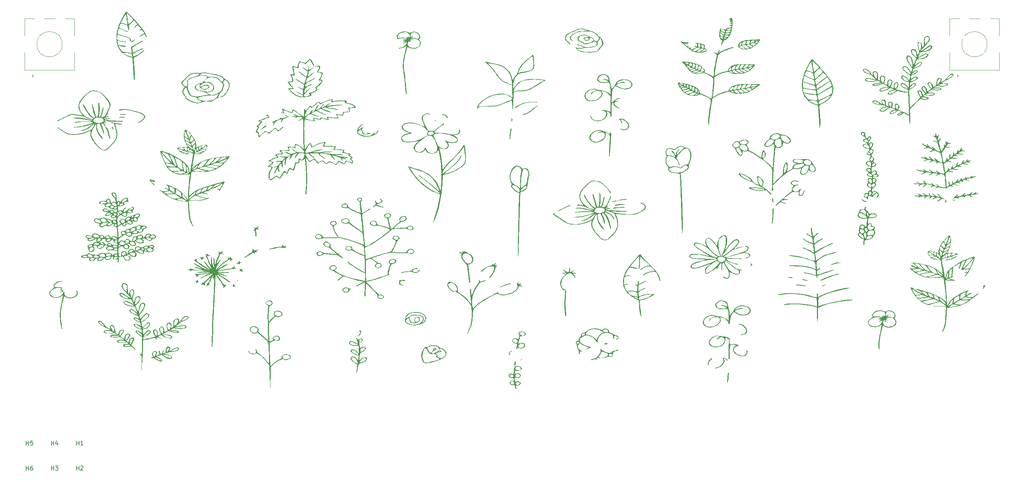
<source format=gbr>
%TF.GenerationSoftware,KiCad,Pcbnew,(7.0.0)*%
%TF.CreationDate,2023-05-29T16:26:43+02:00*%
%TF.ProjectId,the PETER keyboard,74686520-5045-4544-9552-206b6579626f,rev?*%
%TF.SameCoordinates,Original*%
%TF.FileFunction,Legend,Top*%
%TF.FilePolarity,Positive*%
%FSLAX46Y46*%
G04 Gerber Fmt 4.6, Leading zero omitted, Abs format (unit mm)*
G04 Created by KiCad (PCBNEW (7.0.0)) date 2023-05-29 16:26:43*
%MOMM*%
%LPD*%
G01*
G04 APERTURE LIST*
%ADD10C,0.150000*%
%ADD11C,0.120000*%
%ADD12C,1.750000*%
%ADD13C,3.000000*%
%ADD14C,3.987800*%
%ADD15C,2.200000*%
%ADD16C,3.048000*%
%ADD17R,2.000000X2.000000*%
%ADD18C,2.000000*%
%ADD19R,2.000000X3.200000*%
%ADD20C,0.650000*%
%ADD21O,1.000000X1.600000*%
%ADD22O,1.000000X2.100000*%
G04 APERTURE END LIST*
D10*
%TO.C,H2*%
X41300595Y-157504880D02*
X41300595Y-156504880D01*
X41300595Y-156981071D02*
X41872023Y-156981071D01*
X41872023Y-157504880D02*
X41872023Y-156504880D01*
X42300595Y-156600119D02*
X42348214Y-156552500D01*
X42348214Y-156552500D02*
X42443452Y-156504880D01*
X42443452Y-156504880D02*
X42681547Y-156504880D01*
X42681547Y-156504880D02*
X42776785Y-156552500D01*
X42776785Y-156552500D02*
X42824404Y-156600119D01*
X42824404Y-156600119D02*
X42872023Y-156695357D01*
X42872023Y-156695357D02*
X42872023Y-156790595D01*
X42872023Y-156790595D02*
X42824404Y-156933452D01*
X42824404Y-156933452D02*
X42252976Y-157504880D01*
X42252976Y-157504880D02*
X42872023Y-157504880D01*
%TO.C,H1*%
X41300595Y-151554880D02*
X41300595Y-150554880D01*
X41300595Y-151031071D02*
X41872023Y-151031071D01*
X41872023Y-151554880D02*
X41872023Y-150554880D01*
X42872023Y-151554880D02*
X42300595Y-151554880D01*
X42586309Y-151554880D02*
X42586309Y-150554880D01*
X42586309Y-150554880D02*
X42491071Y-150697738D01*
X42491071Y-150697738D02*
X42395833Y-150792976D01*
X42395833Y-150792976D02*
X42300595Y-150840595D01*
%TO.C,H4*%
X35350595Y-151554880D02*
X35350595Y-150554880D01*
X35350595Y-151031071D02*
X35922023Y-151031071D01*
X35922023Y-151554880D02*
X35922023Y-150554880D01*
X36826785Y-150888214D02*
X36826785Y-151554880D01*
X36588690Y-150507261D02*
X36350595Y-151221547D01*
X36350595Y-151221547D02*
X36969642Y-151221547D01*
%TO.C,H5*%
X29400595Y-151554880D02*
X29400595Y-150554880D01*
X29400595Y-151031071D02*
X29972023Y-151031071D01*
X29972023Y-151554880D02*
X29972023Y-150554880D01*
X30924404Y-150554880D02*
X30448214Y-150554880D01*
X30448214Y-150554880D02*
X30400595Y-151031071D01*
X30400595Y-151031071D02*
X30448214Y-150983452D01*
X30448214Y-150983452D02*
X30543452Y-150935833D01*
X30543452Y-150935833D02*
X30781547Y-150935833D01*
X30781547Y-150935833D02*
X30876785Y-150983452D01*
X30876785Y-150983452D02*
X30924404Y-151031071D01*
X30924404Y-151031071D02*
X30972023Y-151126309D01*
X30972023Y-151126309D02*
X30972023Y-151364404D01*
X30972023Y-151364404D02*
X30924404Y-151459642D01*
X30924404Y-151459642D02*
X30876785Y-151507261D01*
X30876785Y-151507261D02*
X30781547Y-151554880D01*
X30781547Y-151554880D02*
X30543452Y-151554880D01*
X30543452Y-151554880D02*
X30448214Y-151507261D01*
X30448214Y-151507261D02*
X30400595Y-151459642D01*
%TO.C,H3*%
X35350595Y-157504880D02*
X35350595Y-156504880D01*
X35350595Y-156981071D02*
X35922023Y-156981071D01*
X35922023Y-157504880D02*
X35922023Y-156504880D01*
X36302976Y-156504880D02*
X36922023Y-156504880D01*
X36922023Y-156504880D02*
X36588690Y-156885833D01*
X36588690Y-156885833D02*
X36731547Y-156885833D01*
X36731547Y-156885833D02*
X36826785Y-156933452D01*
X36826785Y-156933452D02*
X36874404Y-156981071D01*
X36874404Y-156981071D02*
X36922023Y-157076309D01*
X36922023Y-157076309D02*
X36922023Y-157314404D01*
X36922023Y-157314404D02*
X36874404Y-157409642D01*
X36874404Y-157409642D02*
X36826785Y-157457261D01*
X36826785Y-157457261D02*
X36731547Y-157504880D01*
X36731547Y-157504880D02*
X36445833Y-157504880D01*
X36445833Y-157504880D02*
X36350595Y-157457261D01*
X36350595Y-157457261D02*
X36302976Y-157409642D01*
%TO.C,H6*%
X29400595Y-157504880D02*
X29400595Y-156504880D01*
X29400595Y-156981071D02*
X29972023Y-156981071D01*
X29972023Y-157504880D02*
X29972023Y-156504880D01*
X30876785Y-156504880D02*
X30686309Y-156504880D01*
X30686309Y-156504880D02*
X30591071Y-156552500D01*
X30591071Y-156552500D02*
X30543452Y-156600119D01*
X30543452Y-156600119D02*
X30448214Y-156742976D01*
X30448214Y-156742976D02*
X30400595Y-156933452D01*
X30400595Y-156933452D02*
X30400595Y-157314404D01*
X30400595Y-157314404D02*
X30448214Y-157409642D01*
X30448214Y-157409642D02*
X30495833Y-157457261D01*
X30495833Y-157457261D02*
X30591071Y-157504880D01*
X30591071Y-157504880D02*
X30781547Y-157504880D01*
X30781547Y-157504880D02*
X30876785Y-157457261D01*
X30876785Y-157457261D02*
X30924404Y-157409642D01*
X30924404Y-157409642D02*
X30972023Y-157314404D01*
X30972023Y-157314404D02*
X30972023Y-157076309D01*
X30972023Y-157076309D02*
X30924404Y-156981071D01*
X30924404Y-156981071D02*
X30876785Y-156933452D01*
X30876785Y-156933452D02*
X30781547Y-156885833D01*
X30781547Y-156885833D02*
X30591071Y-156885833D01*
X30591071Y-156885833D02*
X30495833Y-156933452D01*
X30495833Y-156933452D02*
X30448214Y-156981071D01*
X30448214Y-156981071D02*
X30400595Y-157076309D01*
%TO.C,G\u002A\u002A\u002A*%
G36*
X97511857Y-134469991D02*
G01*
X97450799Y-134511768D01*
X97389741Y-134469991D01*
X97450799Y-134428215D01*
X97511857Y-134469991D01*
G37*
G36*
X163576280Y-128955518D02*
G01*
X163515222Y-128997294D01*
X163454164Y-128955518D01*
X163515222Y-128913741D01*
X163576280Y-128955518D01*
G37*
G36*
X163942626Y-128119991D02*
G01*
X163881568Y-128161768D01*
X163820511Y-128119991D01*
X163881568Y-128078215D01*
X163942626Y-128119991D01*
G37*
G36*
X164431087Y-128537754D02*
G01*
X164370030Y-128579531D01*
X164308972Y-128537754D01*
X164370030Y-128495978D01*
X164431087Y-128537754D01*
G37*
G36*
X163291344Y-127604750D02*
G01*
X163274581Y-127654422D01*
X163209934Y-127660452D01*
X163109419Y-127629881D01*
X163128523Y-127604750D01*
X163273446Y-127594750D01*
X163291344Y-127604750D01*
G37*
G36*
X163657690Y-127354092D02*
G01*
X163672305Y-127453249D01*
X163657690Y-127465496D01*
X163585093Y-127454026D01*
X163576280Y-127409794D01*
X163620960Y-127341021D01*
X163657690Y-127354092D01*
G37*
G36*
X164146152Y-129108697D02*
G01*
X164129389Y-129158369D01*
X164064741Y-129164399D01*
X163964226Y-129133828D01*
X163983331Y-129108697D01*
X164128253Y-129098698D01*
X164146152Y-129108697D01*
G37*
G36*
X164512498Y-127771855D02*
G01*
X164495735Y-127821527D01*
X164431087Y-127827557D01*
X164330573Y-127796986D01*
X164349677Y-127771855D01*
X164494600Y-127761856D01*
X164512498Y-127771855D01*
G37*
G36*
X164634613Y-128022513D02*
G01*
X164617850Y-128072185D01*
X164553203Y-128078215D01*
X164452688Y-128047644D01*
X164471793Y-128022513D01*
X164616715Y-128012513D01*
X164634613Y-128022513D01*
G37*
G36*
X165245190Y-127354092D02*
G01*
X165259805Y-127453249D01*
X165245190Y-127465496D01*
X165172593Y-127454026D01*
X165163780Y-127409794D01*
X165208460Y-127341021D01*
X165245190Y-127354092D01*
G37*
G36*
X165245190Y-127771855D02*
G01*
X165228427Y-127821527D01*
X165163780Y-127827557D01*
X165063265Y-127796986D01*
X165082369Y-127771855D01*
X165227292Y-127761856D01*
X165245190Y-127771855D01*
G37*
G36*
X165489421Y-128022513D02*
G01*
X165472658Y-128072185D01*
X165408011Y-128078215D01*
X165307496Y-128047644D01*
X165326600Y-128022513D01*
X165471523Y-128012513D01*
X165489421Y-128022513D01*
G37*
G36*
X165733652Y-127019882D02*
G01*
X165716889Y-127069553D01*
X165652241Y-127075583D01*
X165551726Y-127045013D01*
X165570831Y-127019882D01*
X165715753Y-127009882D01*
X165733652Y-127019882D01*
G37*
G36*
X165855767Y-127855408D02*
G01*
X165839004Y-127905080D01*
X165774357Y-127911110D01*
X165673842Y-127880539D01*
X165692946Y-127855408D01*
X165837869Y-127845408D01*
X165855767Y-127855408D01*
G37*
G36*
X165977882Y-128356724D02*
G01*
X165961120Y-128406396D01*
X165896472Y-128412425D01*
X165795957Y-128381855D01*
X165815062Y-128356724D01*
X165959984Y-128346724D01*
X165977882Y-128356724D01*
G37*
G36*
X216203041Y-56450709D02*
G01*
X216208011Y-56473610D01*
X216166347Y-56554990D01*
X216154160Y-56557162D01*
X216049901Y-56498614D01*
X216024837Y-56473610D01*
X216034519Y-56396617D01*
X216078688Y-56390057D01*
X216203041Y-56450709D01*
G37*
G36*
X70027630Y-112512385D02*
G01*
X70124361Y-112697934D01*
X70249597Y-112781391D01*
X70384287Y-112846249D01*
X70297399Y-112867117D01*
X70196651Y-112869095D01*
X69977748Y-112923057D01*
X69891362Y-113088533D01*
X69834724Y-113225792D01*
X69761136Y-113241713D01*
X69687638Y-113114422D01*
X69669549Y-112990002D01*
X69609505Y-112824232D01*
X69516905Y-112759866D01*
X69460908Y-112722455D01*
X69559301Y-112711127D01*
X69757685Y-112637664D01*
X69886854Y-112516537D01*
X70019366Y-112328544D01*
X70027630Y-112512385D01*
G37*
G36*
X80110414Y-109863741D02*
G01*
X80281632Y-109932472D01*
X80437862Y-109947294D01*
X80607314Y-109969030D01*
X80564296Y-110050677D01*
X80555676Y-110057900D01*
X80487633Y-110188979D01*
X80554462Y-110259471D01*
X80646582Y-110398066D01*
X80638679Y-110450461D01*
X80549222Y-110490672D01*
X80424528Y-110414109D01*
X80171206Y-110318827D01*
X80002545Y-110333446D01*
X79827997Y-110360020D01*
X79853084Y-110302639D01*
X79906144Y-110257121D01*
X80002873Y-110102890D01*
X79931419Y-109952635D01*
X79884377Y-109815133D01*
X79968503Y-109774631D01*
X80110414Y-109863741D01*
G37*
G36*
X71231541Y-107000538D02*
G01*
X71212889Y-107064728D01*
X71233147Y-107168494D01*
X71375790Y-107190057D01*
X71607963Y-107229025D01*
X71684453Y-107273610D01*
X71641219Y-107335566D01*
X71447429Y-107357162D01*
X71203025Y-107395318D01*
X71134934Y-107519336D01*
X71078859Y-107679285D01*
X71012818Y-107733149D01*
X70921133Y-107704390D01*
X70890703Y-107581166D01*
X70794170Y-107376014D01*
X70615943Y-107237847D01*
X70341184Y-107098149D01*
X70623413Y-107137617D01*
X70883079Y-107124486D01*
X70972295Y-107058242D01*
X71100318Y-106951664D01*
X71161064Y-106939399D01*
X71231541Y-107000538D01*
G37*
G36*
X79904343Y-108012010D02*
G01*
X79927241Y-108109136D01*
X80011342Y-108247560D01*
X80202001Y-108281896D01*
X80476761Y-108287551D01*
X80202001Y-108378217D01*
X79990440Y-108504167D01*
X79927241Y-108623220D01*
X79872343Y-108751899D01*
X79805126Y-108777557D01*
X79699074Y-108709241D01*
X79683011Y-108642483D01*
X79608202Y-108545201D01*
X79438780Y-108551108D01*
X79244283Y-108552741D01*
X79194549Y-108511255D01*
X79296359Y-108425268D01*
X79438780Y-108384003D01*
X79643947Y-108272233D01*
X79683011Y-108141167D01*
X79726668Y-107988871D01*
X79805126Y-107942031D01*
X79904343Y-108012010D01*
G37*
G36*
X79554224Y-111941059D02*
G01*
X79557182Y-112011070D01*
X79649946Y-112196358D01*
X79774597Y-112280075D01*
X79923176Y-112346986D01*
X79857978Y-112366128D01*
X79774597Y-112367779D01*
X79594010Y-112438443D01*
X79560895Y-112532494D01*
X79504821Y-112692443D01*
X79438780Y-112746307D01*
X79352294Y-112713658D01*
X79316723Y-112551100D01*
X79316664Y-112542356D01*
X79264184Y-112341212D01*
X79133491Y-112286768D01*
X78970984Y-112241651D01*
X78950318Y-112203215D01*
X79048789Y-112128404D01*
X79127423Y-112119662D01*
X79329829Y-112054659D01*
X79428998Y-111973445D01*
X79523573Y-111881668D01*
X79554224Y-111941059D01*
G37*
G36*
X84528595Y-99861499D02*
G01*
X84451029Y-99950960D01*
X84351197Y-100022643D01*
X84080494Y-100207861D01*
X84415647Y-100404700D01*
X84612771Y-100529630D01*
X84626206Y-100573722D01*
X84506568Y-100563172D01*
X84175475Y-100496618D01*
X84032151Y-100460282D01*
X83932842Y-100441411D01*
X83869784Y-100469349D01*
X83837646Y-100570678D01*
X83831097Y-100771978D01*
X83844806Y-101099831D01*
X83858108Y-101328105D01*
X83873633Y-101743466D01*
X83866107Y-102042827D01*
X83839300Y-102216305D01*
X83796980Y-102254018D01*
X83742915Y-102146084D01*
X83680875Y-101882621D01*
X83669832Y-101821800D01*
X83622860Y-101479389D01*
X83594977Y-101132033D01*
X83591764Y-101015101D01*
X83585254Y-100791339D01*
X83547240Y-100707856D01*
X83447373Y-100737826D01*
X83346472Y-100798281D01*
X83159014Y-100892596D01*
X83115852Y-100857751D01*
X83216896Y-100699366D01*
X83350547Y-100543112D01*
X83598852Y-100268219D01*
X83350547Y-100214297D01*
X83151050Y-100139308D01*
X83102241Y-100082453D01*
X83124585Y-100018006D01*
X83236614Y-100017794D01*
X83505830Y-100081888D01*
X83509649Y-100082882D01*
X83784815Y-100113681D01*
X84007120Y-100012590D01*
X84024987Y-99999329D01*
X84257183Y-99875508D01*
X84430516Y-99837425D01*
X84528595Y-99861499D01*
G37*
G36*
X90174909Y-104169636D02*
G01*
X90258731Y-104312475D01*
X90362625Y-104464287D01*
X90530145Y-104471674D01*
X90535817Y-104470101D01*
X90829134Y-104404327D01*
X90978684Y-104379382D01*
X91126400Y-104364699D01*
X91063770Y-104400767D01*
X90948155Y-104443406D01*
X90735074Y-104550430D01*
X90675602Y-104643503D01*
X90794629Y-104683477D01*
X90795511Y-104683478D01*
X90914179Y-104739895D01*
X90917626Y-104757286D01*
X90819787Y-104834528D01*
X90607413Y-104883793D01*
X90402217Y-104886133D01*
X90327727Y-104849119D01*
X90202312Y-104817205D01*
X90034451Y-104860971D01*
X89855333Y-104912794D01*
X89835263Y-104861734D01*
X89855709Y-104821357D01*
X89866784Y-104735742D01*
X89726339Y-104719936D01*
X89538408Y-104739852D01*
X89252071Y-104786031D01*
X88802987Y-104868378D01*
X88261492Y-104973151D01*
X87697921Y-105086609D01*
X87182612Y-105195011D01*
X86979405Y-105239785D01*
X86802258Y-105254791D01*
X86765703Y-105231717D01*
X86877314Y-105145324D01*
X87180639Y-105035636D01*
X87628415Y-104913834D01*
X88173381Y-104791101D01*
X88768275Y-104678618D01*
X89365833Y-104587567D01*
X89616202Y-104557310D01*
X89916444Y-104512824D01*
X90030604Y-104445033D01*
X90016005Y-104316880D01*
X90010751Y-104302253D01*
X89995451Y-104148962D01*
X90058165Y-104098610D01*
X90174909Y-104169636D01*
G37*
G36*
X83013304Y-105153296D02*
G01*
X83214180Y-105261384D01*
X83479827Y-105405233D01*
X83725515Y-105418617D01*
X83971847Y-105346480D01*
X84226653Y-105288546D01*
X84360694Y-105290924D01*
X84366221Y-105345373D01*
X84193124Y-105436888D01*
X84140222Y-105457005D01*
X83912319Y-105551016D01*
X83885816Y-105608804D01*
X83987578Y-105646830D01*
X84182998Y-105738170D01*
X84163959Y-105814198D01*
X83955687Y-105827515D01*
X83895991Y-105818904D01*
X83683342Y-105800599D01*
X83602189Y-105875756D01*
X83590703Y-106023659D01*
X83557812Y-106191599D01*
X83473306Y-106231039D01*
X83468587Y-106229202D01*
X83367923Y-106111983D01*
X83346472Y-106006199D01*
X83307813Y-105959827D01*
X83177797Y-105992297D01*
X82935371Y-106113936D01*
X82559478Y-106335073D01*
X82125318Y-106605189D01*
X81683154Y-106877497D01*
X81312348Y-107093231D01*
X81044866Y-107234768D01*
X80912675Y-107284485D01*
X80904164Y-107278393D01*
X80985722Y-107184945D01*
X81208316Y-107000262D01*
X81538834Y-106750263D01*
X81944158Y-106460871D01*
X81983324Y-106433676D01*
X82375905Y-106153428D01*
X82678616Y-105921055D01*
X82864637Y-105758447D01*
X82907150Y-105687495D01*
X82899189Y-105686110D01*
X82749873Y-105636285D01*
X82735895Y-105602557D01*
X82834803Y-105528431D01*
X82919068Y-105519004D01*
X83085387Y-105475119D01*
X83047520Y-105359256D01*
X82957738Y-105286450D01*
X82869456Y-105176747D01*
X82886504Y-105137447D01*
X83013304Y-105153296D01*
G37*
G36*
X155826799Y-113511346D02*
G01*
X156067097Y-113511346D01*
X156173999Y-114000632D01*
X156402992Y-114410322D01*
X156731825Y-114694867D01*
X157012909Y-114763923D01*
X157408966Y-114750434D01*
X157829293Y-114661971D01*
X158033176Y-114586254D01*
X158441580Y-114319419D01*
X158798332Y-113928608D01*
X159077390Y-113456032D01*
X159252713Y-112943898D01*
X159300792Y-112531702D01*
X159242963Y-112069393D01*
X159080786Y-111643500D01*
X158836589Y-111283624D01*
X158532699Y-111019363D01*
X158191442Y-110880316D01*
X158044606Y-110866373D01*
X157764902Y-110933196D01*
X157416749Y-111110167D01*
X157052079Y-111362035D01*
X156722821Y-111653550D01*
X156506766Y-111910263D01*
X156230697Y-112431725D01*
X156085068Y-112976898D01*
X156067097Y-113511346D01*
X155826799Y-113511346D01*
X155808585Y-113426648D01*
X155871518Y-112832959D01*
X156095911Y-112230174D01*
X156464273Y-111663393D01*
X156959114Y-111177716D01*
X157025429Y-111127566D01*
X157409453Y-110845667D01*
X156634454Y-110902857D01*
X156178533Y-110919248D01*
X155952871Y-110894520D01*
X155960739Y-110844001D01*
X156205414Y-110783017D01*
X156598539Y-110734715D01*
X157181914Y-110681766D01*
X156837751Y-110446286D01*
X156615601Y-110246039D01*
X156504045Y-110050487D01*
X156500769Y-110016385D01*
X156516234Y-109881340D01*
X156577887Y-109904005D01*
X156653413Y-109985834D01*
X156918282Y-110231933D01*
X157222789Y-110439481D01*
X157506508Y-110572445D01*
X157683844Y-110600234D01*
X157804170Y-110552080D01*
X157883882Y-110422909D01*
X157938448Y-110178793D01*
X157962782Y-109988302D01*
X158008834Y-109680803D01*
X158061779Y-109534757D01*
X158123776Y-109544542D01*
X158129848Y-109552837D01*
X158176725Y-109713951D01*
X158191825Y-109976157D01*
X158179061Y-110202662D01*
X158126076Y-110703850D01*
X158653101Y-110349952D01*
X158962426Y-110159281D01*
X159141409Y-110079906D01*
X159171956Y-110108518D01*
X159035969Y-110241805D01*
X158846453Y-110385328D01*
X158643563Y-110546972D01*
X158606622Y-110641719D01*
X158693809Y-110701943D01*
X158970002Y-110770627D01*
X159119068Y-110782820D01*
X159331156Y-110808247D01*
X159533244Y-110863097D01*
X159652386Y-110921284D01*
X159615634Y-110956720D01*
X159607530Y-110957499D01*
X159400557Y-110960230D01*
X159164488Y-110953550D01*
X158843562Y-110939469D01*
X159144647Y-111355731D01*
X159407389Y-111861617D01*
X159514376Y-112406899D01*
X159478212Y-112963187D01*
X159311496Y-113502091D01*
X159026829Y-113995221D01*
X158636812Y-114414187D01*
X158154046Y-114730600D01*
X157591133Y-114916069D01*
X157562097Y-114921228D01*
X157308910Y-115008303D01*
X157220661Y-115115727D01*
X157212356Y-115243068D01*
X157193081Y-115505416D01*
X157165249Y-115870922D01*
X157131271Y-116307739D01*
X157109023Y-116589728D01*
X157067295Y-117486457D01*
X157073692Y-118444266D01*
X157124138Y-119320840D01*
X157174595Y-119948992D01*
X157202446Y-120422667D01*
X157207306Y-120753799D01*
X157188786Y-120954323D01*
X157146499Y-121036174D01*
X157080057Y-121011287D01*
X157069609Y-121000818D01*
X157005515Y-120850932D01*
X156948038Y-120560608D01*
X156898491Y-120156475D01*
X156858181Y-119665159D01*
X156828420Y-119113288D01*
X156810516Y-118527491D01*
X156805780Y-117934395D01*
X156815522Y-117360629D01*
X156841052Y-116832819D01*
X156855430Y-116646787D01*
X156906326Y-116060903D01*
X156942691Y-115620967D01*
X156963963Y-115306097D01*
X156969579Y-115095409D01*
X156958977Y-114968020D01*
X156931593Y-114903047D01*
X156886866Y-114879606D01*
X156824232Y-114876816D01*
X156807739Y-114876899D01*
X156573764Y-114800180D01*
X156323803Y-114591177D01*
X156088623Y-114281620D01*
X155924601Y-113966143D01*
X155826799Y-113511346D01*
G37*
G36*
X119101473Y-121594690D02*
G01*
X119216360Y-121594690D01*
X119566080Y-121437907D01*
X119880015Y-121272581D01*
X120218782Y-121059781D01*
X120290809Y-121009063D01*
X120662402Y-120791489D01*
X121062361Y-120682378D01*
X121556547Y-120671490D01*
X122086458Y-120729854D01*
X122789637Y-120881241D01*
X123268455Y-121098623D01*
X123522901Y-121381992D01*
X123567566Y-121618108D01*
X123503435Y-121895654D01*
X123357066Y-122208528D01*
X123288081Y-122315349D01*
X123020994Y-122689070D01*
X123387283Y-122421219D01*
X123642424Y-122178632D01*
X123814594Y-121913918D01*
X123834766Y-121857239D01*
X123856023Y-121384344D01*
X123663793Y-120954588D01*
X123441971Y-120725042D01*
X123026269Y-120454677D01*
X122551265Y-120295971D01*
X121947680Y-120229439D01*
X121661584Y-120224268D01*
X120863688Y-120279018D01*
X120235317Y-120449468D01*
X119757677Y-120744912D01*
X119411973Y-121174647D01*
X119304830Y-121389906D01*
X119216360Y-121594690D01*
X119101473Y-121594690D01*
X119220134Y-121170797D01*
X119542701Y-120703046D01*
X120021785Y-120363541D01*
X120658328Y-120151732D01*
X121453270Y-120067068D01*
X121953077Y-120074238D01*
X122674375Y-120178364D01*
X123256887Y-120395416D01*
X123693691Y-120699457D01*
X123977863Y-121064547D01*
X124102481Y-121464751D01*
X124060621Y-121874130D01*
X123845360Y-122266748D01*
X123449774Y-122616665D01*
X122866942Y-122897946D01*
X122719604Y-122946020D01*
X121980891Y-123128809D01*
X121331925Y-123192309D01*
X120700579Y-123142363D01*
X120573179Y-123119867D01*
X119887005Y-122951279D01*
X119418550Y-122737610D01*
X119143766Y-122457463D01*
X119038605Y-122089441D01*
X119042767Y-121997232D01*
X119278146Y-121997232D01*
X119298224Y-122290200D01*
X119560914Y-122569311D01*
X119600974Y-122596493D01*
X120173558Y-122868952D01*
X120840302Y-123021846D01*
X121529933Y-123045157D01*
X122105931Y-122948593D01*
X122528328Y-122753084D01*
X122915288Y-122444473D01*
X123216825Y-122076470D01*
X123382950Y-121702780D01*
X123400318Y-121557898D01*
X123282815Y-121320860D01*
X122944249Y-121117964D01*
X122405535Y-120960705D01*
X122264793Y-120933824D01*
X121658158Y-120841530D01*
X121216770Y-120817133D01*
X120880213Y-120864624D01*
X120588068Y-120987994D01*
X120482463Y-121051540D01*
X120251627Y-121212080D01*
X120139282Y-121352662D01*
X120133817Y-121525363D01*
X120223619Y-121782260D01*
X120287041Y-121927994D01*
X120454022Y-122254339D01*
X120626579Y-122447718D01*
X120848862Y-122540171D01*
X121163060Y-122563741D01*
X121437534Y-122556837D01*
X121508633Y-122514084D01*
X121417181Y-122402419D01*
X121392339Y-122378045D01*
X121218918Y-122073759D01*
X121238833Y-121964117D01*
X121395523Y-121964117D01*
X121423733Y-122185462D01*
X121433623Y-122201825D01*
X121641417Y-122361666D01*
X121913531Y-122379543D01*
X122183691Y-122254699D01*
X122233298Y-122210940D01*
X122386900Y-121975249D01*
X122416789Y-121727879D01*
X122340220Y-121510112D01*
X122174451Y-121363227D01*
X121936739Y-121328505D01*
X121869917Y-121341706D01*
X121653390Y-121473683D01*
X121483667Y-121704005D01*
X121395523Y-121964117D01*
X121238833Y-121964117D01*
X121280009Y-121737419D01*
X121481197Y-121469025D01*
X121798900Y-121231854D01*
X122103878Y-121156418D01*
X122366297Y-121237755D01*
X122556324Y-121470907D01*
X122618316Y-121658095D01*
X122578730Y-121991059D01*
X122343901Y-122290598D01*
X121962726Y-122527863D01*
X121484102Y-122674003D01*
X120956927Y-122700167D01*
X120867942Y-122690859D01*
X120553687Y-122603333D01*
X120320109Y-122417127D01*
X120144263Y-122107305D01*
X120039748Y-121790879D01*
X119949778Y-121561291D01*
X119829283Y-121493181D01*
X119645784Y-121580927D01*
X119501489Y-121697706D01*
X119278146Y-121997232D01*
X119042767Y-121997232D01*
X119053142Y-121767342D01*
X119101473Y-121594690D01*
G37*
G36*
X107867571Y-76723844D02*
G01*
X108015789Y-76723844D01*
X108029274Y-76824108D01*
X108116221Y-76826645D01*
X108340574Y-76733165D01*
X108341919Y-76732562D01*
X108657615Y-76560368D01*
X108956220Y-76352765D01*
X108956493Y-76352543D01*
X109361619Y-76111769D01*
X109847746Y-75999959D01*
X110455366Y-76010483D01*
X110781464Y-76053722D01*
X111390545Y-76166290D01*
X111801350Y-76283355D01*
X112059311Y-76420341D01*
X112162904Y-76522663D01*
X112278395Y-76825479D01*
X112237393Y-77193218D01*
X112046657Y-77566513D01*
X112043587Y-77570649D01*
X111867812Y-77819565D01*
X111818360Y-77930020D01*
X111896942Y-77907271D01*
X112104322Y-77757310D01*
X112336747Y-77517061D01*
X112516247Y-77231599D01*
X112532573Y-77193330D01*
X112583307Y-76764514D01*
X112421455Y-76350266D01*
X112076637Y-75986630D01*
X111578473Y-75709648D01*
X111224311Y-75601398D01*
X110721183Y-75542409D01*
X110114764Y-75548466D01*
X109512474Y-75612512D01*
X109021734Y-75727492D01*
X108960929Y-75750070D01*
X108639772Y-75933721D01*
X108336457Y-76196435D01*
X108109118Y-76478313D01*
X108015891Y-76719461D01*
X108015789Y-76723844D01*
X107867571Y-76723844D01*
X107954639Y-76455857D01*
X108260723Y-76020751D01*
X108704893Y-75707186D01*
X109304894Y-75500110D01*
X109646028Y-75435251D01*
X110481950Y-75371965D01*
X111222915Y-75443334D01*
X111845010Y-75639060D01*
X112324317Y-75948847D01*
X112636921Y-76362398D01*
X112752179Y-76772582D01*
X112765788Y-77091615D01*
X112708381Y-77327443D01*
X112555536Y-77560897D01*
X112490335Y-77639154D01*
X112211063Y-77919796D01*
X111895515Y-78119580D01*
X111469771Y-78276244D01*
X111014382Y-78392612D01*
X110217878Y-78513959D01*
X109480973Y-78488451D01*
X109083398Y-78412615D01*
X108436412Y-78210165D01*
X108010345Y-77961570D01*
X107784487Y-77645009D01*
X107773002Y-77544345D01*
X107985697Y-77544345D01*
X108150328Y-77825613D01*
X108207129Y-77873805D01*
X108664219Y-78115928D01*
X109259068Y-78279988D01*
X109909972Y-78355272D01*
X110535227Y-78331065D01*
X110957574Y-78234462D01*
X111355101Y-78017894D01*
X111703557Y-77695003D01*
X111950524Y-77326558D01*
X112043587Y-76975487D01*
X112006228Y-76712520D01*
X111863590Y-76536589D01*
X111721831Y-76448753D01*
X111425581Y-76327281D01*
X111159515Y-76275601D01*
X111155950Y-76275583D01*
X110881842Y-76251947D01*
X110514766Y-76193545D01*
X110435492Y-76177937D01*
X110064501Y-76124324D01*
X109759457Y-76154336D01*
X109533793Y-76219078D01*
X109144685Y-76393784D01*
X108942192Y-76619598D01*
X108911253Y-76926181D01*
X109004460Y-77261627D01*
X109216457Y-77635459D01*
X109509517Y-77852124D01*
X109884939Y-77912396D01*
X110060938Y-77892446D01*
X110241117Y-77842335D01*
X110204581Y-77764875D01*
X110146423Y-77722824D01*
X109982072Y-77502649D01*
X109981020Y-77475739D01*
X110102788Y-77475739D01*
X110133549Y-77570020D01*
X110296385Y-77665656D01*
X110515288Y-77695978D01*
X110773285Y-77648434D01*
X110972743Y-77481244D01*
X111024055Y-77412360D01*
X111146794Y-77136264D01*
X111136726Y-76894965D01*
X111019168Y-76718477D01*
X110819435Y-76636813D01*
X110562845Y-76679986D01*
X110453928Y-76736460D01*
X110256685Y-76937824D01*
X110128922Y-77212132D01*
X110102788Y-77475739D01*
X109981020Y-77475739D01*
X109970738Y-77212686D01*
X110102958Y-76907909D01*
X110327011Y-76673776D01*
X110574170Y-76506691D01*
X110749552Y-76455520D01*
X110907059Y-76493120D01*
X111172759Y-76696069D01*
X111288045Y-76996268D01*
X111241680Y-77335731D01*
X111034031Y-77630140D01*
X110687357Y-77853297D01*
X110260191Y-77992106D01*
X109811060Y-78033474D01*
X109398496Y-77964305D01*
X109121681Y-77810039D01*
X108947167Y-77632624D01*
X108868283Y-77501865D01*
X108867906Y-77496717D01*
X108836724Y-77361329D01*
X108760149Y-77141320D01*
X108735288Y-77078418D01*
X108603351Y-76753293D01*
X108288213Y-76968914D01*
X108033073Y-77243000D01*
X107985697Y-77544345D01*
X107773002Y-77544345D01*
X107738125Y-77238658D01*
X107768895Y-77027557D01*
X107867571Y-76723844D01*
G37*
G36*
X210375173Y-89409158D02*
G01*
X210614743Y-89409158D01*
X210653860Y-89639132D01*
X210841440Y-89815562D01*
X211042196Y-89920309D01*
X211285960Y-89954191D01*
X211665719Y-89931127D01*
X212019925Y-89887666D01*
X212263204Y-89841403D01*
X212315081Y-89822234D01*
X212334917Y-89794817D01*
X212606517Y-89794817D01*
X212692457Y-90076036D01*
X212925743Y-90357014D01*
X212999379Y-90416713D01*
X213314063Y-90546899D01*
X213671153Y-90527146D01*
X213908732Y-90424805D01*
X214108697Y-90203402D01*
X214127488Y-89939700D01*
X213993624Y-89677071D01*
X213735626Y-89458882D01*
X213382013Y-89328504D01*
X213175492Y-89309794D01*
X212853764Y-89375688D01*
X212662196Y-89549365D01*
X212606517Y-89794817D01*
X212334917Y-89794817D01*
X212397878Y-89707791D01*
X212464733Y-89554062D01*
X212480963Y-89401003D01*
X212362041Y-89294227D01*
X212110010Y-89198964D01*
X211559164Y-89076263D01*
X211096842Y-89090207D01*
X210814020Y-89197414D01*
X210614743Y-89409158D01*
X210375173Y-89409158D01*
X210373303Y-89399608D01*
X210561793Y-89159359D01*
X210646210Y-89097114D01*
X211056108Y-88925932D01*
X211557250Y-88908194D01*
X212143479Y-89044106D01*
X212152539Y-89047196D01*
X212700618Y-89162919D01*
X213041368Y-89165154D01*
X213490717Y-89203495D01*
X213906193Y-89368540D01*
X214212314Y-89622331D01*
X214313169Y-89804713D01*
X214318905Y-90005984D01*
X214249665Y-90246321D01*
X214132569Y-90468950D01*
X213994737Y-90617094D01*
X213911010Y-90646636D01*
X213841995Y-90722425D01*
X213775528Y-90919270D01*
X213733835Y-91143054D01*
X213638696Y-91514725D01*
X213468983Y-91912220D01*
X213357284Y-92103909D01*
X213161676Y-92369986D01*
X212998672Y-92512136D01*
X212822531Y-92564707D01*
X212738774Y-92568346D01*
X212425640Y-92498837D01*
X212247305Y-92298676D01*
X212212689Y-91980408D01*
X212220131Y-91935461D01*
X212454268Y-91935461D01*
X212475465Y-92218946D01*
X212608363Y-92374593D01*
X212742818Y-92401241D01*
X212893478Y-92330812D01*
X213075194Y-92151294D01*
X213170266Y-92021296D01*
X213283705Y-91809308D01*
X213401045Y-91533483D01*
X213505834Y-91242136D01*
X213581618Y-90983581D01*
X213611947Y-90806132D01*
X213600493Y-90757868D01*
X213483061Y-90729687D01*
X213259580Y-90688399D01*
X213062684Y-90669026D01*
X212935430Y-90719656D01*
X212826412Y-90875209D01*
X212746824Y-91036706D01*
X212544734Y-91537071D01*
X212454268Y-91935461D01*
X212220131Y-91935461D01*
X212233103Y-91857118D01*
X212311546Y-91499213D01*
X211852524Y-91607184D01*
X211399128Y-91669494D01*
X211119610Y-91643906D01*
X210992027Y-91628193D01*
X210846110Y-91659372D01*
X210650682Y-91754398D01*
X210374567Y-91930222D01*
X209986589Y-92203798D01*
X209682116Y-92425600D01*
X208518514Y-93278544D01*
X209372109Y-93339008D01*
X209974400Y-93395285D01*
X210536961Y-93472095D01*
X211013909Y-93560374D01*
X211359361Y-93651054D01*
X211527436Y-93735068D01*
X211534079Y-93766222D01*
X211413576Y-93866881D01*
X211156929Y-94017540D01*
X210966946Y-94114070D01*
X210622082Y-94261069D01*
X210303015Y-94335736D01*
X209897272Y-94359830D01*
X209694396Y-94360236D01*
X209007277Y-94314562D01*
X208443175Y-94177606D01*
X208428020Y-94172243D01*
X208111922Y-94064138D01*
X207893662Y-93998207D01*
X207845506Y-93988741D01*
X207753358Y-94054028D01*
X207563053Y-94229119D01*
X207307608Y-94482864D01*
X207160199Y-94635338D01*
X206843252Y-94966381D01*
X206635936Y-95177660D01*
X206515054Y-95289641D01*
X206457411Y-95322793D01*
X206439814Y-95297583D01*
X206438780Y-95271929D01*
X206513832Y-95107568D01*
X206722573Y-94839509D01*
X207040379Y-94491297D01*
X207442625Y-94086478D01*
X207689122Y-93852880D01*
X208086500Y-93852880D01*
X208271397Y-93971146D01*
X208646943Y-94088638D01*
X209429870Y-94219788D01*
X210167121Y-94188137D01*
X210674263Y-94064840D01*
X210982624Y-93948969D01*
X211172370Y-93851207D01*
X211201280Y-93818110D01*
X211087976Y-93742822D01*
X210781825Y-93663825D01*
X210333469Y-93590430D01*
X209793551Y-93531945D01*
X209544930Y-93513640D01*
X209019601Y-93499961D01*
X208634448Y-93542908D01*
X208407575Y-93607465D01*
X208133671Y-93735228D01*
X208086500Y-93852880D01*
X207689122Y-93852880D01*
X207904686Y-93648597D01*
X208401938Y-93201200D01*
X208909758Y-92767832D01*
X209403519Y-92372040D01*
X209715852Y-92138422D01*
X210147072Y-91822837D01*
X210432015Y-91598727D01*
X210596510Y-91439002D01*
X210666383Y-91316570D01*
X210667463Y-91204340D01*
X210653867Y-91154513D01*
X210659922Y-90974611D01*
X210834934Y-90974611D01*
X210906359Y-91213362D01*
X211031882Y-91386711D01*
X211296183Y-91522854D01*
X211641111Y-91510034D01*
X212044106Y-91350747D01*
X212199859Y-91257506D01*
X212587243Y-90932362D01*
X212733461Y-90615780D01*
X212648821Y-90315101D01*
X212474158Y-90124668D01*
X212279080Y-90015503D01*
X212271839Y-90013807D01*
X211941520Y-90021711D01*
X211579734Y-90150372D01*
X211240127Y-90363920D01*
X210976346Y-90626481D01*
X210842039Y-90902186D01*
X210834934Y-90974611D01*
X210659922Y-90974611D01*
X210664504Y-90838471D01*
X210818913Y-90526628D01*
X211063881Y-90147718D01*
X210705177Y-89902288D01*
X210420674Y-89641471D01*
X210375173Y-89409158D01*
G37*
G36*
X123652305Y-128528673D02*
G01*
X124330519Y-128528673D01*
X124338232Y-128662106D01*
X124433996Y-128874335D01*
X124587110Y-129137204D01*
X124769377Y-129411857D01*
X124931606Y-129612105D01*
X125042397Y-129699894D01*
X125052345Y-129701029D01*
X125227646Y-129622214D01*
X125432908Y-129436936D01*
X125624703Y-129198117D01*
X125759605Y-128958676D01*
X125797062Y-128793500D01*
X125805073Y-128713978D01*
X125857613Y-128713978D01*
X125887929Y-128829532D01*
X125924036Y-128858039D01*
X126102772Y-128911261D01*
X126204877Y-128824299D01*
X126208972Y-128788412D01*
X126111223Y-128677641D01*
X126025799Y-128663083D01*
X125857613Y-128713978D01*
X125805073Y-128713978D01*
X125815260Y-128612850D01*
X125939038Y-128545223D01*
X126086857Y-128537754D01*
X126338417Y-128583676D01*
X126431239Y-128726121D01*
X126386791Y-128902448D01*
X126278371Y-128964889D01*
X126129438Y-129050118D01*
X125907958Y-129223247D01*
X125669127Y-129434686D01*
X125468142Y-129634844D01*
X125360199Y-129774130D01*
X125354164Y-129795232D01*
X125459328Y-129823093D01*
X125672354Y-129832820D01*
X126042005Y-129760243D01*
X126515583Y-129546149D01*
X126736772Y-129410394D01*
X127117570Y-129410394D01*
X127148510Y-129445179D01*
X127325774Y-129496006D01*
X127426582Y-129406578D01*
X127430126Y-129373281D01*
X127368011Y-129262053D01*
X127315217Y-129247952D01*
X127155757Y-129303235D01*
X127117570Y-129410394D01*
X126736772Y-129410394D01*
X127032383Y-129228962D01*
X127234906Y-129108654D01*
X127371367Y-129103209D01*
X127507014Y-129181199D01*
X127651386Y-129354543D01*
X127576903Y-129496097D01*
X127308916Y-129576440D01*
X127159199Y-129584819D01*
X126810532Y-129619731D01*
X126545926Y-129697903D01*
X126409010Y-129787392D01*
X126444737Y-129870467D01*
X126585037Y-129964167D01*
X126763032Y-130132810D01*
X126772171Y-130353157D01*
X126763987Y-130385252D01*
X126743048Y-130573174D01*
X126846680Y-130700141D01*
X127091222Y-130819605D01*
X127376040Y-130930928D01*
X127574099Y-130992160D01*
X127597137Y-130995635D01*
X127735581Y-130944870D01*
X127979433Y-130806863D01*
X128177185Y-130678176D01*
X128459455Y-130466974D01*
X128600665Y-130288585D01*
X128648017Y-130069372D01*
X128651280Y-129938559D01*
X128545535Y-129494033D01*
X128247312Y-129116722D01*
X127785124Y-128842021D01*
X127760130Y-128832337D01*
X127510634Y-128754259D01*
X127374429Y-128771888D01*
X127319237Y-128819297D01*
X127227879Y-128852309D01*
X127126318Y-128740437D01*
X127068727Y-128631563D01*
X126902225Y-128395563D01*
X126687664Y-128217767D01*
X126660917Y-128203803D01*
X126267458Y-128101813D01*
X125757257Y-128083401D01*
X125217023Y-128139702D01*
X124733466Y-128261848D01*
X124400468Y-128434952D01*
X124330519Y-128528673D01*
X123652305Y-128528673D01*
X123726146Y-128430068D01*
X123887933Y-128275070D01*
X123963578Y-128245320D01*
X124117011Y-128295986D01*
X124133011Y-128333125D01*
X124217522Y-128340170D01*
X124432560Y-128259599D01*
X124581437Y-128186908D01*
X124876380Y-128052889D01*
X125168566Y-127981906D01*
X125556306Y-127955336D01*
X125816867Y-127952886D01*
X126249029Y-127958044D01*
X126525268Y-127990455D01*
X126733876Y-128075529D01*
X126963148Y-128238671D01*
X127050856Y-128307985D01*
X127328407Y-128504103D01*
X127569751Y-128633068D01*
X127681044Y-128663083D01*
X128019241Y-128739350D01*
X128348983Y-128941666D01*
X128631058Y-129230305D01*
X128826255Y-129565542D01*
X128895511Y-129893460D01*
X128781055Y-130316833D01*
X128465980Y-130703237D01*
X128028295Y-130983493D01*
X127665000Y-131157501D01*
X127326624Y-131331432D01*
X127294036Y-131349207D01*
X126949024Y-131498945D01*
X126442257Y-131669735D01*
X125838402Y-131844879D01*
X125202127Y-132007679D01*
X124598099Y-132141439D01*
X124090986Y-132229460D01*
X123782702Y-132255846D01*
X123645091Y-132188508D01*
X123475804Y-132022644D01*
X123445489Y-131984300D01*
X123104880Y-131369884D01*
X122939633Y-130687442D01*
X122942789Y-130576074D01*
X123211169Y-130576074D01*
X123273339Y-131103125D01*
X123415978Y-131550208D01*
X123500599Y-131702033D01*
X123623325Y-131878440D01*
X123744095Y-131996419D01*
X123901210Y-132056040D01*
X124132973Y-132057375D01*
X124477685Y-132000494D01*
X124973648Y-131885466D01*
X125659166Y-131712364D01*
X125683934Y-131706052D01*
X126197600Y-131570986D01*
X126632759Y-131448864D01*
X126933293Y-131355870D01*
X127033251Y-131316918D01*
X127178246Y-131165033D01*
X127086405Y-131009736D01*
X126774715Y-130865695D01*
X126510236Y-130766966D01*
X126427181Y-130671350D01*
X126481539Y-130517672D01*
X126499956Y-130483776D01*
X126572112Y-130296440D01*
X126494925Y-130168462D01*
X126332516Y-130067566D01*
X126048723Y-129955142D01*
X125708377Y-129933282D01*
X125523194Y-129946520D01*
X125219741Y-129961020D01*
X124990941Y-129922106D01*
X124802142Y-129805282D01*
X124618693Y-129586054D01*
X124405942Y-129239926D01*
X124327733Y-129101439D01*
X124156533Y-128822062D01*
X124005282Y-128622848D01*
X123901091Y-128538292D01*
X123885724Y-128539046D01*
X123789266Y-128634805D01*
X123642880Y-128839550D01*
X123506287Y-129061546D01*
X123327760Y-129500642D01*
X123229348Y-130023699D01*
X123211169Y-130576074D01*
X122942789Y-130576074D01*
X122959351Y-129991672D01*
X123038396Y-129665715D01*
X123167362Y-129339779D01*
X123341329Y-129000085D01*
X123535768Y-128684294D01*
X123652305Y-128528673D01*
G37*
G36*
X143839245Y-88236403D02*
G01*
X144053186Y-88236403D01*
X144137341Y-88759293D01*
X144319365Y-89225359D01*
X144589607Y-89603615D01*
X144938417Y-89863072D01*
X145082104Y-89921669D01*
X145417429Y-90078532D01*
X145748572Y-90305308D01*
X145838648Y-90385276D01*
X146045188Y-90567274D01*
X146195554Y-90666015D01*
X146235895Y-90671723D01*
X146259023Y-90577646D01*
X146278227Y-90349510D01*
X146291652Y-90020355D01*
X146296009Y-89721582D01*
X146506217Y-89721582D01*
X146506830Y-89758331D01*
X146527575Y-90749960D01*
X146900725Y-90426797D01*
X147191409Y-90185369D01*
X147476635Y-89964246D01*
X147561581Y-89902941D01*
X147708403Y-89774567D01*
X147810216Y-89606062D01*
X147883651Y-89356402D01*
X147945339Y-88984559D01*
X147951106Y-88942040D01*
X148011827Y-88563305D01*
X148085310Y-88213543D01*
X148158706Y-87951196D01*
X148182391Y-87889951D01*
X148294681Y-87465814D01*
X148276499Y-87041613D01*
X148140951Y-86659404D01*
X147901144Y-86361243D01*
X147661447Y-86218346D01*
X147417366Y-86140777D01*
X147228225Y-86132580D01*
X147081359Y-86210900D01*
X146964105Y-86392883D01*
X146863799Y-86695674D01*
X146767777Y-87136418D01*
X146698812Y-87521653D01*
X146619468Y-88070161D01*
X146556993Y-88665413D01*
X146517279Y-89238767D01*
X146506217Y-89721582D01*
X146296009Y-89721582D01*
X146297444Y-89623223D01*
X146297537Y-89573880D01*
X146313370Y-89038425D01*
X146355687Y-88423936D01*
X146417490Y-87816905D01*
X146471401Y-87424958D01*
X146540340Y-86976346D01*
X146579145Y-86658770D01*
X146586292Y-86437311D01*
X146560262Y-86277051D01*
X146499532Y-86143072D01*
X146409759Y-86010321D01*
X146150000Y-85722572D01*
X145876296Y-85581669D01*
X145546403Y-85568475D01*
X145461714Y-85580875D01*
X145197217Y-85701222D01*
X144913697Y-85958916D01*
X144632975Y-86326551D01*
X144376871Y-86776721D01*
X144217086Y-87144107D01*
X144076551Y-87687679D01*
X144053186Y-88236403D01*
X143839245Y-88236403D01*
X143819786Y-88070807D01*
X143926996Y-87332895D01*
X143973177Y-87178141D01*
X144237796Y-86502318D01*
X144540817Y-85988479D01*
X144885345Y-85633262D01*
X145274484Y-85433299D01*
X145629161Y-85382820D01*
X145964710Y-85442443D01*
X146309851Y-85591874D01*
X146587724Y-85786961D01*
X146721468Y-85983547D01*
X146724357Y-86011977D01*
X146784454Y-86109767D01*
X146938059Y-86092477D01*
X147433070Y-86003466D01*
X147820672Y-86055143D01*
X148123262Y-86255588D01*
X148359371Y-86605072D01*
X148539960Y-87180038D01*
X148488338Y-87725191D01*
X148425915Y-87889951D01*
X148369810Y-88076204D01*
X148303562Y-88390990D01*
X148234082Y-88796146D01*
X148168282Y-89253507D01*
X148144103Y-89446162D01*
X148073148Y-89990689D01*
X147997766Y-90398974D01*
X147900069Y-90701624D01*
X147762171Y-90929249D01*
X147566185Y-91112457D01*
X147294224Y-91281855D01*
X146976287Y-91444578D01*
X146384549Y-91735450D01*
X146310507Y-93342523D01*
X146295642Y-93707646D01*
X146277649Y-94220791D01*
X146257069Y-94862894D01*
X146234444Y-95614893D01*
X146210317Y-96457722D01*
X146185228Y-97372318D01*
X146159721Y-98339618D01*
X146134336Y-99340557D01*
X146109616Y-100356071D01*
X146102124Y-100672952D01*
X146078036Y-101645067D01*
X146052542Y-102574862D01*
X146026198Y-103447752D01*
X145999559Y-104249151D01*
X145973178Y-104964473D01*
X145947613Y-105579133D01*
X145923416Y-106078544D01*
X145901144Y-106448121D01*
X145881350Y-106673278D01*
X145871652Y-106730518D01*
X145775520Y-107064728D01*
X145763254Y-106646965D01*
X145761283Y-106428987D01*
X145763189Y-106060748D01*
X145768618Y-105559068D01*
X145777215Y-104940766D01*
X145788622Y-104222661D01*
X145802486Y-103421574D01*
X145818450Y-102554322D01*
X145836159Y-101637726D01*
X145855257Y-100688606D01*
X145875388Y-99723779D01*
X145896197Y-98760067D01*
X145917329Y-97814287D01*
X145938428Y-96903261D01*
X145959137Y-96043806D01*
X145979102Y-95252743D01*
X145997968Y-94546891D01*
X146015377Y-93943069D01*
X146030976Y-93458096D01*
X146044407Y-93108793D01*
X146052952Y-92944333D01*
X146124474Y-91858149D01*
X145722252Y-91689390D01*
X145399575Y-91512508D01*
X145043208Y-91253433D01*
X144697284Y-90953087D01*
X144405938Y-90652394D01*
X144213306Y-90392276D01*
X144159934Y-90240764D01*
X144177515Y-90165665D01*
X144412930Y-90165665D01*
X144471352Y-90391387D01*
X144683054Y-90694275D01*
X144945658Y-90964430D01*
X145377789Y-91333133D01*
X145729749Y-91565397D01*
X145992913Y-91659116D01*
X146158659Y-91612187D01*
X146218361Y-91422507D01*
X146206869Y-91288138D01*
X146434906Y-91288138D01*
X146438553Y-91298861D01*
X146489525Y-91403679D01*
X146572541Y-91425775D01*
X146748282Y-91359724D01*
X146973406Y-91251057D01*
X147304997Y-91060598D01*
X147572979Y-90859481D01*
X147631308Y-90800850D01*
X147755019Y-90598028D01*
X147816417Y-90378193D01*
X147812679Y-90191144D01*
X147740980Y-90086681D01*
X147672048Y-90082360D01*
X147527631Y-90161220D01*
X147284918Y-90337912D01*
X146992421Y-90576719D01*
X146945108Y-90617553D01*
X146622577Y-90920217D01*
X146459007Y-91135007D01*
X146434906Y-91288138D01*
X146206869Y-91288138D01*
X146205467Y-91271751D01*
X146051860Y-90876915D01*
X145753396Y-90503444D01*
X145362598Y-90208376D01*
X145126356Y-90099828D01*
X144743533Y-90005051D01*
X144504691Y-90031941D01*
X144412930Y-90165665D01*
X144177515Y-90165665D01*
X144208012Y-90035394D01*
X144299910Y-89915863D01*
X144358454Y-89812388D01*
X144306269Y-89630559D01*
X144169791Y-89390507D01*
X143901761Y-88768413D01*
X143839245Y-88236403D01*
G37*
G36*
X229653946Y-120870510D02*
G01*
X229863592Y-120870510D01*
X229899867Y-120961421D01*
X229983622Y-121073279D01*
X230121416Y-121123164D01*
X230384438Y-121125003D01*
X230647500Y-121107686D01*
X231282819Y-121106231D01*
X231655607Y-121178385D01*
X231915739Y-121260973D01*
X232056898Y-121302853D01*
X232060711Y-121303666D01*
X232059269Y-121241831D01*
X232012567Y-121123114D01*
X231967987Y-120995487D01*
X232042056Y-121004165D01*
X232126454Y-121049791D01*
X232276838Y-121114204D01*
X232306137Y-121070477D01*
X232876761Y-121070477D01*
X233145663Y-120856254D01*
X233374347Y-120695236D01*
X233496337Y-120649145D01*
X233487197Y-120718848D01*
X233379267Y-120847973D01*
X233220044Y-121031608D01*
X233222711Y-121118055D01*
X233404657Y-121144843D01*
X233517866Y-121147115D01*
X233877281Y-121185872D01*
X234220030Y-121265272D01*
X234557780Y-121349992D01*
X234756387Y-121323866D01*
X234880457Y-121168184D01*
X234925369Y-121061018D01*
X234955998Y-120700437D01*
X234802946Y-120357615D01*
X234504417Y-120069937D01*
X234098614Y-119874784D01*
X233646046Y-119809162D01*
X233308223Y-119851446D01*
X233089895Y-119987286D01*
X232966408Y-120241686D01*
X232919444Y-120546061D01*
X232876761Y-121070477D01*
X232306137Y-121070477D01*
X232324556Y-121042988D01*
X232327241Y-120970502D01*
X232339167Y-120836352D01*
X232409088Y-120856938D01*
X232495523Y-120934660D01*
X232614455Y-121028108D01*
X232683872Y-120996708D01*
X232748853Y-120827178D01*
X232769197Y-120440644D01*
X232574153Y-120124043D01*
X232179662Y-119895623D01*
X231859877Y-119809617D01*
X231378149Y-119787945D01*
X230895473Y-119881252D01*
X230457264Y-120062851D01*
X230108937Y-120306052D01*
X229895908Y-120584168D01*
X229863592Y-120870510D01*
X229653946Y-120870510D01*
X229681337Y-120592205D01*
X229825201Y-120306067D01*
X230189587Y-119989615D01*
X230695801Y-119767826D01*
X231278332Y-119653842D01*
X231871666Y-119660801D01*
X232387452Y-119792144D01*
X232637280Y-119884952D01*
X232822356Y-119894852D01*
X233060005Y-119819580D01*
X233166404Y-119777100D01*
X233453008Y-119676147D01*
X233686333Y-119655554D01*
X233991762Y-119708749D01*
X234079136Y-119729236D01*
X234560842Y-119920090D01*
X234928403Y-120211889D01*
X235153411Y-120562100D01*
X235207454Y-120928190D01*
X235086036Y-121236644D01*
X234978392Y-121414912D01*
X234983364Y-121560859D01*
X235108811Y-121755016D01*
X235140628Y-121795987D01*
X235327559Y-122170874D01*
X235368634Y-122585696D01*
X235260458Y-122966559D01*
X235198795Y-123062619D01*
X234837700Y-123384577D01*
X234354223Y-123601974D01*
X233805450Y-123706989D01*
X233248471Y-123691798D01*
X232740372Y-123548578D01*
X232525949Y-123428886D01*
X232298754Y-123297316D01*
X232179640Y-123295502D01*
X232156835Y-123326474D01*
X232122405Y-123441383D01*
X232057065Y-123694154D01*
X231967518Y-124057539D01*
X231860463Y-124504287D01*
X231742601Y-125007151D01*
X231727582Y-125071991D01*
X231549315Y-125902811D01*
X231430912Y-126623153D01*
X231370262Y-127284171D01*
X231365252Y-127937023D01*
X231413768Y-128632864D01*
X231513698Y-129422850D01*
X231540492Y-129602048D01*
X231620927Y-130174004D01*
X231666221Y-130602178D01*
X231676309Y-130881655D01*
X231651126Y-131007517D01*
X231590607Y-130974849D01*
X231557894Y-130919004D01*
X231506701Y-130755611D01*
X231445120Y-130459292D01*
X231377705Y-130063915D01*
X231309014Y-129603347D01*
X231243605Y-129111454D01*
X231186034Y-128622105D01*
X231140857Y-128169165D01*
X231112633Y-127786502D01*
X231105318Y-127555467D01*
X231126134Y-127230081D01*
X231184323Y-126774385D01*
X231274284Y-126222571D01*
X231390415Y-125608828D01*
X231527117Y-124967345D01*
X231535180Y-124931677D01*
X231655431Y-124390168D01*
X231758088Y-123905972D01*
X231838534Y-123502743D01*
X231892155Y-123204138D01*
X231914334Y-123033812D01*
X231911420Y-123003355D01*
X231822870Y-123038116D01*
X231718765Y-123145925D01*
X231423086Y-123374633D01*
X230978968Y-123552123D01*
X230480970Y-123643932D01*
X230336802Y-123649613D01*
X229722574Y-123576124D01*
X229215281Y-123371864D01*
X228853519Y-123062470D01*
X228675887Y-122673578D01*
X228668279Y-122585511D01*
X228867478Y-122585511D01*
X228959545Y-122853468D01*
X229281762Y-123192776D01*
X229727004Y-123407544D01*
X230243843Y-123489567D01*
X230780848Y-123430640D01*
X231283694Y-123224298D01*
X231706729Y-122860556D01*
X231846497Y-122627470D01*
X232261150Y-122627470D01*
X232357950Y-123000740D01*
X232609127Y-123301648D01*
X232975466Y-123486484D01*
X233470776Y-123551433D01*
X234014589Y-123501059D01*
X234501466Y-123349773D01*
X234670687Y-123254815D01*
X235022153Y-122906293D01*
X235164099Y-122511242D01*
X235096590Y-122108927D01*
X234819691Y-121738611D01*
X234667971Y-121620152D01*
X234403143Y-121466660D01*
X234118533Y-121383202D01*
X233714286Y-121343687D01*
X233587318Y-121337801D01*
X233207286Y-121326223D01*
X233041020Y-121335266D01*
X233059186Y-121369515D01*
X233151520Y-121405883D01*
X233384752Y-121514341D01*
X233390443Y-121581113D01*
X233174707Y-121588774D01*
X233090462Y-121579856D01*
X232754645Y-121538223D01*
X233050239Y-121758218D01*
X233227410Y-121925804D01*
X233259105Y-122031561D01*
X233155165Y-122045298D01*
X232981232Y-121969891D01*
X232845136Y-121906991D01*
X232812279Y-121956287D01*
X232850229Y-122115226D01*
X232884061Y-122343437D01*
X232834073Y-122426925D01*
X232731693Y-122357876D01*
X232625900Y-122170992D01*
X232488861Y-121853544D01*
X232337871Y-122219863D01*
X232261150Y-122627470D01*
X231846497Y-122627470D01*
X231898520Y-122540712D01*
X232025596Y-122230410D01*
X232064647Y-122064384D01*
X232006415Y-122028737D01*
X231841642Y-122109568D01*
X231680322Y-122213140D01*
X231394688Y-122385732D01*
X231210595Y-122467561D01*
X231154466Y-122456455D01*
X231252727Y-122350241D01*
X231402329Y-122235992D01*
X231744264Y-121991795D01*
X231394647Y-121959463D01*
X231170385Y-121931631D01*
X231168761Y-121898763D01*
X231289261Y-121862471D01*
X231683626Y-121755182D01*
X231865362Y-121692827D01*
X231851037Y-121662613D01*
X231657218Y-121651747D01*
X231564020Y-121650317D01*
X231228041Y-121620054D01*
X231115351Y-121560741D01*
X231227034Y-121503028D01*
X231557914Y-121477557D01*
X231835717Y-121456832D01*
X231901428Y-121405777D01*
X231777323Y-121341074D01*
X231485677Y-121279404D01*
X231257227Y-121252387D01*
X230645215Y-121262500D01*
X230071712Y-121390179D01*
X229571952Y-121610872D01*
X229181169Y-121900027D01*
X228934600Y-122233091D01*
X228867478Y-122585511D01*
X228668279Y-122585511D01*
X228664236Y-122538704D01*
X228762134Y-122129302D01*
X229070182Y-121759698D01*
X229437668Y-121500697D01*
X229706986Y-121308778D01*
X229773552Y-121172288D01*
X229751065Y-121133195D01*
X229651443Y-120895944D01*
X229653946Y-120870510D01*
G37*
G36*
X35855853Y-113945581D02*
G01*
X36069033Y-113945581D01*
X36102752Y-114026553D01*
X36186506Y-114138411D01*
X36324300Y-114188296D01*
X36587322Y-114190135D01*
X36850385Y-114172818D01*
X37485703Y-114171363D01*
X37858491Y-114243516D01*
X38118624Y-114326105D01*
X38259782Y-114367985D01*
X38263595Y-114368797D01*
X38262154Y-114306962D01*
X38215452Y-114188245D01*
X38170871Y-114060619D01*
X38244941Y-114069297D01*
X38329338Y-114114923D01*
X38479722Y-114179336D01*
X38509021Y-114135609D01*
X39079645Y-114135609D01*
X39348547Y-113921385D01*
X39577231Y-113760367D01*
X39699221Y-113714277D01*
X39690081Y-113783980D01*
X39582151Y-113913104D01*
X39422929Y-114096739D01*
X39425596Y-114183186D01*
X39607541Y-114209975D01*
X39720751Y-114212247D01*
X40080166Y-114251003D01*
X40422914Y-114330403D01*
X40762722Y-114414940D01*
X40962858Y-114385865D01*
X41086524Y-114222603D01*
X41134442Y-114098788D01*
X41155894Y-113764034D01*
X41014094Y-113449474D01*
X40748733Y-113180183D01*
X40399498Y-112981237D01*
X40006080Y-112877710D01*
X39608168Y-112894678D01*
X39366560Y-112981864D01*
X39228374Y-113130970D01*
X39145237Y-113415944D01*
X39122329Y-113611193D01*
X39079645Y-114135609D01*
X38509021Y-114135609D01*
X38527441Y-114108119D01*
X38530126Y-114035634D01*
X38541234Y-113901327D01*
X38608921Y-113919475D01*
X38702328Y-114003460D01*
X38818106Y-114095176D01*
X38886096Y-114069814D01*
X38945459Y-113905329D01*
X38958200Y-113859431D01*
X38955270Y-113483929D01*
X38729483Y-113173788D01*
X38288380Y-112938925D01*
X38247767Y-112924935D01*
X37940570Y-112833245D01*
X37706701Y-112813795D01*
X37423485Y-112864254D01*
X37258714Y-112906149D01*
X36720259Y-113102978D01*
X36322542Y-113361164D01*
X36095490Y-113651701D01*
X36069033Y-113945581D01*
X35855853Y-113945581D01*
X35884221Y-113657336D01*
X36028085Y-113371199D01*
X36392597Y-113054592D01*
X36898861Y-112832804D01*
X37481424Y-112718943D01*
X38074834Y-112726117D01*
X38591184Y-112857885D01*
X38852131Y-112954373D01*
X39039766Y-112959664D01*
X39285387Y-112873735D01*
X39323876Y-112857758D01*
X39754370Y-112727495D01*
X40149922Y-112734782D01*
X40569630Y-112868253D01*
X40983682Y-113121626D01*
X41269925Y-113457146D01*
X41403577Y-113825775D01*
X41359860Y-114178472D01*
X41291926Y-114297653D01*
X41182063Y-114477726D01*
X41184720Y-114623007D01*
X41307311Y-114814452D01*
X41343513Y-114861119D01*
X41530444Y-115236006D01*
X41571518Y-115650827D01*
X41463343Y-116031690D01*
X41401680Y-116127751D01*
X41035866Y-116452853D01*
X40545110Y-116670751D01*
X39986901Y-116773337D01*
X39418731Y-116752502D01*
X38898091Y-116600139D01*
X38723693Y-116505448D01*
X38478342Y-116380363D01*
X38358131Y-116394188D01*
X38353393Y-116402885D01*
X38321027Y-116513990D01*
X38257483Y-116763385D01*
X38169297Y-117124263D01*
X38063005Y-117569812D01*
X37945144Y-118073223D01*
X37925527Y-118157876D01*
X37754191Y-118945279D01*
X37637098Y-119619145D01*
X37572236Y-120228552D01*
X37557592Y-120822574D01*
X37591155Y-121450289D01*
X37670912Y-122160773D01*
X37741197Y-122654492D01*
X37805022Y-123109934D01*
X37851823Y-123505143D01*
X37878853Y-123811137D01*
X37883366Y-123998933D01*
X37872873Y-124043923D01*
X37783023Y-124024378D01*
X37749435Y-123975206D01*
X37700030Y-123805143D01*
X37640170Y-123502724D01*
X37574385Y-123102386D01*
X37507204Y-122638562D01*
X37443157Y-122145690D01*
X37386773Y-121658203D01*
X37342581Y-121210537D01*
X37315110Y-120837128D01*
X37308203Y-120620599D01*
X37329018Y-120295212D01*
X37387207Y-119839517D01*
X37477168Y-119287703D01*
X37593300Y-118673960D01*
X37730001Y-118032477D01*
X37738064Y-117996809D01*
X37858316Y-117455300D01*
X37960973Y-116971103D01*
X38041419Y-116567875D01*
X38095040Y-116269269D01*
X38117219Y-116098943D01*
X38114304Y-116068486D01*
X38025755Y-116103247D01*
X37921649Y-116211056D01*
X37625970Y-116439764D01*
X37181852Y-116617255D01*
X36683855Y-116709063D01*
X36539687Y-116714745D01*
X35925459Y-116641255D01*
X35418166Y-116436996D01*
X35056404Y-116127602D01*
X34878771Y-115738710D01*
X34876930Y-115717399D01*
X35087257Y-115717399D01*
X35118332Y-115817568D01*
X35371107Y-116170441D01*
X35768416Y-116414014D01*
X36257895Y-116537853D01*
X36787181Y-116531525D01*
X37303909Y-116384597D01*
X37486578Y-116289430D01*
X37909613Y-115925687D01*
X38031011Y-115723236D01*
X38462023Y-115723236D01*
X38590384Y-116110576D01*
X38910982Y-116421282D01*
X38990998Y-116468134D01*
X39426868Y-116605251D01*
X39940954Y-116620323D01*
X40454706Y-116519444D01*
X40870062Y-116322348D01*
X41223648Y-115972567D01*
X41366925Y-115576906D01*
X41299875Y-115174279D01*
X41022477Y-114803595D01*
X40870856Y-114685283D01*
X40606028Y-114531792D01*
X40321418Y-114448334D01*
X39917170Y-114408819D01*
X39790203Y-114402932D01*
X39410171Y-114391354D01*
X39243905Y-114400398D01*
X39262070Y-114434646D01*
X39354405Y-114471014D01*
X39587637Y-114579472D01*
X39593327Y-114646245D01*
X39377592Y-114653906D01*
X39293347Y-114644988D01*
X38957530Y-114603354D01*
X39253123Y-114823350D01*
X39430295Y-114990936D01*
X39461989Y-115096693D01*
X39358050Y-115110429D01*
X39184116Y-115035022D01*
X39048020Y-114972122D01*
X39015163Y-115021418D01*
X39053114Y-115180358D01*
X39086945Y-115408569D01*
X39036958Y-115492057D01*
X38934578Y-115423008D01*
X38828784Y-115236123D01*
X38691745Y-114918675D01*
X38538250Y-115291361D01*
X38462023Y-115723236D01*
X38031011Y-115723236D01*
X38101404Y-115605844D01*
X38228480Y-115295541D01*
X38267531Y-115129516D01*
X38209300Y-115093868D01*
X38044527Y-115174699D01*
X37883207Y-115278272D01*
X37597573Y-115450863D01*
X37413479Y-115532692D01*
X37357351Y-115521586D01*
X37455612Y-115415373D01*
X37605214Y-115301123D01*
X37947149Y-115056926D01*
X37597532Y-115024595D01*
X37373269Y-114996763D01*
X37371645Y-114963894D01*
X37492145Y-114927602D01*
X37886510Y-114820314D01*
X38068247Y-114757958D01*
X38053922Y-114727744D01*
X37860103Y-114716879D01*
X37766905Y-114715449D01*
X37472380Y-114693301D01*
X37316426Y-114645481D01*
X37308972Y-114631285D01*
X37416947Y-114573933D01*
X37684646Y-114530196D01*
X37766905Y-114523694D01*
X38224837Y-114494612D01*
X37858491Y-114386048D01*
X37304260Y-114299685D01*
X36733703Y-114341610D01*
X36188283Y-114490161D01*
X35709465Y-114723677D01*
X35338712Y-115020497D01*
X35117488Y-115358958D01*
X35087257Y-115717399D01*
X34876930Y-115717399D01*
X34867121Y-115603835D01*
X34965019Y-115194433D01*
X35273067Y-114824830D01*
X35640553Y-114565828D01*
X35909870Y-114373910D01*
X35976436Y-114237419D01*
X35953949Y-114198327D01*
X35854328Y-113961075D01*
X35855853Y-113945581D01*
G37*
G36*
X117089554Y-54659364D02*
G01*
X117317054Y-54659364D01*
X117356836Y-54961841D01*
X117412479Y-55047864D01*
X117518839Y-55138862D01*
X117688977Y-55157619D01*
X118004013Y-55112122D01*
X118025567Y-55108204D01*
X118356975Y-55067758D01*
X118688608Y-55082202D01*
X119094013Y-55160273D01*
X119588509Y-55293820D01*
X119567877Y-55240483D01*
X119496922Y-55142260D01*
X119388042Y-54970496D01*
X119395546Y-54904608D01*
X119509959Y-54965804D01*
X119557567Y-55006520D01*
X119691415Y-55116801D01*
X119733525Y-55086349D01*
X119736857Y-54985632D01*
X119791267Y-54832341D01*
X119900287Y-54816303D01*
X119982605Y-54935935D01*
X119989670Y-54990550D01*
X120004017Y-55120720D01*
X120051797Y-55090461D01*
X120079856Y-55047329D01*
X120380108Y-55047329D01*
X120621923Y-54836991D01*
X120831889Y-54691362D01*
X120933072Y-54685170D01*
X120892112Y-54803631D01*
X120798273Y-54915140D01*
X120605452Y-55116491D01*
X121204116Y-55170828D01*
X121566851Y-55218501D01*
X121819678Y-55278993D01*
X121880048Y-55310705D01*
X122033383Y-55372287D01*
X122210161Y-55296011D01*
X122348872Y-55121718D01*
X122411195Y-54799776D01*
X122309042Y-54466072D01*
X122077273Y-54161976D01*
X121750754Y-53928858D01*
X121364346Y-53808088D01*
X121234975Y-53799925D01*
X120828519Y-53839510D01*
X120569968Y-53973470D01*
X120433489Y-54224616D01*
X120394299Y-54542192D01*
X120380108Y-55047329D01*
X120079856Y-55047329D01*
X120103203Y-55011439D01*
X120225137Y-54647341D01*
X120148125Y-54302938D01*
X119889501Y-54030398D01*
X119451108Y-53814175D01*
X119001841Y-53749776D01*
X118484445Y-53831028D01*
X118362658Y-53865751D01*
X117842510Y-54083271D01*
X117486460Y-54357158D01*
X117317054Y-54659364D01*
X117089554Y-54659364D01*
X117095842Y-54606276D01*
X117279725Y-54338892D01*
X117603732Y-54057840D01*
X117990328Y-53825257D01*
X118157838Y-53755148D01*
X118642702Y-53651460D01*
X119179981Y-53639253D01*
X119668994Y-53715595D01*
X119903561Y-53805990D01*
X120225318Y-53979159D01*
X120547075Y-53805990D01*
X120904978Y-53665315D01*
X121272662Y-53649589D01*
X121728274Y-53756228D01*
X121758436Y-53765917D01*
X122128459Y-53962196D01*
X122417938Y-54257296D01*
X122604276Y-54602917D01*
X122664872Y-54950755D01*
X122577127Y-55252509D01*
X122498170Y-55346943D01*
X122391879Y-55491154D01*
X122453075Y-55632626D01*
X122502397Y-55686872D01*
X122774737Y-56102416D01*
X122835198Y-56535814D01*
X122784829Y-56736749D01*
X122518206Y-57148325D01*
X122110446Y-57453911D01*
X121605454Y-57642736D01*
X121047136Y-57704029D01*
X120479397Y-57627018D01*
X119984682Y-57423713D01*
X119754449Y-57306621D01*
X119624156Y-57270306D01*
X119613332Y-57280820D01*
X119593058Y-57382242D01*
X119537663Y-57620452D01*
X119453860Y-57967605D01*
X119348359Y-58395854D01*
X119244057Y-58813083D01*
X119042339Y-59665230D01*
X118901251Y-60396279D01*
X118817896Y-61046483D01*
X118789372Y-61656098D01*
X118812781Y-62265378D01*
X118885222Y-62914578D01*
X118928098Y-63199596D01*
X119003512Y-63722344D01*
X119081847Y-64350803D01*
X119156171Y-65023716D01*
X119219554Y-65679824D01*
X119249484Y-66040386D01*
X119292684Y-66576609D01*
X119337916Y-67090177D01*
X119381629Y-67544046D01*
X119420273Y-67901173D01*
X119447637Y-68108314D01*
X119476972Y-68381150D01*
X119468182Y-68546951D01*
X119429389Y-68589037D01*
X119368712Y-68490723D01*
X119325618Y-68358971D01*
X119266010Y-68111583D01*
X119211272Y-67804410D01*
X119158601Y-67414793D01*
X119105195Y-66920073D01*
X119048253Y-66297590D01*
X119002718Y-65747952D01*
X118948076Y-65145032D01*
X118878676Y-64494968D01*
X118801604Y-63857897D01*
X118723943Y-63293959D01*
X118682833Y-63032491D01*
X118607016Y-62525410D01*
X118561725Y-62062403D01*
X118549456Y-61613295D01*
X118572702Y-61147913D01*
X118633960Y-60636082D01*
X118735725Y-60047629D01*
X118880493Y-59352379D01*
X119047926Y-58617619D01*
X119454857Y-56876431D01*
X119157708Y-57136216D01*
X118678265Y-57444956D01*
X118138064Y-57613258D01*
X117581442Y-57643272D01*
X117052735Y-57537148D01*
X116596282Y-57297037D01*
X116304257Y-56997806D01*
X116117556Y-56598572D01*
X116136680Y-56398771D01*
X116331800Y-56398771D01*
X116376335Y-56769442D01*
X116654862Y-57123336D01*
X116802948Y-57236289D01*
X117249169Y-57433102D01*
X117765690Y-57488868D01*
X118290801Y-57403128D01*
X118645826Y-57249928D01*
X118959667Y-57014125D01*
X119238886Y-56711045D01*
X119340324Y-56550208D01*
X119717249Y-56550208D01*
X119806537Y-56950747D01*
X120057269Y-57262314D01*
X120445386Y-57467931D01*
X120946828Y-57550623D01*
X121537536Y-57493411D01*
X121746184Y-57441444D01*
X122194698Y-57232060D01*
X122490646Y-56929170D01*
X122630771Y-56571512D01*
X122611814Y-56197822D01*
X122430516Y-55846837D01*
X122083619Y-55557294D01*
X121911753Y-55473120D01*
X121357148Y-55333927D01*
X120896953Y-55310781D01*
X120553412Y-55317505D01*
X120428597Y-55333759D01*
X120497007Y-55367915D01*
X120622193Y-55400984D01*
X120895987Y-55493175D01*
X120932845Y-55559994D01*
X120739523Y-55582570D01*
X120561136Y-55571606D01*
X120164261Y-55534071D01*
X120522925Y-55794959D01*
X120730190Y-55969351D01*
X120768856Y-56052086D01*
X120649880Y-56026710D01*
X120443410Y-55914332D01*
X120304993Y-55837431D01*
X120252623Y-55856652D01*
X120268801Y-55998997D01*
X120299748Y-56136009D01*
X120336369Y-56363096D01*
X120301713Y-56448770D01*
X120243916Y-56439698D01*
X120133699Y-56317440D01*
X120103203Y-56181175D01*
X120058458Y-55997724D01*
X119956494Y-55936100D01*
X119845714Y-56013594D01*
X119813465Y-56077674D01*
X119717249Y-56550208D01*
X119340324Y-56550208D01*
X119431991Y-56404865D01*
X119489944Y-56197811D01*
X119468426Y-56115563D01*
X119366643Y-56125056D01*
X119135466Y-56233880D01*
X119084224Y-56260476D01*
X118759356Y-56415457D01*
X118590627Y-56465493D01*
X118590809Y-56412404D01*
X118772671Y-56258012D01*
X118820991Y-56222952D01*
X119171973Y-55972294D01*
X118836631Y-55972294D01*
X118604831Y-55948784D01*
X118587501Y-55890624D01*
X118767589Y-55816368D01*
X119032152Y-55759543D01*
X119431568Y-55692313D01*
X119034693Y-55659905D01*
X118728355Y-55609602D01*
X118651397Y-55544379D01*
X118795947Y-55488976D01*
X119095751Y-55468017D01*
X119553684Y-55465057D01*
X119248395Y-55345649D01*
X118819581Y-55249355D01*
X118293936Y-55228203D01*
X117795435Y-55285926D01*
X117736286Y-55300144D01*
X117468536Y-55402260D01*
X117126431Y-55574040D01*
X116938040Y-55683719D01*
X116519590Y-56030478D01*
X116331800Y-56398771D01*
X116136680Y-56398771D01*
X116153448Y-56223589D01*
X116418342Y-55852431D01*
X116749101Y-55579919D01*
X117037908Y-55362668D01*
X117176536Y-55216570D01*
X117194405Y-55099536D01*
X117148415Y-55008736D01*
X117076082Y-54773097D01*
X117089554Y-54659364D01*
G37*
G36*
X180777532Y-82037868D02*
G01*
X180946502Y-82037868D01*
X180962989Y-82420572D01*
X180985570Y-82513034D01*
X181063527Y-82754650D01*
X181166291Y-82879421D01*
X181364519Y-82934636D01*
X181656127Y-82961831D01*
X182093357Y-83033169D01*
X182483763Y-83156268D01*
X182560105Y-83192770D01*
X182798976Y-83307011D01*
X182944367Y-83349925D01*
X182955709Y-83347114D01*
X182956094Y-83254480D01*
X182904105Y-83054283D01*
X182855184Y-82910986D01*
X182707621Y-82631161D01*
X182507972Y-82394403D01*
X182420431Y-82326088D01*
X182222284Y-82142745D01*
X182210090Y-82009072D01*
X182334719Y-81886631D01*
X182483338Y-81926633D01*
X182659904Y-82130522D01*
X182696328Y-82186932D01*
X182911716Y-82533662D01*
X183048330Y-82742802D01*
X183128488Y-82828879D01*
X183174506Y-82806423D01*
X183208701Y-82689961D01*
X183241799Y-82542031D01*
X183360578Y-82175110D01*
X183521867Y-81862325D01*
X183702288Y-81639165D01*
X183878462Y-81541122D01*
X183902260Y-81539399D01*
X184069076Y-81586743D01*
X184058600Y-81685081D01*
X183909817Y-81759494D01*
X183743648Y-81887523D01*
X183593395Y-82177035D01*
X183461581Y-82622657D01*
X183424649Y-82792689D01*
X183393581Y-82963620D01*
X183399453Y-83034198D01*
X183459139Y-82991970D01*
X183589512Y-82824483D01*
X183807444Y-82519285D01*
X183820894Y-82500254D01*
X184098116Y-82145619D01*
X184408836Y-81805770D01*
X184695130Y-81542962D01*
X184751827Y-81499674D01*
X185210412Y-81167516D01*
X184942798Y-81019247D01*
X184607606Y-80889464D01*
X184272482Y-80889621D01*
X183900766Y-81026478D01*
X183481087Y-81288741D01*
X183176081Y-81496879D01*
X182934244Y-81646540D01*
X182806287Y-81706419D01*
X182804378Y-81706504D01*
X182652655Y-81666218D01*
X182385932Y-81566194D01*
X182307463Y-81533679D01*
X181938266Y-81422398D01*
X181588340Y-81385862D01*
X181560357Y-81387461D01*
X181262011Y-81488366D01*
X181051784Y-81716151D01*
X180946502Y-82037868D01*
X180777532Y-82037868D01*
X180824906Y-81745426D01*
X181035530Y-81443473D01*
X181381877Y-81280026D01*
X181860106Y-81256876D01*
X182466375Y-81375814D01*
X182479079Y-81379453D01*
X182713925Y-81438916D01*
X182885395Y-81436448D01*
X183068225Y-81352509D01*
X183337147Y-81167561D01*
X183364352Y-81148008D01*
X183858539Y-80860365D01*
X184314820Y-80736677D01*
X184736811Y-80776231D01*
X184907506Y-80842705D01*
X185235581Y-80996772D01*
X185482505Y-81093496D01*
X185763047Y-81175306D01*
X185909297Y-81213082D01*
X186268083Y-81389600D01*
X186544927Y-81699735D01*
X186736265Y-82118835D01*
X186838533Y-82622251D01*
X186848165Y-83185332D01*
X186761597Y-83783428D01*
X186575265Y-84391887D01*
X186419456Y-84741063D01*
X186257588Y-85222511D01*
X186252610Y-85558196D01*
X186265642Y-85807625D01*
X186185070Y-86008876D01*
X185976040Y-86240767D01*
X185932496Y-86282086D01*
X185609155Y-86537113D01*
X185193369Y-86803025D01*
X184938717Y-86940333D01*
X184324192Y-87242406D01*
X184391593Y-87795672D01*
X184406893Y-87978690D01*
X184427374Y-88312216D01*
X184452275Y-88779700D01*
X184480835Y-89364595D01*
X184512295Y-90050352D01*
X184545893Y-90820423D01*
X184580868Y-91658259D01*
X184616460Y-92547312D01*
X184649382Y-93403873D01*
X184694343Y-94665122D01*
X184731259Y-95843050D01*
X184760097Y-96929531D01*
X184780822Y-97916441D01*
X184793400Y-98795656D01*
X184797796Y-99559053D01*
X184793975Y-100198506D01*
X184781903Y-100705892D01*
X184761547Y-101073087D01*
X184732870Y-101291966D01*
X184695839Y-101354405D01*
X184683067Y-101341373D01*
X184668029Y-101239977D01*
X184648882Y-100984366D01*
X184626160Y-100587400D01*
X184600400Y-100061938D01*
X184572138Y-99420840D01*
X184541909Y-98676965D01*
X184510249Y-97843174D01*
X184477694Y-96932326D01*
X184444780Y-95957282D01*
X184412043Y-94930899D01*
X184401080Y-94573610D01*
X184368525Y-93525939D01*
X184335854Y-92520256D01*
X184303589Y-91570010D01*
X184272253Y-90688654D01*
X184242367Y-89889640D01*
X184214454Y-89186419D01*
X184189036Y-88592442D01*
X184166635Y-88121162D01*
X184147774Y-87786030D01*
X184132975Y-87600498D01*
X184129416Y-87576077D01*
X184072255Y-87353653D01*
X183973482Y-87250827D01*
X183766299Y-87220985D01*
X183617653Y-87218936D01*
X182933062Y-87172280D01*
X182330391Y-87049699D01*
X181840510Y-86867349D01*
X181494290Y-86641388D01*
X181322600Y-86387975D01*
X181355436Y-86130149D01*
X181615839Y-86130149D01*
X181636864Y-86419602D01*
X181873594Y-86680035D01*
X182297619Y-86887597D01*
X182622430Y-86975246D01*
X183065929Y-87030269D01*
X183593453Y-87043687D01*
X184104826Y-87017580D01*
X184499874Y-86954030D01*
X184561995Y-86934959D01*
X184886661Y-86779802D01*
X185253415Y-86545639D01*
X185601512Y-86278641D01*
X185870208Y-86024978D01*
X185993776Y-85846689D01*
X185989636Y-85644030D01*
X185878129Y-85429711D01*
X185704110Y-85266771D01*
X185544840Y-85215715D01*
X185371027Y-85276407D01*
X185113380Y-85431261D01*
X184832013Y-85639442D01*
X184587038Y-85860114D01*
X184570059Y-85877885D01*
X184444822Y-85992132D01*
X184312290Y-86028473D01*
X184107277Y-85984009D01*
X183764596Y-85855839D01*
X183725318Y-85840314D01*
X183323123Y-85744925D01*
X182850525Y-85725140D01*
X182375317Y-85771646D01*
X181965296Y-85875126D01*
X181688255Y-86026268D01*
X181615839Y-86130149D01*
X181355436Y-86130149D01*
X181356312Y-86123267D01*
X181399774Y-86058084D01*
X181441117Y-85930509D01*
X181379044Y-85748046D01*
X181198834Y-85473023D01*
X181140426Y-85394437D01*
X180954878Y-85131435D01*
X180839974Y-84905660D01*
X180778120Y-84659554D01*
X180751719Y-84335558D01*
X180746339Y-84119766D01*
X180924460Y-84119766D01*
X180965740Y-84507284D01*
X181050417Y-84865197D01*
X181117412Y-85036947D01*
X181326141Y-85397507D01*
X181553794Y-85607045D01*
X181827622Y-85681548D01*
X182150472Y-85642980D01*
X182829671Y-85558172D01*
X183494169Y-85616686D01*
X183847434Y-85716874D01*
X184274837Y-85876818D01*
X184702241Y-85553891D01*
X185002928Y-85347648D01*
X185285449Y-85187419D01*
X185395558Y-85140086D01*
X185675682Y-85087158D01*
X185845497Y-85097526D01*
X185984256Y-85053014D01*
X186136505Y-84872649D01*
X186288935Y-84586673D01*
X186428235Y-84225329D01*
X186541097Y-83818858D01*
X186614211Y-83397504D01*
X186620839Y-83335781D01*
X186630092Y-82763136D01*
X186547502Y-82255415D01*
X186383533Y-81833652D01*
X186148645Y-81518882D01*
X185853300Y-81332139D01*
X185602725Y-81288741D01*
X185338907Y-81360872D01*
X185010589Y-81557758D01*
X184648024Y-81850135D01*
X184281464Y-82208741D01*
X183941163Y-82604315D01*
X183657374Y-83007592D01*
X183479957Y-83342013D01*
X183406988Y-83549962D01*
X183413238Y-83719826D01*
X183514124Y-83918069D01*
X183661903Y-84126347D01*
X183924545Y-84600171D01*
X184039100Y-85039194D01*
X184087543Y-85508149D01*
X183905575Y-84970635D01*
X183615545Y-84358029D01*
X183201654Y-83837245D01*
X182689680Y-83438642D01*
X182531802Y-83352834D01*
X182058114Y-83174908D01*
X181612986Y-83109793D01*
X181248403Y-83160687D01*
X181073086Y-83263130D01*
X180976925Y-83449334D01*
X180927786Y-83750997D01*
X180924460Y-84119766D01*
X180746339Y-84119766D01*
X180745948Y-84104065D01*
X180756153Y-83648290D01*
X180805042Y-83346481D01*
X180894433Y-83187413D01*
X180894610Y-83187267D01*
X180993238Y-83049798D01*
X180922870Y-82884746D01*
X180904786Y-82861055D01*
X180820674Y-82670855D01*
X180765879Y-82388340D01*
X180753844Y-82184094D01*
X180777532Y-82037868D01*
G37*
G36*
X156931353Y-55234717D02*
G01*
X157133789Y-55234717D01*
X157232309Y-55556642D01*
X157537627Y-55875926D01*
X157577956Y-55908097D01*
X157868227Y-56170206D01*
X158135866Y-56464955D01*
X158174885Y-56515386D01*
X158619486Y-56950362D01*
X159203976Y-57278405D01*
X159880741Y-57480167D01*
X160602171Y-57536297D01*
X160678724Y-57532946D01*
X161036588Y-57503773D01*
X161283119Y-57466670D01*
X161337232Y-57448572D01*
X161346658Y-57347149D01*
X161157618Y-57221624D01*
X160807386Y-57091568D01*
X160508204Y-57013250D01*
X160200973Y-56928192D01*
X159918400Y-56807319D01*
X159611207Y-56623017D01*
X159230122Y-56347671D01*
X158991160Y-56163072D01*
X158495442Y-55745866D01*
X158192759Y-55402462D01*
X158119694Y-55204370D01*
X158319899Y-55204370D01*
X158476095Y-55476284D01*
X158810931Y-55804075D01*
X159110097Y-56049437D01*
X159608933Y-56426231D01*
X160004444Y-56680132D01*
X160327590Y-56827826D01*
X160609328Y-56885999D01*
X160666670Y-56888412D01*
X160892138Y-56941590D01*
X161176595Y-57068017D01*
X161216189Y-57090105D01*
X161515416Y-57236140D01*
X161784187Y-57326891D01*
X161805607Y-57331071D01*
X162002583Y-57369106D01*
X162049837Y-57382982D01*
X162160302Y-57372991D01*
X162454089Y-57337904D01*
X162874785Y-57284544D01*
X163019872Y-57265657D01*
X163636154Y-57170604D01*
X164046941Y-57063191D01*
X164290657Y-56922591D01*
X164405725Y-56727974D01*
X164431087Y-56500645D01*
X164408615Y-56259060D01*
X164314035Y-56123601D01*
X164114082Y-56036991D01*
X163869027Y-55981412D01*
X163730936Y-56027476D01*
X163680610Y-56080558D01*
X163510431Y-56199928D01*
X163405227Y-56222952D01*
X163213089Y-56260057D01*
X162894387Y-56355050D01*
X162672140Y-56431833D01*
X162151086Y-56590574D01*
X161746956Y-56629506D01*
X161402542Y-56545994D01*
X161089384Y-56358857D01*
X160760126Y-56150079D01*
X160412570Y-55977946D01*
X160327138Y-55945121D01*
X160109287Y-55856482D01*
X159996107Y-55750556D01*
X159953624Y-55573792D01*
X159947708Y-55347060D01*
X159950368Y-55299532D01*
X160165632Y-55299532D01*
X160176327Y-55551004D01*
X160304516Y-55739014D01*
X160431809Y-55798512D01*
X160678141Y-55904742D01*
X160976523Y-56087074D01*
X161093023Y-56172431D01*
X161397354Y-56368502D01*
X161704819Y-56457436D01*
X162070205Y-56440882D01*
X162548297Y-56320487D01*
X162837935Y-56224904D01*
X163231046Y-56068363D01*
X163520033Y-55913893D01*
X163635808Y-55808486D01*
X163633270Y-55575212D01*
X163472432Y-55333596D01*
X163208532Y-55156395D01*
X163118347Y-55126878D01*
X162918278Y-55098863D01*
X162849311Y-55181758D01*
X162843587Y-55279098D01*
X162740489Y-55549399D01*
X162470220Y-55738766D01*
X162115309Y-55805189D01*
X161692277Y-55747895D01*
X161441720Y-55573777D01*
X161359496Y-55279483D01*
X161361023Y-55249661D01*
X161542898Y-55249661D01*
X161554405Y-55413373D01*
X161730136Y-55563346D01*
X162042839Y-55658376D01*
X162339396Y-55627396D01*
X162540721Y-55485654D01*
X162577166Y-55400027D01*
X162518921Y-55228020D01*
X162310194Y-55126592D01*
X161963636Y-55074011D01*
X161693590Y-55125788D01*
X161542898Y-55249661D01*
X161361023Y-55249661D01*
X161363734Y-55196740D01*
X161485905Y-55047463D01*
X161768470Y-54961147D01*
X162136402Y-54956279D01*
X162262099Y-54975370D01*
X162490236Y-55010224D01*
X162533140Y-54969760D01*
X162474129Y-54882130D01*
X162191151Y-54683660D01*
X161762065Y-54570141D01*
X161258777Y-54551204D01*
X160753192Y-54636479D01*
X160718392Y-54646968D01*
X160448676Y-54799251D01*
X160260419Y-55032860D01*
X160165632Y-55299532D01*
X159950368Y-55299532D01*
X159963584Y-55063442D01*
X160033196Y-54883725D01*
X160189524Y-54745306D01*
X160300204Y-54677936D01*
X160845660Y-54459542D01*
X161424863Y-54394497D01*
X161991282Y-54481844D01*
X162498385Y-54720625D01*
X162502282Y-54723283D01*
X162782018Y-54879435D01*
X163034533Y-54964451D01*
X163088349Y-54969662D01*
X163347927Y-55042401D01*
X163595641Y-55223884D01*
X163771600Y-55459016D01*
X163820511Y-55643225D01*
X163903205Y-55843776D01*
X164138173Y-55919554D01*
X164505740Y-55864459D01*
X164520327Y-55860215D01*
X164783713Y-55699402D01*
X164928397Y-55438731D01*
X164941611Y-55128910D01*
X164810591Y-54820646D01*
X164789232Y-54792072D01*
X164576887Y-54581257D01*
X164248585Y-54318847D01*
X163868751Y-54050201D01*
X163501812Y-53820684D01*
X163212192Y-53675656D01*
X163194243Y-53669045D01*
X162949165Y-53612227D01*
X162592162Y-53585895D01*
X162073379Y-53587853D01*
X161663957Y-53601686D01*
X160848338Y-53655694D01*
X160211837Y-53754161D01*
X159692478Y-53914854D01*
X159228286Y-54155536D01*
X158877533Y-54400391D01*
X158525180Y-54698773D01*
X158337782Y-54955983D01*
X158319899Y-55204370D01*
X158119694Y-55204370D01*
X158082861Y-55104511D01*
X158165502Y-54823662D01*
X158440433Y-54531565D01*
X158907406Y-54199870D01*
X158973612Y-54157777D01*
X159515047Y-53848060D01*
X160007694Y-53652269D01*
X160538153Y-53545254D01*
X161193024Y-53501862D01*
X161235665Y-53500791D01*
X161680267Y-53484478D01*
X162022206Y-53460986D01*
X162194697Y-53435073D01*
X162200809Y-53432046D01*
X162155415Y-53372252D01*
X161936073Y-53289840D01*
X161606206Y-53201517D01*
X161229234Y-53123992D01*
X160868581Y-53073975D01*
X160828684Y-53070558D01*
X160504391Y-53064259D01*
X160227747Y-53120782D01*
X159900737Y-53263742D01*
X159789965Y-53320815D01*
X159340603Y-53534447D01*
X158829298Y-53746796D01*
X158605064Y-53829388D01*
X157964319Y-54099201D01*
X157528765Y-54403394D01*
X157259497Y-54770776D01*
X157222788Y-54852866D01*
X157133789Y-55234717D01*
X156931353Y-55234717D01*
X156974413Y-54924378D01*
X157028472Y-54782859D01*
X157256050Y-54403795D01*
X157606416Y-54099437D01*
X158126381Y-53835467D01*
X158521612Y-53688203D01*
X158949443Y-53526091D01*
X159347513Y-53349599D01*
X159512082Y-53263811D01*
X160004500Y-53031223D01*
X160491792Y-52921410D01*
X161022638Y-52933359D01*
X161645715Y-53066054D01*
X162103353Y-53209767D01*
X162520438Y-53343419D01*
X162894933Y-53448643D01*
X163091093Y-53492377D01*
X163459133Y-53610575D01*
X163892124Y-53837311D01*
X164332094Y-54136725D01*
X164721072Y-54472957D01*
X164788504Y-54542378D01*
X165026281Y-54773778D01*
X165237903Y-54942246D01*
X165345592Y-54999520D01*
X165469342Y-55102179D01*
X165615165Y-55324542D01*
X165763031Y-55621711D01*
X165892907Y-55948787D01*
X165984762Y-56260870D01*
X166018587Y-56507970D01*
X165901826Y-56869468D01*
X165698550Y-57091178D01*
X165462949Y-57342853D01*
X165245666Y-57654205D01*
X165179560Y-57776023D01*
X165022246Y-58042119D01*
X164821205Y-58209933D01*
X164492107Y-58345962D01*
X164431087Y-58366231D01*
X163685575Y-58530028D01*
X162763281Y-58595146D01*
X161744549Y-58564209D01*
X161259421Y-58512545D01*
X160814975Y-58436161D01*
X160564706Y-58369800D01*
X160235140Y-58214763D01*
X159931637Y-58012248D01*
X159720491Y-57811871D01*
X159662719Y-57694743D01*
X159645770Y-57679354D01*
X159843140Y-57679354D01*
X159864147Y-57746937D01*
X159942711Y-57831562D01*
X160284368Y-58066954D01*
X160784134Y-58266616D01*
X161355912Y-58397268D01*
X161433287Y-58407726D01*
X161912390Y-58440145D01*
X162505439Y-58442308D01*
X163134804Y-58418113D01*
X163722854Y-58371461D01*
X164191958Y-58306253D01*
X164385374Y-58259409D01*
X164699977Y-58111745D01*
X164889707Y-57886087D01*
X164939141Y-57780321D01*
X165103706Y-57486585D01*
X165322833Y-57211757D01*
X165360884Y-57174338D01*
X165597975Y-56910338D01*
X165714388Y-56646965D01*
X165718854Y-56335061D01*
X165620105Y-55925462D01*
X165596104Y-55850015D01*
X165466845Y-55502099D01*
X165348216Y-55271700D01*
X165250993Y-55170378D01*
X165185950Y-55209688D01*
X165163780Y-55386292D01*
X165053441Y-55677364D01*
X164881029Y-55839140D01*
X164681525Y-56029661D01*
X164640086Y-56259906D01*
X164650478Y-56338533D01*
X164645715Y-56697222D01*
X164481913Y-56974682D01*
X164140852Y-57180610D01*
X163604311Y-57324703D01*
X162854071Y-57416661D01*
X162590068Y-57435197D01*
X162077005Y-57480615D01*
X161602606Y-57546396D01*
X161269388Y-57618317D01*
X161268845Y-57618484D01*
X160703908Y-57708770D01*
X160307771Y-57695035D01*
X159976409Y-57667516D01*
X159843140Y-57679354D01*
X159645770Y-57679354D01*
X159563635Y-57604779D01*
X159311129Y-57462648D01*
X159000286Y-57317193D01*
X158424398Y-57004853D01*
X158023325Y-56630039D01*
X158022090Y-56628488D01*
X157775524Y-56344171D01*
X157513121Y-56079437D01*
X157399144Y-55979149D01*
X157057405Y-55636679D01*
X156921724Y-55304117D01*
X156931353Y-55234717D01*
G37*
G36*
X106187338Y-123764989D02*
G01*
X106434168Y-123764989D01*
X106458511Y-123981978D01*
X106520940Y-124285368D01*
X106612776Y-124547779D01*
X106677465Y-124661448D01*
X106832667Y-124859867D01*
X106986529Y-124568219D01*
X107085838Y-124295257D01*
X107144307Y-123973310D01*
X107149682Y-123884626D01*
X107124915Y-123594914D01*
X107017760Y-123446776D01*
X106805055Y-123419673D01*
X106653657Y-123444704D01*
X106509115Y-123492755D01*
X106441326Y-123584722D01*
X106434168Y-123764989D01*
X106187338Y-123764989D01*
X106268799Y-123522105D01*
X106489212Y-123331587D01*
X106783528Y-123234138D01*
X107091990Y-123254688D01*
X107256664Y-123332425D01*
X107349524Y-123485510D01*
X107391691Y-123743034D01*
X107384906Y-124046228D01*
X107330910Y-124336323D01*
X107231444Y-124554549D01*
X107220030Y-124569004D01*
X107055512Y-124925061D01*
X107105125Y-125306280D01*
X107178573Y-125442376D01*
X107319718Y-125611659D01*
X107425589Y-125628966D01*
X107506320Y-125489012D01*
X107562835Y-125241917D01*
X107662240Y-124893179D01*
X107817679Y-124597756D01*
X108003379Y-124393525D01*
X108191366Y-124318346D01*
X108451172Y-124389524D01*
X108665118Y-124558385D01*
X108746472Y-124744761D01*
X108657281Y-125041859D01*
X108415375Y-125388887D01*
X108059251Y-125731818D01*
X108022183Y-125761204D01*
X107791158Y-125954576D01*
X107700869Y-126097545D01*
X107723522Y-126260649D01*
X107775383Y-126387539D01*
X107917080Y-126711129D01*
X108267398Y-126471438D01*
X108519697Y-126321084D01*
X108706413Y-126283789D01*
X108865267Y-126322394D01*
X109068447Y-126478387D01*
X109112818Y-126612573D01*
X109052578Y-126765911D01*
X108903998Y-126956386D01*
X108715290Y-127138006D01*
X108534668Y-127264776D01*
X108410343Y-127290704D01*
X108405154Y-127287664D01*
X108429680Y-127201462D01*
X108581627Y-127057188D01*
X108585326Y-127054366D01*
X108856250Y-126794844D01*
X108903889Y-126595674D01*
X108794142Y-126483113D01*
X108614281Y-126426581D01*
X108428798Y-126505292D01*
X108413897Y-126515353D01*
X108298081Y-126638889D01*
X108243372Y-126829556D01*
X108245629Y-127120720D01*
X108292490Y-127493346D01*
X108324984Y-127762588D01*
X108352322Y-128086803D01*
X108358871Y-128195605D01*
X108378443Y-128434422D01*
X108420140Y-128535029D01*
X108507845Y-128526318D01*
X108593828Y-128479851D01*
X108991185Y-128312712D01*
X109356005Y-128305226D01*
X109557429Y-128370680D01*
X109806064Y-128541167D01*
X109846593Y-128744963D01*
X109674598Y-128992932D01*
X109285657Y-129295936D01*
X109143347Y-129388294D01*
X108441184Y-129831081D01*
X108314550Y-130762382D01*
X108263839Y-131186051D01*
X108249124Y-131450446D01*
X108270405Y-131561570D01*
X108314550Y-131542731D01*
X108660008Y-131201413D01*
X109026979Y-130954421D01*
X109383581Y-130808269D01*
X109697930Y-130769473D01*
X109938146Y-130844549D01*
X110072344Y-131040011D01*
X110089741Y-131179962D01*
X109977364Y-131456718D01*
X109672254Y-131725510D01*
X109222448Y-131950331D01*
X108944125Y-132038740D01*
X108577389Y-132163127D01*
X108293136Y-132309324D01*
X108225059Y-132364609D01*
X108135330Y-132524442D01*
X108036693Y-132804403D01*
X107943973Y-133158305D01*
X107897916Y-133383807D01*
X107823082Y-133740542D01*
X107743184Y-134037941D01*
X107667008Y-134258768D01*
X107603341Y-134385788D01*
X107560972Y-134401766D01*
X107548688Y-134289467D01*
X107575276Y-134031656D01*
X107578409Y-134010452D01*
X107659816Y-133468991D01*
X107716796Y-133069040D01*
X107747521Y-132785721D01*
X107750160Y-132594154D01*
X107722885Y-132469461D01*
X107663866Y-132386764D01*
X107571275Y-132321183D01*
X107449060Y-132251210D01*
X107102716Y-132022539D01*
X106742436Y-131741554D01*
X106421689Y-131454699D01*
X106193948Y-131208423D01*
X106124880Y-131101010D01*
X106128495Y-130949738D01*
X106348148Y-130949738D01*
X106416201Y-131173883D01*
X106650605Y-131460930D01*
X107045191Y-131795443D01*
X107196327Y-131904452D01*
X107552130Y-132135823D01*
X107773954Y-132232642D01*
X107871277Y-132190171D01*
X107858048Y-132050765D01*
X108258011Y-132050765D01*
X108355460Y-132036576D01*
X108603036Y-131966676D01*
X108933577Y-131861653D01*
X109279923Y-131742095D01*
X109357049Y-131713855D01*
X109628871Y-131556308D01*
X109789155Y-131354230D01*
X109830345Y-131151516D01*
X109744887Y-130992060D01*
X109525227Y-130919754D01*
X109493852Y-130919004D01*
X109242469Y-130989832D01*
X108948014Y-131176640D01*
X108660502Y-131440918D01*
X108436663Y-131733045D01*
X108321516Y-131927566D01*
X108260800Y-132041768D01*
X108258011Y-132050765D01*
X107858048Y-132050765D01*
X107853579Y-132003667D01*
X107730338Y-131668389D01*
X107719513Y-131642777D01*
X107486270Y-131222749D01*
X107203925Y-130926373D01*
X106891794Y-130771141D01*
X106735770Y-130751899D01*
X106452615Y-130803932D01*
X106348148Y-130949738D01*
X106128495Y-130949738D01*
X106130316Y-130873508D01*
X106251026Y-130745911D01*
X106578614Y-130594889D01*
X106932729Y-130600824D01*
X107289787Y-130757125D01*
X107626204Y-131057200D01*
X107702590Y-131151635D01*
X108002408Y-131545649D01*
X108009438Y-131253215D01*
X108036310Y-130954946D01*
X108089888Y-130657033D01*
X108120370Y-130452237D01*
X108040353Y-130344971D01*
X107792365Y-130269647D01*
X107739965Y-130257690D01*
X107343197Y-130125559D01*
X106912249Y-129917838D01*
X106520504Y-129676904D01*
X106241343Y-129445132D01*
X106169580Y-129350842D01*
X106149202Y-129221936D01*
X106428807Y-129221936D01*
X106478629Y-129402560D01*
X106697920Y-129615825D01*
X106884212Y-129730430D01*
X107217561Y-129895809D01*
X107567603Y-130048749D01*
X107872018Y-130164476D01*
X108068486Y-130218217D01*
X108104898Y-130215695D01*
X108067063Y-130138153D01*
X107938787Y-129955144D01*
X107759442Y-129721147D01*
X107528438Y-129459771D01*
X107304169Y-129255663D01*
X107157361Y-129163809D01*
X106782051Y-129073770D01*
X106534574Y-129102743D01*
X106428807Y-129221936D01*
X106149202Y-129221936D01*
X106133181Y-129120588D01*
X106304124Y-128969138D01*
X106662689Y-128913752D01*
X106668995Y-128913741D01*
X107096200Y-128991835D01*
X107501762Y-129206692D01*
X107834776Y-129529174D01*
X107896210Y-129616204D01*
X108118643Y-129958149D01*
X108122550Y-129517828D01*
X108125195Y-129219716D01*
X108502241Y-129219716D01*
X108502241Y-129517828D01*
X108838059Y-129374442D01*
X109153268Y-129215153D01*
X109387578Y-129063142D01*
X109562422Y-128850400D01*
X109587589Y-128641291D01*
X109464272Y-128489997D01*
X109374252Y-128457938D01*
X109022068Y-128453218D01*
X108745121Y-128592844D01*
X108564749Y-128858177D01*
X108502241Y-129219716D01*
X108125195Y-129219716D01*
X108135895Y-128013905D01*
X107368837Y-128056033D01*
X106930237Y-128072672D01*
X106644023Y-128053259D01*
X106420439Y-127983544D01*
X106208741Y-127871879D01*
X105922269Y-127659580D01*
X105863412Y-127531951D01*
X106035088Y-127531951D01*
X106229247Y-127720655D01*
X106586955Y-127853907D01*
X107068128Y-127909416D01*
X107122892Y-127909830D01*
X107508360Y-127893775D01*
X107806946Y-127854658D01*
X107885296Y-127832018D01*
X107963377Y-127766030D01*
X107844968Y-127695860D01*
X107702123Y-127650583D01*
X107373554Y-127522890D01*
X107021661Y-127341491D01*
X106958182Y-127302804D01*
X106593210Y-127128329D01*
X106300249Y-127107754D01*
X106089661Y-127240998D01*
X106044560Y-127310091D01*
X106035088Y-127531951D01*
X105863412Y-127531951D01*
X105818834Y-127435286D01*
X105815703Y-127377301D01*
X105889421Y-127091746D01*
X106095748Y-126937157D01*
X106412440Y-126915276D01*
X106817254Y-127027844D01*
X107267431Y-127263577D01*
X107574195Y-127453647D01*
X107745903Y-127540586D01*
X107826316Y-127535085D01*
X107859192Y-127447836D01*
X107865909Y-127409794D01*
X107849705Y-127218708D01*
X107771441Y-126938586D01*
X107678030Y-126700284D01*
X107454849Y-126199655D01*
X106792946Y-126134480D01*
X106133582Y-126030851D01*
X105700840Y-125870631D01*
X105490160Y-125651124D01*
X105493159Y-125527392D01*
X105754645Y-125527392D01*
X105830572Y-125750768D01*
X106059934Y-125881259D01*
X106334918Y-125943454D01*
X106675272Y-125979329D01*
X106999252Y-125986141D01*
X107225112Y-125961146D01*
X107281087Y-125922237D01*
X107238085Y-125864070D01*
X107610814Y-125864070D01*
X108056528Y-125501066D01*
X108362237Y-125201039D01*
X108497974Y-124947232D01*
X108502241Y-124904249D01*
X108433102Y-124697761D01*
X108264062Y-124618498D01*
X108052687Y-124681817D01*
X107960265Y-124759684D01*
X107844411Y-124947626D01*
X107740886Y-125225465D01*
X107697482Y-125404531D01*
X107610814Y-125864070D01*
X107238085Y-125864070D01*
X107184081Y-125791021D01*
X106941713Y-125623907D01*
X106626958Y-125459875D01*
X106312795Y-125337908D01*
X106110186Y-125296779D01*
X105858481Y-125303975D01*
X105765781Y-125393808D01*
X105754645Y-125527392D01*
X105493159Y-125527392D01*
X105496982Y-125369632D01*
X105497528Y-125368136D01*
X105668362Y-125172363D01*
X105970712Y-125107408D01*
X106374820Y-125178599D01*
X106437977Y-125199788D01*
X106691671Y-125284667D01*
X106778780Y-125287603D01*
X106747754Y-125205883D01*
X106734112Y-125183205D01*
X106549237Y-124841748D01*
X106381437Y-124466443D01*
X106253098Y-124114160D01*
X106186607Y-123841769D01*
X106182049Y-123780760D01*
X106187338Y-123764989D01*
G37*
G36*
X86085688Y-117948530D02*
G01*
X86190077Y-117948530D01*
X86372061Y-118122670D01*
X86454864Y-118181026D01*
X86811610Y-118351524D01*
X87137335Y-118361420D01*
X87414906Y-118210704D01*
X87444304Y-118181679D01*
X87563213Y-117942360D01*
X87490567Y-117728104D01*
X87279005Y-117566944D01*
X86981164Y-117486918D01*
X86649681Y-117516059D01*
X86406754Y-117629075D01*
X86203189Y-117801751D01*
X86190077Y-117948530D01*
X86085688Y-117948530D01*
X86063483Y-117796477D01*
X86266783Y-117552810D01*
X86332748Y-117505009D01*
X86714618Y-117333109D01*
X87093527Y-117308237D01*
X87420431Y-117413316D01*
X87646282Y-117631272D01*
X87722036Y-117945029D01*
X87718791Y-117987567D01*
X87657572Y-118233883D01*
X87503158Y-118385319D01*
X87315222Y-118469954D01*
X87154217Y-118536330D01*
X87045404Y-118613087D01*
X86974119Y-118733815D01*
X86925697Y-118932105D01*
X86885475Y-119241544D01*
X86856536Y-119520609D01*
X86820040Y-120008306D01*
X86797112Y-120576503D01*
X86790507Y-121138760D01*
X86795479Y-121435781D01*
X86826761Y-122438412D01*
X87237598Y-121937096D01*
X87496987Y-121633784D01*
X87757660Y-121350025D01*
X87933395Y-121175521D01*
X88115135Y-120980762D01*
X88152112Y-120813880D01*
X88082473Y-120612337D01*
X88039765Y-120353878D01*
X88201716Y-120353878D01*
X88243090Y-120588726D01*
X88468357Y-120880848D01*
X88825439Y-121039091D01*
X89280325Y-121052261D01*
X89512666Y-121006622D01*
X89752528Y-120865897D01*
X89855165Y-120640918D01*
X89825952Y-120383095D01*
X89670267Y-120143836D01*
X89405167Y-119978730D01*
X88965632Y-119889213D01*
X88587957Y-119937954D01*
X88318026Y-120100870D01*
X88201716Y-120353878D01*
X88039765Y-120353878D01*
X88026902Y-120276031D01*
X88158166Y-120008576D01*
X88431469Y-119825850D01*
X88802015Y-119743726D01*
X89225005Y-119778082D01*
X89655644Y-119944792D01*
X89768047Y-120014986D01*
X90016699Y-120291841D01*
X90060183Y-120606797D01*
X89898758Y-120907572D01*
X89763080Y-121021815D01*
X89429744Y-121170696D01*
X89053249Y-121226807D01*
X88726104Y-121180973D01*
X88632497Y-121133916D01*
X88531673Y-121083393D01*
X88425746Y-121089884D01*
X88290055Y-121171882D01*
X88099935Y-121347882D01*
X87830724Y-121636380D01*
X87564909Y-121934501D01*
X86859294Y-122732470D01*
X86875662Y-124340046D01*
X86884976Y-124890749D01*
X86900747Y-125429195D01*
X86921321Y-125915478D01*
X86945044Y-126309688D01*
X86967215Y-126548772D01*
X87042400Y-127149922D01*
X87507880Y-126882983D01*
X87786970Y-126695803D01*
X87877539Y-126567256D01*
X87857993Y-126536669D01*
X87748173Y-126357223D01*
X87771747Y-126146303D01*
X87899869Y-126146303D01*
X87931230Y-126311422D01*
X87966489Y-126368167D01*
X88171524Y-126555984D01*
X88382739Y-126654965D01*
X88622478Y-126718334D01*
X88758645Y-126724996D01*
X88917420Y-126674935D01*
X88971808Y-126654880D01*
X89140316Y-126511011D01*
X89210201Y-126286755D01*
X89172265Y-126057228D01*
X89061472Y-125922557D01*
X88777397Y-125832323D01*
X88420463Y-125845319D01*
X88100973Y-125954236D01*
X88047465Y-125989739D01*
X87899869Y-126146303D01*
X87771747Y-126146303D01*
X87774795Y-126119035D01*
X87922451Y-125894243D01*
X88009883Y-125825549D01*
X88398192Y-125670237D01*
X88793902Y-125658534D01*
X89139504Y-125772950D01*
X89377489Y-125995999D01*
X89452241Y-126264141D01*
X89398915Y-126572460D01*
X89217063Y-126748558D01*
X88873877Y-126813952D01*
X88618050Y-126811217D01*
X88250316Y-126808805D01*
X87966629Y-126862859D01*
X87657892Y-126999425D01*
X87520716Y-127073192D01*
X86993518Y-127363235D01*
X87068500Y-129830429D01*
X87089725Y-130469912D01*
X87112923Y-131066740D01*
X87136906Y-131597148D01*
X87160484Y-132037366D01*
X87182471Y-132363629D01*
X87201678Y-132552168D01*
X87205663Y-132573932D01*
X87267843Y-132850242D01*
X87577997Y-132532156D01*
X88043851Y-132119371D01*
X88608987Y-131715434D01*
X89187975Y-131379013D01*
X89410165Y-131273942D01*
X89714388Y-131129302D01*
X89851573Y-131010626D01*
X89869663Y-130864577D01*
X89853040Y-130781236D01*
X89849070Y-130681296D01*
X90062818Y-130681296D01*
X90163638Y-130958712D01*
X90427749Y-131149536D01*
X90797633Y-131238578D01*
X91215768Y-131210648D01*
X91572792Y-131080045D01*
X91836995Y-130858803D01*
X91861859Y-130618223D01*
X91647030Y-130373414D01*
X91590255Y-130334775D01*
X91211386Y-130179157D01*
X90808261Y-130148422D01*
X90441850Y-130228738D01*
X90173127Y-130406270D01*
X90063064Y-130667188D01*
X90062818Y-130681296D01*
X89849070Y-130681296D01*
X89844880Y-130575792D01*
X89965389Y-130402912D01*
X90160482Y-130254459D01*
X90573985Y-130052430D01*
X91013507Y-130009118D01*
X91516287Y-130121142D01*
X91539513Y-130129256D01*
X91903281Y-130334248D01*
X92068572Y-130594539D01*
X92037836Y-130870431D01*
X91813522Y-131122225D01*
X91467953Y-131289129D01*
X91088812Y-131393147D01*
X90797648Y-131405616D01*
X90478514Y-131326949D01*
X90380505Y-131292995D01*
X90109722Y-131214713D01*
X89904659Y-131231463D01*
X89711883Y-131307772D01*
X89272160Y-131539088D01*
X88763886Y-131858566D01*
X88258865Y-132217611D01*
X87828900Y-132567628D01*
X87767199Y-132623889D01*
X87315222Y-133044994D01*
X87250736Y-135637427D01*
X87234019Y-136257734D01*
X87216778Y-136804239D01*
X87199744Y-137260179D01*
X87183655Y-137608787D01*
X87169242Y-137833299D01*
X87157242Y-137916951D01*
X87151811Y-137895649D01*
X87139852Y-137727785D01*
X87122941Y-137417228D01*
X87102199Y-136988341D01*
X87078748Y-136465485D01*
X87053708Y-135873023D01*
X87028201Y-135235314D01*
X87022179Y-135079401D01*
X86926985Y-132597363D01*
X86342415Y-131904401D01*
X85804688Y-131294347D01*
X85300107Y-130775270D01*
X84847563Y-130364948D01*
X84465945Y-130081161D01*
X84314188Y-129995439D01*
X84055279Y-129880689D01*
X83867353Y-129860308D01*
X83625538Y-129928973D01*
X83534515Y-129962198D01*
X83225969Y-130055478D01*
X82976014Y-130057004D01*
X82743733Y-130002147D01*
X82369393Y-129821468D01*
X82117902Y-129554853D01*
X82008241Y-129250313D01*
X82010059Y-129239846D01*
X82174928Y-129239846D01*
X82271612Y-129531434D01*
X82295985Y-129565615D01*
X82586167Y-129805794D01*
X82959493Y-129916646D01*
X83353721Y-129888119D01*
X83611616Y-129778094D01*
X83784676Y-129572847D01*
X83829361Y-129297300D01*
X83735285Y-129027465D01*
X83717485Y-129003260D01*
X83524996Y-128865986D01*
X83229744Y-128748163D01*
X82824588Y-128704417D01*
X82488806Y-128793604D01*
X82259789Y-128982991D01*
X82174928Y-129239846D01*
X82010059Y-129239846D01*
X82059388Y-128955860D01*
X82247434Y-128746636D01*
X82616190Y-128595449D01*
X83031081Y-128577684D01*
X83438268Y-128674301D01*
X83783916Y-128866257D01*
X84014187Y-129134510D01*
X84079164Y-129394511D01*
X84113098Y-129630707D01*
X84247214Y-129770935D01*
X84398293Y-129837888D01*
X84669413Y-129990070D01*
X85025492Y-130270480D01*
X85443229Y-130657554D01*
X85899328Y-131129728D01*
X86362221Y-131655610D01*
X86902711Y-132297623D01*
X86821168Y-129749268D01*
X86800229Y-129026000D01*
X86782503Y-128446106D01*
X86758563Y-127986078D01*
X86718985Y-127622409D01*
X86654341Y-127331590D01*
X86555206Y-127090114D01*
X86412154Y-126874473D01*
X86215760Y-126661159D01*
X85956596Y-126426665D01*
X85625237Y-126147484D01*
X85250802Y-125832898D01*
X84163305Y-124909116D01*
X83818870Y-125048327D01*
X83406375Y-125134153D01*
X83013174Y-125074725D01*
X82676643Y-124891435D01*
X82434155Y-124605676D01*
X82323082Y-124238841D01*
X82320365Y-124190581D01*
X82322650Y-124157839D01*
X82495133Y-124157839D01*
X82567793Y-124456405D01*
X82763486Y-124733617D01*
X83034105Y-124922824D01*
X83353839Y-124984325D01*
X83702026Y-124923648D01*
X83887414Y-124826147D01*
X84042877Y-124638396D01*
X84153588Y-124381617D01*
X84165405Y-124331183D01*
X84181345Y-124084820D01*
X84080947Y-123910274D01*
X83916376Y-123781606D01*
X83519333Y-123601873D01*
X83102947Y-123587502D01*
X82763067Y-123696439D01*
X82556544Y-123887868D01*
X82495133Y-124157839D01*
X82322650Y-124157839D01*
X82338920Y-123924746D01*
X82443102Y-123748521D01*
X82651118Y-123600958D01*
X82964544Y-123449034D01*
X83252142Y-123410302D01*
X83607394Y-123478985D01*
X83777448Y-123531356D01*
X84161399Y-123741737D01*
X84367302Y-124055536D01*
X84382858Y-124453439D01*
X84378449Y-124475053D01*
X84361292Y-124635803D01*
X84407943Y-124778717D01*
X84547649Y-124943884D01*
X84809656Y-125171395D01*
X84995563Y-125320978D01*
X85385001Y-125642109D01*
X85777055Y-125983459D01*
X86093205Y-126276467D01*
X86119895Y-126302721D01*
X86379617Y-126538934D01*
X86591140Y-126693131D01*
X86726502Y-126750599D01*
X86757740Y-126696622D01*
X86724160Y-126620711D01*
X86699099Y-126495323D01*
X86675113Y-126224461D01*
X86652547Y-125829757D01*
X86631741Y-125332842D01*
X86613039Y-124755347D01*
X86596784Y-124118904D01*
X86583317Y-123445143D01*
X86572981Y-122755697D01*
X86566118Y-122072195D01*
X86563072Y-121416270D01*
X86564184Y-120809552D01*
X86569797Y-120273672D01*
X86580253Y-119830263D01*
X86595895Y-119500954D01*
X86609163Y-119357109D01*
X86715512Y-118531728D01*
X86374261Y-118298241D01*
X86099051Y-118040031D01*
X86085688Y-117948530D01*
G37*
G36*
X138357735Y-61113413D02*
G01*
X138681247Y-61113413D01*
X138722538Y-61190825D01*
X138879007Y-61352913D01*
X138999410Y-61462026D01*
X139377695Y-61834044D01*
X139811121Y-62333038D01*
X140274663Y-62928140D01*
X140743295Y-63588479D01*
X140839743Y-63732144D01*
X141207604Y-64262388D01*
X141537200Y-64670325D01*
X141870491Y-64991480D01*
X142249436Y-65261379D01*
X142715997Y-65515548D01*
X143223850Y-65750649D01*
X143680880Y-65951146D01*
X144057151Y-66113010D01*
X144308846Y-66217597D01*
X144391651Y-66247545D01*
X144404703Y-66171408D01*
X144398300Y-65966433D01*
X144374154Y-65670257D01*
X144358734Y-65524156D01*
X144172388Y-64566309D01*
X143844305Y-63721496D01*
X143379868Y-62996995D01*
X142784459Y-62400089D01*
X142063460Y-61938057D01*
X141545614Y-61718959D01*
X141256879Y-61632955D01*
X140839028Y-61527278D01*
X140346891Y-61413520D01*
X139835298Y-61303272D01*
X139359078Y-61208125D01*
X138973063Y-61139672D01*
X138732080Y-61109502D01*
X138681247Y-61113413D01*
X138357735Y-61113413D01*
X138226255Y-60990504D01*
X138081888Y-60816633D01*
X138101054Y-60747670D01*
X138283396Y-60774232D01*
X138518161Y-60848145D01*
X138787698Y-60921753D01*
X139215435Y-61018117D01*
X139722507Y-61119824D01*
X139885895Y-61150154D01*
X140710508Y-61315806D01*
X141359211Y-61488121D01*
X141899177Y-61689935D01*
X142397579Y-61944085D01*
X142626811Y-62081996D01*
X143333070Y-62636099D01*
X143886416Y-63318021D01*
X144283704Y-64123583D01*
X144377606Y-64407621D01*
X144609009Y-65191323D01*
X144745591Y-64822104D01*
X144886830Y-64545396D01*
X145109424Y-64215169D01*
X145295811Y-63983916D01*
X145590859Y-63576215D01*
X145698034Y-63331221D01*
X145897786Y-63331221D01*
X145898194Y-63430636D01*
X145976398Y-63439522D01*
X146133014Y-63380644D01*
X146144309Y-63375719D01*
X146390261Y-63304835D01*
X146800341Y-63222945D01*
X147297387Y-63144912D01*
X147442226Y-63125704D01*
X147952034Y-63050315D01*
X148398589Y-62965254D01*
X148703627Y-62885964D01*
X148752425Y-62867167D01*
X149024788Y-62708622D01*
X149226376Y-62497274D01*
X149361549Y-62213700D01*
X149434664Y-61838474D01*
X149450081Y-61352170D01*
X149412158Y-60735365D01*
X149353124Y-60190103D01*
X149264686Y-59463688D01*
X148776496Y-59785918D01*
X147825384Y-60520984D01*
X147013035Y-61368298D01*
X146373945Y-62288998D01*
X146127884Y-62769746D01*
X145974554Y-63118512D01*
X145897786Y-63331221D01*
X145698034Y-63331221D01*
X145763433Y-63181725D01*
X145780272Y-63105789D01*
X145950094Y-62596339D01*
X146280050Y-62017453D01*
X146741121Y-61405403D01*
X147304286Y-60796464D01*
X147940526Y-60226906D01*
X148308906Y-59945149D01*
X148657774Y-59683514D01*
X148952969Y-59442638D01*
X149141590Y-59266194D01*
X149165057Y-59238374D01*
X149276928Y-59126208D01*
X149368319Y-59120725D01*
X149442454Y-59232783D01*
X149502560Y-59473235D01*
X149551861Y-59852938D01*
X149593585Y-60382747D01*
X149615032Y-60752653D01*
X149640609Y-61295679D01*
X149650307Y-61699153D01*
X149642200Y-61990355D01*
X149614362Y-62196566D01*
X149564868Y-62345065D01*
X149494518Y-62459543D01*
X149225399Y-62740267D01*
X148869815Y-62956589D01*
X148381658Y-63127363D01*
X147714820Y-63271445D01*
X147368951Y-63328757D01*
X146788974Y-63425306D01*
X146388627Y-63512268D01*
X146106673Y-63607691D01*
X145881875Y-63729627D01*
X145787113Y-63795009D01*
X145387589Y-64185698D01*
X145065164Y-64711791D01*
X144829635Y-65348057D01*
X144690794Y-66069268D01*
X144655976Y-66708807D01*
X144658719Y-67293675D01*
X144949292Y-66815120D01*
X145433908Y-66163391D01*
X146018599Y-65653888D01*
X146726240Y-65270299D01*
X147457049Y-65026999D01*
X147894635Y-64948754D01*
X148463070Y-64898579D01*
X149116852Y-64874739D01*
X149810484Y-64875500D01*
X150498463Y-64899127D01*
X151135292Y-64943886D01*
X151675469Y-65008043D01*
X152073495Y-65089862D01*
X152283869Y-65187610D01*
X152300701Y-65211639D01*
X152225261Y-65295077D01*
X151995324Y-65421970D01*
X151824575Y-65497294D01*
X151544404Y-65633817D01*
X151141042Y-65858558D01*
X150664916Y-66142206D01*
X150166452Y-66455451D01*
X150082940Y-66509654D01*
X149602516Y-66815349D01*
X149152897Y-67087547D01*
X148778511Y-67300288D01*
X148523783Y-67427617D01*
X148487513Y-67441837D01*
X148054755Y-67553463D01*
X147467471Y-67650179D01*
X146815319Y-67720365D01*
X146187957Y-67752398D01*
X146085288Y-67753215D01*
X145626391Y-67783423D01*
X145211815Y-67862401D01*
X144905810Y-67972682D01*
X144772626Y-68096797D01*
X144771285Y-68110459D01*
X144768567Y-68220006D01*
X144760520Y-68471912D01*
X144747990Y-68841483D01*
X144731824Y-69304026D01*
X144712869Y-69834848D01*
X144700493Y-70176241D01*
X144628927Y-72139728D01*
X145012484Y-71747017D01*
X145595701Y-71252944D01*
X146300120Y-70859801D01*
X147071234Y-70568423D01*
X147512717Y-70440024D01*
X147923358Y-70357825D01*
X148393586Y-70308497D01*
X149013830Y-70278709D01*
X149043264Y-70277728D01*
X149785422Y-70269074D01*
X150364047Y-70295390D01*
X150678080Y-70339953D01*
X151016167Y-70443471D01*
X151366921Y-70591728D01*
X151662280Y-70750648D01*
X151834186Y-70886156D01*
X151853203Y-70928298D01*
X151745671Y-70984256D01*
X151477831Y-71038980D01*
X151379896Y-71051792D01*
X150980097Y-71125621D01*
X150599115Y-71263145D01*
X150200025Y-71484595D01*
X149745903Y-71810203D01*
X149244772Y-72221706D01*
X148711599Y-72652824D01*
X148240472Y-72962812D01*
X147770271Y-73174838D01*
X147239880Y-73312074D01*
X146588181Y-73397691D01*
X146034165Y-73438884D01*
X145508321Y-73470535D01*
X145070180Y-73496001D01*
X144779355Y-73511865D01*
X144699822Y-73515366D01*
X144646110Y-73599389D01*
X144590121Y-73846258D01*
X144532468Y-74251722D01*
X144473763Y-74811534D01*
X144419221Y-75460945D01*
X144358017Y-76179064D01*
X144287876Y-76865291D01*
X144211804Y-77499452D01*
X144132809Y-78061374D01*
X144053897Y-78530881D01*
X143978074Y-78887799D01*
X143908348Y-79111954D01*
X143865152Y-79178811D01*
X143811799Y-79147141D01*
X143793587Y-79024457D01*
X143803293Y-78877384D01*
X143830224Y-78594982D01*
X143871098Y-78208435D01*
X143922636Y-77748928D01*
X143973055Y-77318590D01*
X144076492Y-76380771D01*
X144170356Y-75390065D01*
X144252000Y-74384501D01*
X144318778Y-73402108D01*
X144322045Y-73341023D01*
X144500005Y-73341023D01*
X145154248Y-73306512D01*
X145684720Y-73278413D01*
X146267153Y-73247396D01*
X146495072Y-73235205D01*
X147235436Y-73140887D01*
X147880542Y-72930835D01*
X148483586Y-72584866D01*
X148759882Y-72375838D01*
X149437070Y-71843765D01*
X149993061Y-71443545D01*
X150440371Y-71167197D01*
X150791512Y-71006735D01*
X150978983Y-70960115D01*
X151279637Y-70894911D01*
X151341676Y-70805666D01*
X151170231Y-70678821D01*
X151098955Y-70643210D01*
X150562680Y-70472552D01*
X149863716Y-70382312D01*
X149057338Y-70377522D01*
X148580125Y-70413967D01*
X147618035Y-70564424D01*
X146812319Y-70807209D01*
X146096810Y-71165805D01*
X145694170Y-71438254D01*
X145247894Y-71782948D01*
X144947966Y-72062358D01*
X144758644Y-72322563D01*
X144644184Y-72609641D01*
X144586785Y-72865791D01*
X144500005Y-73341023D01*
X144322045Y-73341023D01*
X144368044Y-72480916D01*
X144397152Y-71658953D01*
X144404164Y-71122681D01*
X144402049Y-70654858D01*
X144392705Y-70330163D01*
X144371635Y-70124631D01*
X144334340Y-70014294D01*
X144276323Y-69975187D01*
X144193085Y-69983343D01*
X144190462Y-69983990D01*
X144009395Y-70047783D01*
X143670682Y-70183199D01*
X143221514Y-70370856D01*
X142709081Y-70591371D01*
X142669028Y-70608863D01*
X141915868Y-70922732D01*
X141272810Y-71145825D01*
X140667764Y-71291881D01*
X140028638Y-71374642D01*
X139283344Y-71407846D01*
X138481568Y-71406973D01*
X137713992Y-71406832D01*
X137150821Y-71433108D01*
X136754186Y-71491133D01*
X136486212Y-71586237D01*
X136320660Y-71711165D01*
X136206407Y-71781079D01*
X136147051Y-71717107D01*
X136149619Y-71549229D01*
X136190979Y-71409391D01*
X136393555Y-71409391D01*
X136482678Y-71403921D01*
X136549798Y-71384507D01*
X136743848Y-71358228D01*
X137134750Y-71329571D01*
X137675235Y-71301173D01*
X138318033Y-71275673D01*
X138725799Y-71263064D01*
X139518085Y-71238357D01*
X140131923Y-71205318D01*
X140628424Y-71150654D01*
X141068702Y-71061070D01*
X141513869Y-70923271D01*
X142025040Y-70723965D01*
X142663325Y-70449856D01*
X142859689Y-70363796D01*
X143321689Y-70163902D01*
X143751374Y-69982896D01*
X144073484Y-69852346D01*
X144136046Y-69828425D01*
X144382354Y-69699714D01*
X144444396Y-69550046D01*
X144315324Y-69358422D01*
X143988288Y-69103841D01*
X143874959Y-69028006D01*
X143281671Y-68721429D01*
X142622335Y-68547920D01*
X141865730Y-68503643D01*
X140980633Y-68584762D01*
X140674773Y-68634862D01*
X139680520Y-68891656D01*
X138727624Y-69287034D01*
X137863501Y-69792529D01*
X137135570Y-70379672D01*
X136591248Y-71019993D01*
X136523223Y-71127367D01*
X136408223Y-71328355D01*
X136393555Y-71409391D01*
X136190979Y-71409391D01*
X136221138Y-71307424D01*
X136224230Y-71299811D01*
X136503150Y-70831162D01*
X136951991Y-70329710D01*
X137525266Y-69841399D01*
X137971746Y-69534804D01*
X138880792Y-69042909D01*
X139810985Y-68680184D01*
X140738497Y-68448955D01*
X141639503Y-68351549D01*
X142490176Y-68390292D01*
X143266688Y-68567511D01*
X143945215Y-68885531D01*
X144033284Y-68942949D01*
X144557842Y-69298939D01*
X144481003Y-68764478D01*
X144448125Y-68447848D01*
X144421945Y-68029099D01*
X144415166Y-67835947D01*
X144743555Y-67835947D01*
X145153908Y-67722018D01*
X145467370Y-67663512D01*
X145937500Y-67608786D01*
X146476884Y-67567454D01*
X146632151Y-67559420D01*
X147427742Y-67499083D01*
X148061991Y-67383780D01*
X148612443Y-67188730D01*
X149156642Y-66889156D01*
X149537735Y-66630932D01*
X150020198Y-66307931D01*
X150574583Y-65968028D01*
X151093302Y-65676742D01*
X151170377Y-65636681D01*
X152013993Y-65204860D01*
X151414607Y-65108440D01*
X150625170Y-65023561D01*
X149745018Y-64998191D01*
X148845955Y-65028686D01*
X147999779Y-65111403D01*
X147278293Y-65242700D01*
X146960257Y-65334432D01*
X146439623Y-65587379D01*
X145928160Y-65964372D01*
X145466512Y-66423747D01*
X145095319Y-66923836D01*
X144855222Y-67422975D01*
X144825455Y-67523035D01*
X144743555Y-67835947D01*
X144415166Y-67835947D01*
X144405945Y-67573203D01*
X144402667Y-67302307D01*
X144401169Y-66374596D01*
X143463243Y-66002792D01*
X142776337Y-65716706D01*
X142238393Y-65450774D01*
X141807094Y-65171254D01*
X141440128Y-64844400D01*
X141095179Y-64436469D01*
X140729934Y-63913716D01*
X140607469Y-63725402D01*
X139807399Y-62614721D01*
X138916044Y-61635009D01*
X138534511Y-61278665D01*
X138357735Y-61113413D01*
G37*
G36*
X145935044Y-125136662D02*
G01*
X146128287Y-125136662D01*
X146232825Y-125344954D01*
X146511979Y-125526102D01*
X146724357Y-125595913D01*
X146976120Y-125642123D01*
X147147714Y-125597890D01*
X147265153Y-125523892D01*
X147424995Y-125316099D01*
X147408793Y-125081945D01*
X147247161Y-124875547D01*
X146970710Y-124751021D01*
X146819518Y-124736110D01*
X146425919Y-124793522D01*
X146194080Y-124939945D01*
X146128287Y-125136662D01*
X145935044Y-125136662D01*
X145923004Y-125107289D01*
X145999859Y-124883178D01*
X146217583Y-124721815D01*
X146527691Y-124635594D01*
X146881695Y-124636908D01*
X147231106Y-124738149D01*
X147527438Y-124951712D01*
X147562147Y-124991547D01*
X147670482Y-125169434D01*
X147639653Y-125333735D01*
X147565671Y-125451086D01*
X147405676Y-125617774D01*
X147172814Y-125696838D01*
X146892408Y-125722112D01*
X146390650Y-125747258D01*
X146184231Y-126432309D01*
X146079602Y-126781697D01*
X145987302Y-127093722D01*
X145924003Y-127311929D01*
X145915092Y-127343657D01*
X145852373Y-127569954D01*
X146233034Y-127440023D01*
X146721972Y-127355251D01*
X147203304Y-127437482D01*
X147333014Y-127488749D01*
X147464205Y-127634314D01*
X147503415Y-127870358D01*
X147455625Y-128133988D01*
X147325816Y-128362311D01*
X147258903Y-128424563D01*
X146864880Y-128643325D01*
X146476626Y-128695468D01*
X146097064Y-128584287D01*
X145859745Y-128486806D01*
X145716383Y-128469677D01*
X145707615Y-128475875D01*
X145675837Y-128581901D01*
X145635411Y-128813336D01*
X145593080Y-129128815D01*
X145574936Y-129289728D01*
X145529952Y-129674395D01*
X145480409Y-130037424D01*
X145435077Y-130316063D01*
X145423160Y-130375912D01*
X145384358Y-130584043D01*
X145406624Y-130653311D01*
X145513159Y-130609939D01*
X145589485Y-130563906D01*
X145955636Y-130426551D01*
X146314689Y-130434712D01*
X146615231Y-130569570D01*
X146805849Y-130812309D01*
X146846472Y-131023960D01*
X146742022Y-131330812D01*
X146455740Y-131546330D01*
X146028222Y-131648189D01*
X145716905Y-131645108D01*
X145258972Y-131603327D01*
X145258972Y-132002695D01*
X145242856Y-132305403D01*
X145202484Y-132583581D01*
X145184617Y-132656435D01*
X145110262Y-132910807D01*
X145602738Y-132865612D01*
X145963206Y-132854090D01*
X146217182Y-132920812D01*
X146409785Y-133035649D01*
X146621863Y-133225712D01*
X146722963Y-133404735D01*
X146724357Y-133421785D01*
X146615247Y-133650992D01*
X146339069Y-133840217D01*
X145972551Y-133959452D01*
X145592420Y-133978690D01*
X145407804Y-133936682D01*
X145246547Y-133897686D01*
X145157543Y-133958516D01*
X145094260Y-134152030D01*
X145092486Y-134159347D01*
X145024347Y-134468488D01*
X145017425Y-134639097D01*
X145087479Y-134696827D01*
X145250268Y-134667331D01*
X145378756Y-134625369D01*
X145802646Y-134551672D01*
X146154755Y-134622619D01*
X146388431Y-134821377D01*
X146455032Y-135013677D01*
X146408488Y-135333164D01*
X146190795Y-135539640D01*
X145822675Y-135623483D01*
X145324851Y-135575071D01*
X145271444Y-135563216D01*
X145076522Y-135530046D01*
X145018077Y-135583755D01*
X145056551Y-135761870D01*
X145057743Y-135765950D01*
X145115673Y-136055512D01*
X145136857Y-136321533D01*
X145152034Y-136507334D01*
X145224108Y-136559885D01*
X145373059Y-136519970D01*
X145786193Y-136437693D01*
X146130968Y-136512550D01*
X146313144Y-136647541D01*
X146438687Y-136803054D01*
X146444833Y-136936215D01*
X146332356Y-137128081D01*
X146317935Y-137148857D01*
X146147349Y-137343139D01*
X145939551Y-137423081D01*
X145688352Y-137436110D01*
X145406607Y-137451754D01*
X145267550Y-137490254D01*
X145264290Y-137498774D01*
X145289046Y-137613360D01*
X145344803Y-137826000D01*
X145370009Y-137916537D01*
X145411036Y-138131128D01*
X145397208Y-138257442D01*
X145374393Y-138271636D01*
X145286764Y-138199453D01*
X145208874Y-138025380D01*
X145207617Y-138020978D01*
X145128894Y-137741813D01*
X145068058Y-137525775D01*
X144994940Y-137360410D01*
X144848782Y-137308685D01*
X144604461Y-137325065D01*
X144249830Y-137321860D01*
X144016426Y-137201263D01*
X143861126Y-136939901D01*
X143852767Y-136917643D01*
X143859456Y-136846938D01*
X144056656Y-136846938D01*
X144089965Y-136982026D01*
X144197748Y-137138198D01*
X144413603Y-137174806D01*
X144500010Y-137169832D01*
X144744512Y-137118001D01*
X144849329Y-136978927D01*
X144868333Y-136885901D01*
X144863790Y-136860029D01*
X145293817Y-136860029D01*
X145329346Y-137095833D01*
X145354547Y-137137187D01*
X145548627Y-137315878D01*
X145783711Y-137329894D01*
X146043609Y-137192342D01*
X146193307Y-136995147D01*
X146215179Y-136837243D01*
X146127693Y-136692084D01*
X145900173Y-136643725D01*
X145821800Y-136642360D01*
X145465582Y-136700808D01*
X145293817Y-136860029D01*
X144863790Y-136860029D01*
X144826568Y-136648049D01*
X144657711Y-136490240D01*
X144409823Y-136450987D01*
X144341892Y-136464012D01*
X144113603Y-136604585D01*
X144056656Y-136846938D01*
X143859456Y-136846938D01*
X143873365Y-136699927D01*
X144045286Y-136492539D01*
X144305967Y-136343246D01*
X144592846Y-136299819D01*
X144650428Y-136308591D01*
X144834888Y-136316713D01*
X144890287Y-136202439D01*
X144890958Y-136167562D01*
X144854376Y-135866628D01*
X144736122Y-135704307D01*
X144513663Y-135657084D01*
X144407861Y-135663311D01*
X144040519Y-135629228D01*
X143755471Y-135477727D01*
X143584160Y-135254831D01*
X143562921Y-135053026D01*
X143761501Y-135053026D01*
X143817658Y-135275058D01*
X143875605Y-135342414D01*
X144131517Y-135487284D01*
X144415206Y-135506358D01*
X144648301Y-135409025D01*
X144748805Y-135237800D01*
X144714171Y-135013338D01*
X145171550Y-135013338D01*
X145193255Y-135234741D01*
X145363554Y-135419258D01*
X145652138Y-135511770D01*
X145716012Y-135514399D01*
X145955263Y-135461346D01*
X146134693Y-135376121D01*
X146335003Y-135174456D01*
X146292716Y-134962852D01*
X146155911Y-134831669D01*
X145844754Y-134695087D01*
X145515615Y-134718219D01*
X145328752Y-134810170D01*
X145171550Y-135013338D01*
X144714171Y-135013338D01*
X144708165Y-134974417D01*
X144503892Y-134813763D01*
X144183559Y-134779089D01*
X143892623Y-134870956D01*
X143761501Y-135053026D01*
X143562921Y-135053026D01*
X143558031Y-135006567D01*
X143708529Y-134778958D01*
X143772674Y-134733599D01*
X144069696Y-134620754D01*
X144378377Y-134605208D01*
X144601207Y-134690901D01*
X144610106Y-134699761D01*
X144676931Y-134688820D01*
X144745670Y-134543355D01*
X144808163Y-134295806D01*
X144856250Y-133978613D01*
X144881770Y-133624214D01*
X144881928Y-133619165D01*
X144877862Y-133438435D01*
X145155184Y-133438435D01*
X145170853Y-133574707D01*
X145313438Y-133701495D01*
X145328752Y-133712049D01*
X145662066Y-133830774D01*
X146069029Y-133808226D01*
X146243923Y-133756854D01*
X146421717Y-133609393D01*
X146479971Y-133390457D01*
X146407882Y-133178201D01*
X146333587Y-133108083D01*
X146116084Y-133038235D01*
X145792817Y-133007862D01*
X145781046Y-133007820D01*
X145470588Y-133037776D01*
X145300431Y-133153226D01*
X145255950Y-133222141D01*
X145155184Y-133438435D01*
X144877862Y-133438435D01*
X144876976Y-133399071D01*
X144811419Y-133299928D01*
X144636374Y-133275773D01*
X144517963Y-133276943D01*
X144111713Y-133213959D01*
X143812968Y-133036817D01*
X143650407Y-132789522D01*
X143651395Y-132671968D01*
X143802306Y-132671968D01*
X143931011Y-132920389D01*
X144037818Y-133007820D01*
X144345900Y-133155166D01*
X144616584Y-133142051D01*
X144746087Y-133074662D01*
X144892773Y-132887527D01*
X144898921Y-132665092D01*
X144793783Y-132450473D01*
X144606609Y-132286782D01*
X144366651Y-132217135D01*
X144184459Y-132246866D01*
X143889595Y-132432898D01*
X143802306Y-132671968D01*
X143651395Y-132671968D01*
X143652706Y-132516077D01*
X143848544Y-132260487D01*
X143853219Y-132256925D01*
X144184496Y-132109631D01*
X144545829Y-132121802D01*
X144791424Y-132227020D01*
X144941711Y-132306902D01*
X145005751Y-132272924D01*
X145024658Y-132099391D01*
X145025374Y-132080803D01*
X145039697Y-131864621D01*
X145068347Y-131541926D01*
X145105869Y-131172761D01*
X145106906Y-131163310D01*
X145506533Y-131163310D01*
X145522103Y-131372477D01*
X145584613Y-131448171D01*
X145823682Y-131509772D01*
X146144611Y-131484378D01*
X146436067Y-131387229D01*
X146534259Y-131318177D01*
X146709575Y-131041880D01*
X146655684Y-130795666D01*
X146403238Y-130611790D01*
X146180839Y-130524354D01*
X146029918Y-130533601D01*
X145848458Y-130653948D01*
X145792661Y-130698076D01*
X145602689Y-130916984D01*
X145506533Y-131163310D01*
X145106906Y-131163310D01*
X145117415Y-131067525D01*
X145198822Y-130338742D01*
X144756708Y-130387114D01*
X144259055Y-130384687D01*
X143897975Y-130247121D01*
X143673704Y-130003612D01*
X143585048Y-129797982D01*
X143593683Y-129772082D01*
X143795457Y-129772082D01*
X143863912Y-130011146D01*
X144101119Y-130183530D01*
X144220991Y-130234295D01*
X144413868Y-130307656D01*
X144538490Y-130319701D01*
X144719166Y-130270833D01*
X144828750Y-130236259D01*
X145118067Y-130074942D01*
X145216605Y-129861731D01*
X145134435Y-129639804D01*
X144881631Y-129452338D01*
X144626311Y-129368485D01*
X144323272Y-129377035D01*
X144026025Y-129491731D01*
X143828103Y-129667138D01*
X143795457Y-129772082D01*
X143593683Y-129772082D01*
X143639534Y-129634552D01*
X143719558Y-129542206D01*
X144048716Y-129332843D01*
X144464224Y-129266555D01*
X144906386Y-129352485D01*
X144921219Y-129358208D01*
X145109599Y-129426931D01*
X145233587Y-129438334D01*
X145312655Y-129367761D01*
X145366270Y-129190556D01*
X145413905Y-128882063D01*
X145437143Y-128704860D01*
X145487275Y-128354313D01*
X145535059Y-128066083D01*
X145880145Y-128066083D01*
X145962303Y-128285415D01*
X146113780Y-128412425D01*
X146412843Y-128555348D01*
X146701596Y-128545264D01*
X147026671Y-128380252D01*
X147035196Y-128374447D01*
X147264433Y-128133878D01*
X147314254Y-127884302D01*
X147201399Y-127667783D01*
X146942604Y-127526387D01*
X146685105Y-127494626D01*
X146340149Y-127541349D01*
X146094206Y-127702691D01*
X146009946Y-127801176D01*
X145880145Y-128066083D01*
X145535059Y-128066083D01*
X145542261Y-128022642D01*
X145584863Y-127806669D01*
X145618927Y-127602678D01*
X145562743Y-127514554D01*
X145369592Y-127493731D01*
X145283443Y-127493346D01*
X144909978Y-127418138D01*
X144600274Y-127225829D01*
X144422805Y-126966392D01*
X144404164Y-126851636D01*
X144410701Y-126836910D01*
X144605487Y-126836910D01*
X144673137Y-127061808D01*
X144888839Y-127257970D01*
X145234936Y-127384186D01*
X145387193Y-127404498D01*
X145520067Y-127358161D01*
X145600895Y-127309531D01*
X145730844Y-127115559D01*
X145716479Y-126859576D01*
X145565505Y-126610357D01*
X145517548Y-126565640D01*
X145320894Y-126435003D01*
X145125151Y-126428033D01*
X144984975Y-126465757D01*
X144703547Y-126624490D01*
X144605487Y-126836910D01*
X144410701Y-126836910D01*
X144489018Y-126660491D01*
X144695408Y-126456248D01*
X144951084Y-126296973D01*
X145165192Y-126240057D01*
X145381016Y-126285098D01*
X145599073Y-126370568D01*
X145754733Y-126440816D01*
X145855463Y-126447768D01*
X145933857Y-126364630D01*
X146022508Y-126164611D01*
X146101797Y-125957315D01*
X146163553Y-125686990D01*
X146092827Y-125464928D01*
X146035508Y-125381754D01*
X145935044Y-125136662D01*
G37*
G36*
X132378637Y-106750263D02*
G01*
X132634839Y-106750263D01*
X132706151Y-107154696D01*
X132919859Y-107630012D01*
X133232580Y-108093758D01*
X133565109Y-108408342D01*
X133907462Y-108569786D01*
X134249656Y-108574111D01*
X134581705Y-108417341D01*
X134683914Y-108332753D01*
X134884409Y-108026402D01*
X134953352Y-107637122D01*
X134893952Y-107221355D01*
X134709415Y-106835538D01*
X134590637Y-106691084D01*
X134199347Y-106383871D01*
X133740510Y-106223458D01*
X133298667Y-106187425D01*
X132934379Y-106254129D01*
X132712009Y-106445908D01*
X132634839Y-106750263D01*
X132378637Y-106750263D01*
X132414576Y-106529452D01*
X132469664Y-106361500D01*
X132397861Y-106230682D01*
X132163793Y-106070931D01*
X131949912Y-105920500D01*
X131863109Y-105813294D01*
X131871110Y-105794691D01*
X132002785Y-105807897D01*
X132216009Y-105912704D01*
X132231507Y-105922513D01*
X132488051Y-106067737D01*
X132625371Y-106073899D01*
X132680638Y-105930284D01*
X132689352Y-105790550D01*
X132701085Y-105597555D01*
X132735537Y-105553851D01*
X132813239Y-105641634D01*
X132831473Y-105667283D01*
X132965329Y-105857338D01*
X133201105Y-105625507D01*
X133436880Y-105393675D01*
X133366729Y-105667262D01*
X133331949Y-105847595D01*
X133382256Y-105896806D01*
X133552163Y-105847256D01*
X133556868Y-105845535D01*
X133740589Y-105791186D01*
X133765191Y-105837888D01*
X133742687Y-105883008D01*
X133768436Y-106002545D01*
X134003568Y-106122871D01*
X134101414Y-106156444D01*
X134592435Y-106402811D01*
X134954525Y-106759222D01*
X135170190Y-107187020D01*
X135221933Y-107647552D01*
X135092258Y-108102162D01*
X135030381Y-108208911D01*
X134764637Y-108514662D01*
X134429567Y-108691821D01*
X134391475Y-108703598D01*
X133997565Y-108819333D01*
X134074175Y-109445978D01*
X134154732Y-110115949D01*
X134240766Y-110850894D01*
X134328963Y-111620805D01*
X134416009Y-112395676D01*
X134498589Y-113145498D01*
X134573389Y-113840264D01*
X134637094Y-114449967D01*
X134686390Y-114944599D01*
X134710967Y-115211110D01*
X134750993Y-115634976D01*
X134786167Y-115908002D01*
X134820856Y-116046334D01*
X134859425Y-116066116D01*
X134906241Y-115983494D01*
X134914315Y-115963083D01*
X135182838Y-115323803D01*
X135492149Y-114684067D01*
X135816292Y-114093241D01*
X136129312Y-113600693D01*
X136226960Y-113466531D01*
X136454065Y-113162130D01*
X136579123Y-112964929D01*
X136614860Y-112834624D01*
X136573999Y-112730910D01*
X136489607Y-112634659D01*
X136332159Y-112343627D01*
X136294189Y-111992316D01*
X136493406Y-111992316D01*
X136610346Y-112440865D01*
X136638116Y-112489342D01*
X136776139Y-112689330D01*
X136918509Y-112769375D01*
X137156106Y-112765798D01*
X137290431Y-112750048D01*
X137687988Y-112658887D01*
X138095245Y-112504598D01*
X138176280Y-112463990D01*
X138722053Y-112093808D01*
X139218275Y-111614470D01*
X139633397Y-111071449D01*
X139935868Y-110510213D01*
X140094137Y-109976234D01*
X140106316Y-109682403D01*
X140075166Y-109423283D01*
X140013647Y-109286879D01*
X139885526Y-109228851D01*
X139720124Y-109209792D01*
X139335396Y-109218733D01*
X138949880Y-109318639D01*
X138522268Y-109525682D01*
X138011250Y-109856034D01*
X137939174Y-109907001D01*
X137313963Y-110425831D01*
X136856845Y-110961715D01*
X136579449Y-111491572D01*
X136493406Y-111992316D01*
X136294189Y-111992316D01*
X136290108Y-111954559D01*
X136359346Y-111515153D01*
X136535765Y-111073108D01*
X136638920Y-110900990D01*
X137082461Y-110361390D01*
X137642123Y-109870083D01*
X138271135Y-109459894D01*
X138922724Y-109163647D01*
X139254000Y-109065747D01*
X139545107Y-108976762D01*
X139707316Y-108887701D01*
X139717986Y-108868878D01*
X139741896Y-108704226D01*
X139748515Y-108652228D01*
X139836208Y-108540804D01*
X139900138Y-108526899D01*
X139984096Y-108593027D01*
X139972628Y-108694004D01*
X139956098Y-108834765D01*
X140040752Y-108843731D01*
X140188843Y-108726541D01*
X140252241Y-108652228D01*
X140402809Y-108500519D01*
X140517107Y-108443346D01*
X140612969Y-108497237D01*
X140522381Y-108658732D01*
X140413430Y-108773677D01*
X140281270Y-108911312D01*
X140299366Y-108943390D01*
X140443959Y-108908118D01*
X140847350Y-108810339D01*
X141060750Y-108798226D01*
X141107049Y-108844726D01*
X141001636Y-108921171D01*
X140747286Y-108985431D01*
X140739637Y-108986599D01*
X140492803Y-109058251D01*
X140462445Y-109139824D01*
X140646990Y-109191558D01*
X140747910Y-109195320D01*
X140942397Y-109231260D01*
X140984934Y-109278873D01*
X140881410Y-109344350D01*
X140710174Y-109363104D01*
X140548388Y-109380754D01*
X140462849Y-109460199D01*
X140425887Y-109642733D01*
X140416252Y-109801755D01*
X140292077Y-110359644D01*
X139975892Y-110975124D01*
X139484056Y-111618616D01*
X139303169Y-111814295D01*
X138711625Y-112337146D01*
X138101694Y-112696620D01*
X137476214Y-112891135D01*
X137331431Y-112912261D01*
X137118648Y-112943229D01*
X136957066Y-112997603D01*
X136812675Y-113104190D01*
X136651467Y-113291797D01*
X136439434Y-113589231D01*
X136312321Y-113775491D01*
X135702562Y-114761415D01*
X135271868Y-115677081D01*
X135011598Y-116559143D01*
X134913109Y-117444251D01*
X134967760Y-118369059D01*
X135079921Y-119002426D01*
X135150077Y-119326307D01*
X135481129Y-118912103D01*
X135744505Y-118606629D01*
X136035665Y-118303352D01*
X136162029Y-118184069D01*
X136491061Y-117928729D01*
X136978021Y-117602829D01*
X137580623Y-117231508D01*
X138256581Y-116839909D01*
X138963611Y-116453171D01*
X139659427Y-116096434D01*
X139738838Y-116057482D01*
X140243261Y-115805236D01*
X140571430Y-115623015D01*
X140752857Y-115490831D01*
X140817055Y-115388692D01*
X140810816Y-115331379D01*
X140806753Y-115144296D01*
X140989261Y-115144296D01*
X141095586Y-115491914D01*
X141380360Y-115741335D01*
X141818960Y-115887200D01*
X142386766Y-115924152D01*
X143059157Y-115846832D01*
X143606424Y-115713825D01*
X144261393Y-115473265D01*
X144820117Y-115175639D01*
X145264043Y-114843052D01*
X145574618Y-114497610D01*
X145733290Y-114161420D01*
X145721506Y-113856588D01*
X145520713Y-113605219D01*
X145425677Y-113546121D01*
X144980770Y-113406534D01*
X144423868Y-113380712D01*
X143797848Y-113453210D01*
X143145586Y-113608583D01*
X142509960Y-113831384D01*
X141933845Y-114106168D01*
X141460118Y-114417489D01*
X141131655Y-114749901D01*
X140991334Y-115087957D01*
X140989261Y-115144296D01*
X140806753Y-115144296D01*
X140803179Y-114979749D01*
X141013672Y-114610200D01*
X141421880Y-114240668D01*
X142007393Y-113889090D01*
X142749796Y-113573401D01*
X142852488Y-113537399D01*
X143361183Y-113369751D01*
X143733432Y-113270368D01*
X144045246Y-113225099D01*
X144372637Y-113219790D01*
X144526280Y-113225747D01*
X144939803Y-113254745D01*
X145272637Y-113294470D01*
X145396550Y-113320315D01*
X145562934Y-113325226D01*
X145665724Y-113189704D01*
X145673636Y-113169054D01*
X145774454Y-113010186D01*
X145880105Y-112955189D01*
X145947870Y-113004933D01*
X145911185Y-113166506D01*
X145771535Y-113448335D01*
X145809297Y-113483179D01*
X145997326Y-113416421D01*
X146092080Y-113370717D01*
X146355159Y-113260447D01*
X146535806Y-113225865D01*
X146561296Y-113233533D01*
X146542893Y-113319718D01*
X146410154Y-113412934D01*
X146255345Y-113503370D01*
X146312071Y-113535830D01*
X146480126Y-113543272D01*
X146683194Y-113555078D01*
X146657576Y-113585537D01*
X146541184Y-113620280D01*
X146390435Y-113673698D01*
X146434552Y-113720900D01*
X146632770Y-113779445D01*
X146904623Y-113871841D01*
X146943728Y-113931141D01*
X146759195Y-113947492D01*
X146495928Y-113927464D01*
X146189266Y-113902575D01*
X146042232Y-113943685D01*
X145973690Y-114088731D01*
X145950519Y-114182485D01*
X145739072Y-114600457D01*
X145327614Y-115014558D01*
X144758054Y-115397979D01*
X144072298Y-115723910D01*
X143312255Y-115965540D01*
X143084627Y-116015879D01*
X142353550Y-116104487D01*
X141748322Y-116055994D01*
X141277165Y-115871080D01*
X141268186Y-115865366D01*
X141046965Y-115743284D01*
X140873214Y-115732731D01*
X140682306Y-115799393D01*
X139922162Y-116142975D01*
X139123435Y-116553065D01*
X138321684Y-117006875D01*
X137552466Y-117481621D01*
X136851336Y-117954515D01*
X136253853Y-118402771D01*
X135795574Y-118803604D01*
X135537575Y-119096307D01*
X135405081Y-119293711D01*
X135308177Y-119474242D01*
X135239214Y-119671316D01*
X135190547Y-119918347D01*
X135154527Y-120248750D01*
X135123508Y-120695938D01*
X135107347Y-120976241D01*
X135067594Y-121499769D01*
X135009609Y-122020921D01*
X134939915Y-122492230D01*
X134865037Y-122866232D01*
X134829914Y-122994880D01*
X134699254Y-123382934D01*
X134545930Y-123792327D01*
X134381286Y-124198373D01*
X134216666Y-124576388D01*
X134063415Y-124901687D01*
X133932876Y-125149587D01*
X133836394Y-125295403D01*
X133785313Y-125314450D01*
X133780126Y-125279160D01*
X133809904Y-125174919D01*
X133890767Y-124944516D01*
X134010004Y-124623093D01*
X134140223Y-124283491D01*
X134404469Y-123578822D01*
X134599683Y-122984119D01*
X134734636Y-122450949D01*
X134818102Y-121930878D01*
X134858852Y-121375475D01*
X134865660Y-120736306D01*
X134857858Y-120321460D01*
X134817802Y-118762096D01*
X134375212Y-118082060D01*
X133995943Y-117542958D01*
X133596772Y-117079243D01*
X133126578Y-116640384D01*
X132534240Y-116175852D01*
X132210292Y-115942195D01*
X131750979Y-115629064D01*
X131410969Y-115428533D01*
X131156490Y-115322996D01*
X130968354Y-115294662D01*
X130509371Y-115216905D01*
X130062892Y-115005401D01*
X129663883Y-114692800D01*
X129347309Y-114311751D01*
X129148136Y-113894905D01*
X129117594Y-113687305D01*
X129261857Y-113687305D01*
X129340093Y-113941867D01*
X129546783Y-114261014D01*
X129839897Y-114589677D01*
X130153783Y-114856011D01*
X130515772Y-115051966D01*
X130866115Y-115131683D01*
X131154646Y-115091313D01*
X131321938Y-114945621D01*
X131365976Y-114675490D01*
X131285790Y-114327237D01*
X131109804Y-113952499D01*
X130866444Y-113602910D01*
X130584132Y-113330109D01*
X130365092Y-113207383D01*
X129958500Y-113135083D01*
X129604154Y-113207084D01*
X129354475Y-113400581D01*
X129261857Y-113687305D01*
X129117594Y-113687305D01*
X129096986Y-113547225D01*
X129126185Y-113277762D01*
X129191827Y-113100259D01*
X129245329Y-113056436D01*
X129371602Y-112956773D01*
X129393613Y-112885561D01*
X129422916Y-112807564D01*
X129466546Y-112854235D01*
X129562948Y-112918608D01*
X129701136Y-112864893D01*
X129843353Y-112812151D01*
X129872434Y-112861405D01*
X129970388Y-112945728D01*
X130046237Y-112955189D01*
X130303009Y-113021094D01*
X130622837Y-113193052D01*
X130946588Y-113432428D01*
X131215131Y-113700587D01*
X131245210Y-113738561D01*
X131439410Y-114101597D01*
X131524558Y-114559408D01*
X131529353Y-114650550D01*
X131550468Y-115217950D01*
X132398464Y-115820286D01*
X133060248Y-116315775D01*
X133588489Y-116777242D01*
X134049457Y-117266751D01*
X134381775Y-117677736D01*
X134765800Y-118177228D01*
X134698965Y-117717689D01*
X134668824Y-117476789D01*
X134628873Y-117109117D01*
X134583191Y-116654735D01*
X134535858Y-116153706D01*
X134507519Y-115837754D01*
X134425997Y-114951734D01*
X134327735Y-113953889D01*
X134218510Y-112898789D01*
X134104095Y-111841004D01*
X133990264Y-110835103D01*
X133884229Y-109947294D01*
X133821665Y-109477673D01*
X133762859Y-109143723D01*
X133698164Y-108914261D01*
X133617934Y-108758105D01*
X133512523Y-108644072D01*
X133470674Y-108610452D01*
X133148019Y-108306257D01*
X132855171Y-107925698D01*
X132614258Y-107512376D01*
X132447408Y-107109895D01*
X132376750Y-106761857D01*
X132378637Y-106750263D01*
G37*
G36*
X160715335Y-125449247D02*
G01*
X160889741Y-125449247D01*
X160925830Y-125605533D01*
X161064909Y-125646705D01*
X161353195Y-125582883D01*
X161414491Y-125564155D01*
X161630961Y-125449310D01*
X161650325Y-125272057D01*
X161650231Y-125271721D01*
X161614178Y-125206991D01*
X161866664Y-125206991D01*
X161895607Y-125390640D01*
X161970008Y-125451989D01*
X161985962Y-125447498D01*
X162259357Y-125421754D01*
X162644944Y-125501849D01*
X163089803Y-125670493D01*
X163541013Y-125910393D01*
X163680963Y-126001344D01*
X163987841Y-126220506D01*
X164211551Y-126397800D01*
X164308019Y-126498044D01*
X164308972Y-126502651D01*
X164402401Y-126572259D01*
X164431087Y-126574268D01*
X164527442Y-126503400D01*
X164555885Y-126386274D01*
X164625706Y-126130709D01*
X164803927Y-125830403D01*
X165053085Y-125525610D01*
X165335723Y-125256585D01*
X165614378Y-125063581D01*
X165851591Y-124986853D01*
X165858261Y-124986768D01*
X166002140Y-124952406D01*
X165955570Y-124843564D01*
X165713408Y-124651610D01*
X165621712Y-124589629D01*
X165246697Y-124397516D01*
X165861390Y-124397516D01*
X165879537Y-124507840D01*
X165977592Y-124620004D01*
X166185641Y-124762890D01*
X166496749Y-124816568D01*
X166643209Y-124819662D01*
X166950985Y-124808453D01*
X167085537Y-124751650D01*
X167117356Y-124614492D01*
X167117626Y-124585715D01*
X167068142Y-124376948D01*
X166971087Y-124251504D01*
X166689864Y-124162571D01*
X166332613Y-124173098D01*
X166014982Y-124278987D01*
X166003692Y-124285794D01*
X165861390Y-124397516D01*
X165246697Y-124397516D01*
X165063871Y-124303858D01*
X164441801Y-124122277D01*
X163916019Y-124069524D01*
X163342643Y-124134449D01*
X162799741Y-124304935D01*
X162338817Y-124552396D01*
X162011375Y-124848246D01*
X161868916Y-125163898D01*
X161866664Y-125206991D01*
X161614178Y-125206991D01*
X161560336Y-125110322D01*
X161385742Y-125082166D01*
X161125944Y-125156812D01*
X160935038Y-125307759D01*
X160889741Y-125449247D01*
X160715335Y-125449247D01*
X160730937Y-125322752D01*
X160928626Y-125110372D01*
X161231494Y-124974555D01*
X161317145Y-124959701D01*
X161521956Y-124889121D01*
X161829670Y-124730412D01*
X162175724Y-124517080D01*
X162195143Y-124504053D01*
X162845635Y-124146267D01*
X163500300Y-123953331D01*
X164176057Y-123923219D01*
X164889819Y-124053902D01*
X165178029Y-124146546D01*
X165478432Y-124248307D01*
X165652382Y-124273147D01*
X165789876Y-124221543D01*
X165897760Y-124150360D01*
X166258953Y-124000648D01*
X166645291Y-123989058D01*
X166997421Y-124096923D01*
X167255991Y-124305579D01*
X167361649Y-124596362D01*
X167361857Y-124610781D01*
X167397610Y-124822001D01*
X167517626Y-124900805D01*
X167557241Y-124903215D01*
X167754775Y-124958957D01*
X168031104Y-125100129D01*
X168166447Y-125186356D01*
X168489569Y-125371214D01*
X168813503Y-125501735D01*
X168917457Y-125527076D01*
X169337939Y-125659172D01*
X169602486Y-125863152D01*
X169689795Y-126102264D01*
X169578565Y-126339757D01*
X169448097Y-126442574D01*
X169310528Y-126539356D01*
X169276884Y-126633747D01*
X169346848Y-126784087D01*
X169445415Y-126935951D01*
X169640606Y-127331745D01*
X169648777Y-127695060D01*
X169485066Y-128077466D01*
X169369990Y-128317524D01*
X169375042Y-128466567D01*
X169432340Y-128533238D01*
X169521931Y-128695351D01*
X169538660Y-128922237D01*
X169537737Y-128929171D01*
X169483240Y-129111378D01*
X169338586Y-129220730D01*
X169033045Y-129306910D01*
X168984939Y-129317462D01*
X168635961Y-129419942D01*
X168424829Y-129568091D01*
X168318743Y-129801555D01*
X168284906Y-130159978D01*
X168284833Y-130163691D01*
X168255171Y-130414005D01*
X168153995Y-130556927D01*
X167984475Y-130637241D01*
X167583850Y-130692351D01*
X167394241Y-130660887D01*
X167106282Y-130632600D01*
X166823749Y-130730989D01*
X166803213Y-130741882D01*
X166477060Y-130866441D01*
X166083188Y-130954600D01*
X166055642Y-130958349D01*
X165640728Y-131056063D01*
X165262745Y-131212046D01*
X165251461Y-131218442D01*
X164853575Y-131387301D01*
X164522581Y-131399917D01*
X164311641Y-131297192D01*
X164178310Y-131221153D01*
X164006202Y-131235283D01*
X163814291Y-131297192D01*
X163241858Y-131410058D01*
X162641350Y-131364721D01*
X162202802Y-131229914D01*
X161668895Y-130938582D01*
X161349491Y-130588210D01*
X161263166Y-130385075D01*
X161145869Y-130183308D01*
X160919137Y-130100486D01*
X160885220Y-130096748D01*
X160461850Y-129994927D01*
X160230109Y-129789724D01*
X160202412Y-129559298D01*
X160401280Y-129559298D01*
X160439768Y-129790885D01*
X160586135Y-129893327D01*
X160885171Y-129899320D01*
X161154800Y-129818406D01*
X161231966Y-129697494D01*
X161176457Y-129530402D01*
X161048793Y-129477204D01*
X160734179Y-129405390D01*
X160614982Y-129373821D01*
X160462908Y-129360343D01*
X160406127Y-129462276D01*
X160401280Y-129559298D01*
X160202412Y-129559298D01*
X160193388Y-129484226D01*
X160196187Y-129469127D01*
X160179737Y-129127847D01*
X160025545Y-128883796D01*
X159837960Y-128532251D01*
X159800016Y-128246433D01*
X159967023Y-128246433D01*
X160038513Y-128505073D01*
X160220962Y-128801369D01*
X160497039Y-129066209D01*
X160811505Y-129257085D01*
X161109117Y-129331492D01*
X161112516Y-129331504D01*
X161348133Y-129257054D01*
X161590076Y-129057458D01*
X161605600Y-129039827D01*
X161875484Y-128801693D01*
X162202644Y-128605277D01*
X162241503Y-128588212D01*
X162625884Y-128428274D01*
X162032572Y-128249247D01*
X161586783Y-128079217D01*
X161128575Y-127850809D01*
X160938957Y-127735159D01*
X160438654Y-127400098D01*
X160254394Y-127592939D01*
X160013813Y-127923401D01*
X159967023Y-128246433D01*
X159800016Y-128246433D01*
X159791159Y-128179716D01*
X159749012Y-127847159D01*
X159637855Y-127586448D01*
X159597403Y-127536274D01*
X159478696Y-127309892D01*
X159678312Y-127309892D01*
X159712748Y-127451570D01*
X159844101Y-127565273D01*
X160037795Y-127526602D01*
X160211143Y-127415059D01*
X160350615Y-127240028D01*
X160272923Y-127117345D01*
X160023894Y-127075583D01*
X159780201Y-127143228D01*
X159678312Y-127309892D01*
X159478696Y-127309892D01*
X159471210Y-127295616D01*
X159543179Y-127086753D01*
X159794695Y-126954199D01*
X159845098Y-126943933D01*
X160050232Y-126866161D01*
X160160541Y-126692468D01*
X160163164Y-126682037D01*
X160401736Y-126682037D01*
X160516837Y-127077680D01*
X160839529Y-127456821D01*
X161333573Y-127793382D01*
X161962731Y-128061288D01*
X162517764Y-128204636D01*
X163265809Y-128348246D01*
X162695585Y-128546527D01*
X162056275Y-128845877D01*
X161631517Y-129224914D01*
X161420816Y-129684112D01*
X161404694Y-129782489D01*
X161443998Y-130235154D01*
X161654358Y-130626427D01*
X162000910Y-130938009D01*
X162448787Y-131151602D01*
X162963126Y-131248906D01*
X163509062Y-131211623D01*
X163826520Y-131114542D01*
X164338543Y-131114542D01*
X164366724Y-131166002D01*
X164561186Y-131246055D01*
X164829674Y-131226391D01*
X165044113Y-131125867D01*
X165150676Y-131014074D01*
X165087614Y-130946446D01*
X164845203Y-130885721D01*
X164595576Y-130891395D01*
X164400521Y-130982997D01*
X164338543Y-131114542D01*
X163826520Y-131114542D01*
X163899887Y-131092106D01*
X164381523Y-130812873D01*
X164515719Y-130689339D01*
X164822527Y-130689339D01*
X164890370Y-130761073D01*
X165128247Y-130851400D01*
X165371471Y-130913708D01*
X165493803Y-130900784D01*
X165780617Y-130861923D01*
X166011490Y-130828688D01*
X166569718Y-130687262D01*
X166942877Y-130461257D01*
X167097182Y-130187919D01*
X167330225Y-130187919D01*
X167352189Y-130435206D01*
X167515233Y-130569385D01*
X167769981Y-130571576D01*
X168024769Y-130453497D01*
X168190893Y-130254539D01*
X168144695Y-130071543D01*
X167915064Y-129946656D01*
X167656582Y-129916373D01*
X167455614Y-129956678D01*
X167352065Y-130106001D01*
X167330225Y-130187919D01*
X167097182Y-130187919D01*
X167110325Y-130164638D01*
X167117626Y-130080384D01*
X167061958Y-129897904D01*
X166849907Y-129787978D01*
X166745879Y-129760499D01*
X166376262Y-129645844D01*
X166013187Y-129495978D01*
X165758711Y-129393042D01*
X165655940Y-129409226D01*
X165652145Y-129430256D01*
X165629024Y-129508753D01*
X165550457Y-129649975D01*
X165402494Y-129875091D01*
X165171187Y-130205272D01*
X164842586Y-130661689D01*
X164822527Y-130689339D01*
X164515719Y-130689339D01*
X164802473Y-130425367D01*
X165127345Y-129978838D01*
X165320745Y-129522539D01*
X165347279Y-129105722D01*
X165342985Y-129083943D01*
X165263132Y-128711053D01*
X165854561Y-129138711D01*
X166412530Y-129476349D01*
X166952202Y-129676565D01*
X167449295Y-129732985D01*
X167833535Y-129658128D01*
X168032328Y-129556325D01*
X168137888Y-129410497D01*
X168186619Y-129164396D01*
X168192269Y-129103890D01*
X168180944Y-129004718D01*
X168458514Y-129004718D01*
X168510242Y-129168344D01*
X168529678Y-129183610D01*
X168685227Y-129198976D01*
X168926553Y-129171128D01*
X169194582Y-129068942D01*
X169294721Y-128877155D01*
X169279841Y-128638814D01*
X169138649Y-128540081D01*
X168883352Y-128586760D01*
X168780693Y-128632787D01*
X168558454Y-128804719D01*
X168458514Y-129004718D01*
X168180944Y-129004718D01*
X168138687Y-128634663D01*
X167912564Y-128231211D01*
X167541875Y-127918146D01*
X167054593Y-127720079D01*
X166551638Y-127660452D01*
X166176636Y-127643159D01*
X166040110Y-127596230D01*
X166142387Y-127527085D01*
X166273103Y-127494947D01*
X167002823Y-127494947D01*
X167098931Y-127544784D01*
X167451317Y-127705978D01*
X167819234Y-127950284D01*
X168117070Y-128215341D01*
X168233641Y-128371310D01*
X168367202Y-128546552D01*
X168534235Y-128590714D01*
X168763767Y-128499521D01*
X169084821Y-128268693D01*
X169119358Y-128240793D01*
X169377990Y-127910531D01*
X169448259Y-127531006D01*
X169341002Y-127149638D01*
X169067060Y-126813848D01*
X168747872Y-126615518D01*
X168512811Y-126519288D01*
X168389599Y-126519170D01*
X168288842Y-126616593D01*
X168283698Y-126622931D01*
X168100217Y-126797972D01*
X167818559Y-127015899D01*
X167507540Y-127228573D01*
X167235977Y-127387852D01*
X167117626Y-127438669D01*
X167002823Y-127494947D01*
X166273103Y-127494947D01*
X166483794Y-127443146D01*
X166541588Y-127432297D01*
X167123861Y-127255262D01*
X167621687Y-126971840D01*
X168006553Y-126615923D01*
X168249949Y-126221404D01*
X168269955Y-126112614D01*
X168530436Y-126112614D01*
X168592537Y-126304137D01*
X168682311Y-126386274D01*
X168877500Y-126473537D01*
X169038202Y-126461985D01*
X169259992Y-126341073D01*
X169295384Y-126318629D01*
X169461815Y-126167942D01*
X169483069Y-126047155D01*
X169483009Y-126047083D01*
X169220982Y-125806912D01*
X168940791Y-125671837D01*
X168821675Y-125655189D01*
X168656747Y-125726545D01*
X168555753Y-125899552D01*
X168530436Y-126112614D01*
X168269955Y-126112614D01*
X168323364Y-125822177D01*
X168202300Y-125458103D01*
X167920882Y-125222092D01*
X167484062Y-125066710D01*
X166954902Y-124997877D01*
X166396461Y-125021511D01*
X165871801Y-125143530D01*
X165684364Y-125221775D01*
X165337715Y-125476039D01*
X165041268Y-125859103D01*
X164817588Y-126333739D01*
X164689240Y-126862714D01*
X164689075Y-126863943D01*
X164610303Y-127451570D01*
X164368051Y-126992031D01*
X164103629Y-126623961D01*
X163724386Y-126264163D01*
X163282447Y-125950058D01*
X162829936Y-125719067D01*
X162445301Y-125611637D01*
X161906891Y-125616266D01*
X161379143Y-125745848D01*
X160917008Y-125971601D01*
X160575438Y-126264740D01*
X160409385Y-126596484D01*
X160401736Y-126682037D01*
X160163164Y-126682037D01*
X160190918Y-126571664D01*
X160305424Y-126281725D01*
X160498035Y-126014307D01*
X160514895Y-125997566D01*
X160705645Y-125720164D01*
X160702942Y-125549720D01*
X160715335Y-125449247D01*
G37*
G36*
X172084859Y-109308236D02*
G01*
X172368587Y-109308236D01*
X172475277Y-109345538D01*
X172734148Y-109362349D01*
X172754734Y-109362425D01*
X173113867Y-109409230D01*
X173532518Y-109528299D01*
X173924412Y-109687619D01*
X174203277Y-109855174D01*
X174268554Y-109924191D01*
X174347371Y-110022325D01*
X174386559Y-109962889D01*
X174399069Y-109905518D01*
X174412388Y-109770116D01*
X174412645Y-109765760D01*
X174608172Y-109765760D01*
X174615141Y-109966932D01*
X174630689Y-110030846D01*
X174738078Y-109974061D01*
X174952511Y-109827816D01*
X175137853Y-109691227D01*
X175786679Y-109298226D01*
X176481369Y-109068134D01*
X176667660Y-109035125D01*
X176997982Y-108986439D01*
X176164629Y-108230971D01*
X175797919Y-107889112D01*
X175462347Y-107559446D01*
X175201414Y-107285620D01*
X175082091Y-107144787D01*
X174927386Y-106948112D01*
X174843851Y-106886613D01*
X174794086Y-106945781D01*
X174768040Y-107022952D01*
X174740722Y-107177555D01*
X174712578Y-107449896D01*
X174685071Y-107807998D01*
X174659659Y-108219884D01*
X174637803Y-108653580D01*
X174620963Y-109077109D01*
X174610599Y-109458494D01*
X174608172Y-109765760D01*
X174412645Y-109765760D01*
X174428437Y-109498265D01*
X174445787Y-109120596D01*
X174463005Y-108667740D01*
X174476323Y-108251581D01*
X174519911Y-106764749D01*
X173990038Y-107332502D01*
X173718122Y-107632486D01*
X173416665Y-107978858D01*
X173111449Y-108340202D01*
X172828257Y-108685099D01*
X172592872Y-108982135D01*
X172431077Y-109199892D01*
X172368656Y-109306954D01*
X172368587Y-109308236D01*
X172084859Y-109308236D01*
X172270290Y-109061625D01*
X172590344Y-108660622D01*
X172950927Y-108226043D01*
X173330101Y-107782737D01*
X173705929Y-107355552D01*
X174056476Y-106969339D01*
X174359805Y-106648946D01*
X174593978Y-106419223D01*
X174737060Y-106305018D01*
X174755151Y-106297617D01*
X174858426Y-106352395D01*
X174974848Y-106524157D01*
X175023864Y-106632983D01*
X175166774Y-106865390D01*
X175446719Y-107201901D01*
X175842872Y-107619113D01*
X176270169Y-108033579D01*
X177154306Y-108888530D01*
X177876764Y-109646120D01*
X178450715Y-110325655D01*
X178889333Y-110946445D01*
X179205789Y-111527796D01*
X179413256Y-112089016D01*
X179524907Y-112649412D01*
X179542413Y-112829860D01*
X179516811Y-113630325D01*
X179325246Y-114373911D01*
X178977673Y-115023245D01*
X178947173Y-115064988D01*
X178554367Y-115480608D01*
X178002411Y-115915255D01*
X177346501Y-116336853D01*
X176641835Y-116713325D01*
X175943611Y-117012596D01*
X175307026Y-117202591D01*
X175248218Y-117214473D01*
X174688780Y-117321643D01*
X174688780Y-117807549D01*
X174699809Y-118095078D01*
X174729686Y-118502834D01*
X174773590Y-118984722D01*
X174826705Y-119494649D01*
X174884211Y-119986522D01*
X174941290Y-120414247D01*
X174993125Y-120731732D01*
X174996003Y-120746471D01*
X175010379Y-120946625D01*
X174968941Y-121054007D01*
X174949298Y-121059794D01*
X174880702Y-120983573D01*
X174795884Y-120781353D01*
X174710651Y-120492795D01*
X174691234Y-120412261D01*
X174631874Y-120085969D01*
X174573696Y-119644854D01*
X174522550Y-119141168D01*
X174484292Y-118627165D01*
X174477455Y-118503743D01*
X174413027Y-117242758D01*
X173970912Y-117083348D01*
X173496375Y-116862886D01*
X172961665Y-116535916D01*
X172835854Y-116444367D01*
X173178674Y-116444367D01*
X173296017Y-116544878D01*
X173577534Y-116696968D01*
X173881686Y-116845509D01*
X174095280Y-116943110D01*
X174157583Y-116965715D01*
X174192517Y-116895480D01*
X174195222Y-116862634D01*
X174444549Y-116862634D01*
X174456626Y-117048993D01*
X174540191Y-117119723D01*
X174766245Y-117110706D01*
X174902482Y-117094058D01*
X175310325Y-117017981D01*
X175760057Y-116899447D01*
X175873423Y-116863111D01*
X176254325Y-116708038D01*
X176692797Y-116492223D01*
X176972462Y-116334469D01*
X177558491Y-115979414D01*
X177229376Y-115921566D01*
X176855298Y-115905852D01*
X176352169Y-115948571D01*
X175812262Y-116037501D01*
X175327850Y-116160419D01*
X175262726Y-116182054D01*
X174811556Y-116364333D01*
X174555739Y-116544658D01*
X174452608Y-116758522D01*
X174444549Y-116862634D01*
X174195222Y-116862634D01*
X174200318Y-116800755D01*
X174095109Y-116651765D01*
X173839184Y-116510443D01*
X173522095Y-116414433D01*
X173245726Y-116399488D01*
X173178674Y-116444367D01*
X172835854Y-116444367D01*
X172421989Y-116143209D01*
X171932555Y-115725538D01*
X171548570Y-115323677D01*
X171513039Y-115278894D01*
X171758626Y-115278894D01*
X171827366Y-115370778D01*
X172005735Y-115552538D01*
X172220121Y-115752789D01*
X172515289Y-115997398D01*
X172778725Y-116141928D01*
X173103870Y-116229792D01*
X173327825Y-116267417D01*
X173701097Y-116330709D01*
X173967637Y-116388105D01*
X174046778Y-116415047D01*
X174137507Y-116464274D01*
X174139131Y-116464399D01*
X174141255Y-116388882D01*
X174125992Y-116193263D01*
X174103840Y-115983971D01*
X174072570Y-115803523D01*
X174326846Y-115803523D01*
X174399621Y-116122706D01*
X174464302Y-116295725D01*
X174547974Y-116328243D01*
X174691207Y-116254015D01*
X174923959Y-116150345D01*
X175290817Y-116027022D01*
X175556773Y-115951969D01*
X176135204Y-115838938D01*
X176756098Y-115804115D01*
X177035300Y-115808830D01*
X177477454Y-115819014D01*
X177754235Y-115802458D01*
X177944198Y-115740751D01*
X178125897Y-115615483D01*
X178232064Y-115528351D01*
X178501011Y-115270768D01*
X178757159Y-114968677D01*
X178960828Y-114675339D01*
X179072334Y-114444017D01*
X179082252Y-114387229D01*
X179036975Y-114336544D01*
X178873708Y-114306781D01*
X178555671Y-114295703D01*
X178046089Y-114301072D01*
X177772193Y-114307536D01*
X176866304Y-114356103D01*
X176142306Y-114458031D01*
X175545021Y-114626523D01*
X175019267Y-114874778D01*
X174780366Y-115023308D01*
X174485076Y-115259849D01*
X174339938Y-115502492D01*
X174326846Y-115803523D01*
X174072570Y-115803523D01*
X174045812Y-115649110D01*
X173938784Y-115438087D01*
X173740801Y-115307705D01*
X173409909Y-115214766D01*
X173343178Y-115200760D01*
X173023844Y-115163106D01*
X172633022Y-115153933D01*
X172244316Y-115169613D01*
X171931330Y-115206516D01*
X171767668Y-115261013D01*
X171758626Y-115278894D01*
X171513039Y-115278894D01*
X171492404Y-115252886D01*
X171106399Y-114688414D01*
X170853214Y-114158624D01*
X170737331Y-113693790D01*
X170920153Y-113693790D01*
X171077990Y-114097351D01*
X171215761Y-114411747D01*
X171372112Y-114716591D01*
X171422823Y-114803087D01*
X171609818Y-115105262D01*
X172274180Y-115026947D01*
X172753251Y-114989283D01*
X173114374Y-115014991D01*
X173355728Y-115073055D01*
X173693569Y-115167211D01*
X173905248Y-115189530D01*
X173967634Y-115150344D01*
X174020246Y-115117297D01*
X174068043Y-114927797D01*
X174078120Y-114598316D01*
X174078203Y-114516387D01*
X174078203Y-113821665D01*
X173767115Y-113720164D01*
X174322434Y-113720164D01*
X174322434Y-115150344D01*
X174658251Y-114917673D01*
X174949892Y-114757818D01*
X175367716Y-114577974D01*
X175741895Y-114443793D01*
X176596658Y-114224757D01*
X177471953Y-114101516D01*
X178288056Y-114083422D01*
X178593316Y-114109342D01*
X178946363Y-114148526D01*
X179129466Y-114138965D01*
X179212882Y-114062144D01*
X179256595Y-113934538D01*
X179294640Y-113720161D01*
X179320915Y-113411106D01*
X179329164Y-113122708D01*
X179329164Y-112559143D01*
X178772575Y-112452518D01*
X178123408Y-112405453D01*
X177374095Y-112480158D01*
X176572119Y-112665281D01*
X175764960Y-112949471D01*
X175000099Y-113321375D01*
X174902482Y-113377796D01*
X174322434Y-113720164D01*
X173767115Y-113720164D01*
X173640465Y-113678841D01*
X173065477Y-113545839D01*
X172422270Y-113481862D01*
X171808144Y-113491768D01*
X171369248Y-113565402D01*
X170920153Y-113693790D01*
X170737331Y-113693790D01*
X170715973Y-113608116D01*
X170711928Y-113541722D01*
X170880902Y-113541722D01*
X171205290Y-113457337D01*
X171585427Y-113401814D01*
X172103583Y-113379563D01*
X172664527Y-113389030D01*
X173173025Y-113428661D01*
X173528684Y-113495263D01*
X173841464Y-113587319D01*
X174005033Y-113605757D01*
X174089755Y-113550129D01*
X174126196Y-113491447D01*
X174162783Y-113345877D01*
X174178544Y-113191991D01*
X174406400Y-113191991D01*
X174427259Y-113383316D01*
X174496356Y-113440731D01*
X174623314Y-113380240D01*
X174704356Y-113316762D01*
X175011329Y-113125563D01*
X175481885Y-112907436D01*
X176048192Y-112688875D01*
X176642420Y-112496374D01*
X177122988Y-112372102D01*
X177811361Y-112251695D01*
X178377398Y-112229908D01*
X178894160Y-112305109D01*
X178993347Y-112330375D01*
X179155855Y-112339446D01*
X179205281Y-112220435D01*
X179205727Y-112191266D01*
X179154876Y-111940195D01*
X179016895Y-111581582D01*
X178809961Y-111158660D01*
X178657457Y-110887261D01*
X178520099Y-110675552D01*
X178378566Y-110570992D01*
X178146556Y-110535787D01*
X177846598Y-110532162D01*
X177387867Y-110557525D01*
X176953386Y-110621180D01*
X176829251Y-110651120D01*
X176402573Y-110821705D01*
X175905594Y-111096135D01*
X175398506Y-111436999D01*
X174941500Y-111806889D01*
X174882936Y-111860740D01*
X174657308Y-112093472D01*
X174525148Y-112306545D01*
X174455471Y-112566820D01*
X174424154Y-112850748D01*
X174406400Y-113191991D01*
X174178544Y-113191991D01*
X174189267Y-113087297D01*
X174200267Y-112769772D01*
X174200318Y-112746901D01*
X174193354Y-112425268D01*
X174157978Y-112221546D01*
X174072465Y-112086604D01*
X173915093Y-111971310D01*
X173837074Y-111925388D01*
X173460780Y-111752356D01*
X173047775Y-111620154D01*
X173029639Y-111615957D01*
X172643193Y-111564184D01*
X172174177Y-111550058D01*
X171705559Y-111570284D01*
X171320310Y-111621566D01*
X171112607Y-111692112D01*
X171036454Y-111827539D01*
X170974756Y-112106248D01*
X170932129Y-112504550D01*
X170922581Y-112667570D01*
X170880902Y-113541722D01*
X170711928Y-113541722D01*
X170677800Y-112981495D01*
X170690671Y-112620978D01*
X170767237Y-111960331D01*
X170906108Y-111422031D01*
X171147434Y-111422031D01*
X171199606Y-111487326D01*
X171392602Y-111464805D01*
X171483251Y-111442178D01*
X171889876Y-111392860D01*
X172400972Y-111411361D01*
X172948661Y-111485124D01*
X173465068Y-111601592D01*
X173882315Y-111748208D01*
X174132525Y-111912414D01*
X174149979Y-111935508D01*
X174202657Y-111929396D01*
X174218918Y-111884010D01*
X174259276Y-111771363D01*
X174315386Y-111476494D01*
X174341336Y-111286714D01*
X174354869Y-111156616D01*
X174566664Y-111156616D01*
X174566664Y-111884010D01*
X175051185Y-111464613D01*
X175410476Y-111188986D01*
X175816677Y-110928312D01*
X176061442Y-110797726D01*
X176872000Y-110509980D01*
X177766381Y-110354929D01*
X177900504Y-110344746D01*
X178242517Y-110323281D01*
X177762445Y-109780189D01*
X177495655Y-109493995D01*
X177291028Y-109324747D01*
X177099914Y-109240477D01*
X176895589Y-109210616D01*
X176436414Y-109253588D01*
X175926270Y-109423765D01*
X175419890Y-109697705D01*
X175005689Y-110020015D01*
X174793297Y-110226598D01*
X174663498Y-110395851D01*
X174595994Y-110580323D01*
X174570488Y-110832565D01*
X174566664Y-111156616D01*
X174354869Y-111156616D01*
X174382296Y-110892961D01*
X174386124Y-110619971D01*
X174348119Y-110422884D01*
X174263582Y-110256836D01*
X174228119Y-110205922D01*
X173856413Y-109855679D01*
X173341527Y-109637610D01*
X172772741Y-109550897D01*
X172414357Y-109534217D01*
X172210285Y-109565767D01*
X172071957Y-109676207D01*
X171954653Y-109834110D01*
X171796381Y-110081668D01*
X171616776Y-110397260D01*
X171438983Y-110735352D01*
X171286151Y-111050410D01*
X171181426Y-111296901D01*
X171147434Y-111422031D01*
X170906108Y-111422031D01*
X170926443Y-111343209D01*
X171186653Y-110724927D01*
X171566230Y-110060805D01*
X172012700Y-109404202D01*
X172084859Y-109308236D01*
G37*
G36*
X66144420Y-65760197D02*
G01*
X66379445Y-65760197D01*
X66475209Y-66079209D01*
X66708251Y-66375007D01*
X66929587Y-66586598D01*
X67093223Y-66672628D01*
X67247828Y-66657960D01*
X67256328Y-66654981D01*
X67446607Y-66519599D01*
X67548163Y-66361725D01*
X67569776Y-66146812D01*
X67529314Y-65865451D01*
X67499330Y-65760853D01*
X67432772Y-65477592D01*
X67460159Y-65322203D01*
X67622016Y-65322203D01*
X67640287Y-65520565D01*
X67650480Y-65560215D01*
X67738709Y-66258440D01*
X67658045Y-66767080D01*
X67646757Y-67032193D01*
X67725489Y-67383029D01*
X67873005Y-67775498D01*
X68068070Y-68165510D01*
X68289450Y-68508975D01*
X68515909Y-68761804D01*
X68666809Y-68861556D01*
X69140326Y-68975554D01*
X69786083Y-68998244D01*
X70572579Y-68930466D01*
X71394405Y-68788719D01*
X72447626Y-68568819D01*
X72188155Y-68293787D01*
X71914223Y-68095025D01*
X71485949Y-67932455D01*
X70870093Y-67795732D01*
X70313956Y-67710453D01*
X69846191Y-67571407D01*
X69514864Y-67322375D01*
X69344870Y-67002030D01*
X69350182Y-66886544D01*
X69547434Y-66886544D01*
X69650626Y-67185204D01*
X69920006Y-67428220D01*
X70295272Y-67570522D01*
X70488277Y-67589767D01*
X70803200Y-67620740D01*
X71220250Y-67695399D01*
X71440222Y-67745703D01*
X71922167Y-67856083D01*
X72267166Y-67900644D01*
X72560654Y-67882653D01*
X72888067Y-67805377D01*
X72901418Y-67801573D01*
X73326904Y-67599998D01*
X73588178Y-67307497D01*
X73684528Y-66957280D01*
X73615245Y-66582558D01*
X73379617Y-66216539D01*
X72976934Y-65892433D01*
X72942708Y-65872310D01*
X72479477Y-65703946D01*
X71966989Y-65674030D01*
X71462048Y-65770482D01*
X71021459Y-65981224D01*
X70702024Y-66294177D01*
X70663724Y-66356911D01*
X70557594Y-66605486D01*
X70588265Y-66717251D01*
X70751653Y-66689866D01*
X71000466Y-66549799D01*
X71386026Y-66369344D01*
X71819828Y-66274176D01*
X72224745Y-66273356D01*
X72517392Y-66371570D01*
X72703664Y-66599096D01*
X72690034Y-66853216D01*
X72502021Y-67096217D01*
X72165145Y-67290382D01*
X71834727Y-67380499D01*
X71362188Y-67385722D01*
X70945779Y-67259079D01*
X70625129Y-67035428D01*
X70622926Y-67032029D01*
X70830566Y-67032029D01*
X70973094Y-67162896D01*
X71253866Y-67234174D01*
X71622977Y-67234742D01*
X72030522Y-67153479D01*
X72109267Y-67127486D01*
X72436285Y-66952119D01*
X72563548Y-66755581D01*
X72500063Y-66575906D01*
X72254833Y-66451127D01*
X71940903Y-66416373D01*
X71437238Y-66494375D01*
X71023947Y-66706553D01*
X70876186Y-66852695D01*
X70830566Y-67032029D01*
X70622926Y-67032029D01*
X70439869Y-66749628D01*
X70429628Y-66436535D01*
X70534250Y-66236619D01*
X70619915Y-66073239D01*
X70531537Y-66026249D01*
X70270759Y-66095958D01*
X70115493Y-66157875D01*
X69778838Y-66328959D01*
X69606945Y-66516531D01*
X69549728Y-66784837D01*
X69547434Y-66886544D01*
X69350182Y-66886544D01*
X69361105Y-66649045D01*
X69483415Y-66420290D01*
X69715304Y-66213729D01*
X70050512Y-66024166D01*
X70407646Y-65889082D01*
X70705310Y-65845962D01*
X70726430Y-65847876D01*
X70946909Y-65794365D01*
X71185021Y-65602280D01*
X71189797Y-65597042D01*
X71281838Y-65496785D01*
X71550916Y-65496785D01*
X71665170Y-65529513D01*
X71864472Y-65515433D01*
X72411466Y-65517180D01*
X72884276Y-65655394D01*
X73205387Y-65840590D01*
X73616539Y-66207464D01*
X73849267Y-66601402D01*
X73910321Y-66994059D01*
X73806453Y-67357091D01*
X73544415Y-67662155D01*
X73130958Y-67880904D01*
X72697086Y-67974561D01*
X72401580Y-68015364D01*
X72242700Y-68053799D01*
X72233972Y-68061821D01*
X72326815Y-68224696D01*
X72554353Y-68408517D01*
X72817090Y-68542052D01*
X73273250Y-68653159D01*
X73726444Y-68629193D01*
X74235360Y-68465790D01*
X74316555Y-68430578D01*
X74983065Y-68095088D01*
X75409946Y-67788684D01*
X75595123Y-67520962D01*
X75668629Y-67306099D01*
X75779703Y-67017421D01*
X75840770Y-66868569D01*
X75979200Y-66471460D01*
X76001224Y-66179144D01*
X75902439Y-65947920D01*
X75730656Y-65775250D01*
X75502663Y-65569035D01*
X75226996Y-65292752D01*
X75055044Y-65107644D01*
X74728316Y-64804180D01*
X74365068Y-64616174D01*
X73898834Y-64520661D01*
X73280902Y-64494662D01*
X72634962Y-64569424D01*
X72108086Y-64786143D01*
X71722153Y-65133471D01*
X71576768Y-65378542D01*
X71550916Y-65496785D01*
X71281838Y-65496785D01*
X71399803Y-65368291D01*
X71669308Y-65078453D01*
X71842221Y-64894127D01*
X72098588Y-64589178D01*
X72186854Y-64375648D01*
X72105748Y-64222912D01*
X71854003Y-64100348D01*
X71808689Y-64085038D01*
X71527366Y-64018553D01*
X71211637Y-64012773D01*
X70795086Y-64060199D01*
X70222274Y-64173481D01*
X69572792Y-64350107D01*
X68925650Y-64564027D01*
X68359856Y-64789192D01*
X67963112Y-64993947D01*
X67715930Y-65171468D01*
X67622016Y-65322203D01*
X67460159Y-65322203D01*
X67469425Y-65269630D01*
X67550048Y-65139905D01*
X67824516Y-64909970D01*
X68292208Y-64664587D01*
X68907853Y-64424311D01*
X69561357Y-64226669D01*
X70050671Y-64060794D01*
X70323399Y-63884087D01*
X70327598Y-63867236D01*
X70557420Y-63867236D01*
X70569241Y-63931510D01*
X70727072Y-63948747D01*
X71074565Y-63934078D01*
X71187153Y-63927711D01*
X71590780Y-63914636D01*
X71850231Y-63945796D01*
X72062780Y-64040276D01*
X72193473Y-64125146D01*
X72416612Y-64256807D01*
X72654281Y-64329902D01*
X72991442Y-64362846D01*
X73331879Y-64371874D01*
X73957494Y-64400431D01*
X74411271Y-64480673D01*
X74762290Y-64636858D01*
X75079628Y-64893242D01*
X75216769Y-65033732D01*
X75453115Y-65270143D01*
X75649329Y-65437158D01*
X75758986Y-65497294D01*
X75877039Y-65428459D01*
X76009881Y-65262591D01*
X76011772Y-65259481D01*
X76102540Y-64922091D01*
X75962094Y-64611599D01*
X75602248Y-64338333D01*
X75034816Y-64112615D01*
X74568343Y-63997913D01*
X73485727Y-63788647D01*
X72609365Y-63640973D01*
X71919242Y-63553577D01*
X71395346Y-63525148D01*
X71017662Y-63554372D01*
X70766179Y-63639936D01*
X70647956Y-63740791D01*
X70557420Y-63867236D01*
X70327598Y-63867236D01*
X70367938Y-63705358D01*
X70328086Y-63644636D01*
X70167584Y-63598702D01*
X69847063Y-63578642D01*
X69447555Y-63583438D01*
X69050087Y-63612071D01*
X68735690Y-63663524D01*
X68731104Y-63664702D01*
X68173039Y-63897755D01*
X67708486Y-64279592D01*
X67565863Y-64452886D01*
X67332666Y-64713694D01*
X67017127Y-65003152D01*
X66845055Y-65140328D01*
X66501365Y-65459530D01*
X66379445Y-65760197D01*
X66144420Y-65760197D01*
X66134649Y-65708420D01*
X66312310Y-65388718D01*
X66525078Y-65197477D01*
X66792423Y-64968446D01*
X67112824Y-64660996D01*
X67417213Y-64341422D01*
X67419040Y-64339392D01*
X67803990Y-63953394D01*
X68177525Y-63695211D01*
X68603890Y-63540644D01*
X69147335Y-63465495D01*
X69791664Y-63445755D01*
X70316267Y-63435767D01*
X70784859Y-63413257D01*
X71114278Y-63382581D01*
X71167369Y-63373705D01*
X71423801Y-63358524D01*
X71838489Y-63389090D01*
X72436992Y-63468066D01*
X73121215Y-63577239D01*
X74017722Y-63735196D01*
X74706301Y-63876986D01*
X75220036Y-64013484D01*
X75592012Y-64155565D01*
X75855313Y-64314104D01*
X76043022Y-64499975D01*
X76080607Y-64550009D01*
X76342887Y-64817351D01*
X76669178Y-65019586D01*
X76719569Y-65040147D01*
X77066116Y-65239833D01*
X77359972Y-65535611D01*
X77376373Y-65558228D01*
X77552138Y-65958609D01*
X77584159Y-66425384D01*
X77489935Y-66931751D01*
X77286962Y-67450906D01*
X76992736Y-67956049D01*
X76624756Y-68420376D01*
X76200519Y-68817086D01*
X75737521Y-69119375D01*
X75253260Y-69300442D01*
X74907087Y-69340715D01*
X74673997Y-69400387D01*
X74328052Y-69564719D01*
X73917531Y-69810457D01*
X73553915Y-70042395D01*
X73304410Y-70177058D01*
X73109871Y-70234949D01*
X72911152Y-70236568D01*
X72746394Y-70216404D01*
X71994983Y-70162156D01*
X71369106Y-70235494D01*
X70945442Y-70382662D01*
X70442247Y-70538283D01*
X69866335Y-70598307D01*
X69310289Y-70559776D01*
X68922474Y-70447347D01*
X68343150Y-70181421D01*
X67931983Y-69987465D01*
X67651988Y-69846770D01*
X67466178Y-69740626D01*
X67337567Y-69650322D01*
X67321543Y-69637491D01*
X67160979Y-69470243D01*
X67107841Y-69358119D01*
X67057375Y-69232435D01*
X66927417Y-69005001D01*
X66745694Y-68724207D01*
X66738780Y-68714070D01*
X66472192Y-68234136D01*
X66389134Y-67816527D01*
X66390892Y-67809269D01*
X66625881Y-67809269D01*
X66651573Y-68067089D01*
X66727849Y-68252269D01*
X66873517Y-68535678D01*
X67060013Y-68862469D01*
X67101906Y-68931825D01*
X67321273Y-69268384D01*
X67525351Y-69502499D01*
X67777311Y-69689976D01*
X68140322Y-69886617D01*
X68236897Y-69934457D01*
X68648607Y-70130157D01*
X69024581Y-70297509D01*
X69286751Y-70401835D01*
X69296219Y-70405023D01*
X69685435Y-70464321D01*
X70165168Y-70444950D01*
X70615600Y-70353172D01*
X70674753Y-70332991D01*
X70856981Y-70239125D01*
X70837284Y-70144796D01*
X70603624Y-70024221D01*
X70513782Y-69988285D01*
X70171793Y-69776646D01*
X69946511Y-69507857D01*
X69792604Y-69296456D01*
X70078762Y-69296456D01*
X70083018Y-69384046D01*
X70094921Y-69421396D01*
X70237727Y-69627669D01*
X70474706Y-69821143D01*
X70643612Y-69909136D01*
X70840175Y-69964640D01*
X71122569Y-69994928D01*
X71548969Y-70007273D01*
X71978229Y-70009136D01*
X72538186Y-70006014D01*
X72920077Y-69990167D01*
X73190027Y-69951873D01*
X73414161Y-69881408D01*
X73658604Y-69769052D01*
X73678680Y-69759121D01*
X74213514Y-69425300D01*
X74448554Y-69201257D01*
X74826260Y-69201257D01*
X74925817Y-69212044D01*
X75156391Y-69163081D01*
X75496197Y-69041956D01*
X75846275Y-68859556D01*
X75906832Y-68820115D01*
X76363659Y-68429878D01*
X76750305Y-67950714D01*
X77051868Y-67420409D01*
X77253446Y-66876752D01*
X77340136Y-66357531D01*
X77297038Y-65900534D01*
X77169125Y-65619255D01*
X77012204Y-65452582D01*
X76792079Y-65282435D01*
X76567512Y-65146273D01*
X76397267Y-65081559D01*
X76344771Y-65093743D01*
X76280569Y-65178621D01*
X76148076Y-65352222D01*
X76118784Y-65390506D01*
X75990615Y-65587427D01*
X75990300Y-65738232D01*
X76108015Y-65927545D01*
X76209641Y-66089192D01*
X76241393Y-66238875D01*
X76202706Y-66434836D01*
X76100367Y-66716467D01*
X75992592Y-67025973D01*
X75919001Y-67299984D01*
X75897434Y-67450699D01*
X75819918Y-67648315D01*
X75626914Y-67877604D01*
X75557290Y-67938301D01*
X75307213Y-68201264D01*
X75109825Y-68512477D01*
X75077099Y-68588741D01*
X74974205Y-68849346D01*
X74881526Y-69058857D01*
X74855455Y-69109525D01*
X74826260Y-69201257D01*
X74448554Y-69201257D01*
X74626885Y-69031270D01*
X74865090Y-68629239D01*
X74875862Y-68595270D01*
X74914767Y-68435958D01*
X74886457Y-68368740D01*
X74753150Y-68394740D01*
X74477065Y-68515085D01*
X74268706Y-68613343D01*
X74067196Y-68694447D01*
X73842643Y-68741578D01*
X73533591Y-68759867D01*
X73078580Y-68754441D01*
X72722434Y-68742408D01*
X72477744Y-68760454D01*
X72066653Y-68818307D01*
X71555837Y-68905856D01*
X71219891Y-68970294D01*
X70681397Y-69080079D01*
X70338207Y-69160409D01*
X70150577Y-69227222D01*
X70078762Y-69296456D01*
X69792604Y-69296456D01*
X69783266Y-69283630D01*
X69601980Y-69186593D01*
X69463930Y-69173610D01*
X69008531Y-69118202D01*
X68553257Y-68976241D01*
X68206550Y-68784121D01*
X68149503Y-68732476D01*
X68009843Y-68537403D01*
X67839387Y-68228131D01*
X67661258Y-67853442D01*
X67498577Y-67462118D01*
X67374465Y-67102942D01*
X67370059Y-67087980D01*
X67285670Y-66798732D01*
X67015434Y-67033792D01*
X66739327Y-67392585D01*
X66625881Y-67809269D01*
X66390892Y-67809269D01*
X66486093Y-67416117D01*
X66619346Y-67180110D01*
X66761693Y-66953299D01*
X66848471Y-66791564D01*
X66860895Y-66752948D01*
X66790859Y-66655749D01*
X66612924Y-66479905D01*
X66494549Y-66374596D01*
X66195549Y-66031118D01*
X66144420Y-65760197D01*
G37*
G36*
X213906327Y-62773587D02*
G01*
X214157685Y-62773587D01*
X214158681Y-62783096D01*
X214284959Y-62832944D01*
X214552253Y-62927743D01*
X214892311Y-63044417D01*
X215236878Y-63159889D01*
X215517701Y-63251085D01*
X215666526Y-63294928D01*
X215675114Y-63295783D01*
X215668594Y-63212925D01*
X215639751Y-62992468D01*
X215592615Y-62662946D01*
X215531213Y-62252889D01*
X215490448Y-61988083D01*
X215414516Y-61543150D01*
X215339477Y-61181635D01*
X215271174Y-60926804D01*
X215215446Y-60801922D01*
X215191597Y-60797748D01*
X215112075Y-60915439D01*
X214980380Y-61143046D01*
X214815496Y-61444082D01*
X214636408Y-61782057D01*
X214462099Y-62120484D01*
X214311553Y-62422874D01*
X214203754Y-62652738D01*
X214157685Y-62773587D01*
X213906327Y-62773587D01*
X213906791Y-62772521D01*
X214127663Y-62302593D01*
X214367610Y-61819340D01*
X214610926Y-61352290D01*
X214841905Y-60930972D01*
X215044840Y-60584913D01*
X215138894Y-60442360D01*
X215451634Y-60442360D01*
X215520889Y-60818346D01*
X215560409Y-61051163D01*
X215615803Y-61401536D01*
X215679512Y-61820688D01*
X215739719Y-62230312D01*
X215803287Y-62657215D01*
X215853553Y-62939252D01*
X215899255Y-63097982D01*
X215949128Y-63154961D01*
X216011909Y-63131749D01*
X216079180Y-63067965D01*
X216263293Y-62886355D01*
X216523046Y-62642326D01*
X216677741Y-62501116D01*
X216855304Y-62337547D01*
X216961756Y-62204931D01*
X216985470Y-62074351D01*
X216914817Y-61916888D01*
X216738169Y-61703626D01*
X216443896Y-61405645D01*
X216104582Y-61075780D01*
X215451634Y-60442360D01*
X215138894Y-60442360D01*
X215204026Y-60343642D01*
X215293417Y-60242854D01*
X215370949Y-60209872D01*
X215467903Y-60223029D01*
X215598818Y-60295608D01*
X215778234Y-60440890D01*
X216020690Y-60672160D01*
X216340724Y-61002698D01*
X216752876Y-61445788D01*
X217271684Y-62014713D01*
X217457660Y-62220050D01*
X218295040Y-63172106D01*
X218981460Y-64013799D01*
X219526343Y-64760789D01*
X219939110Y-65428739D01*
X220229183Y-66033311D01*
X220405982Y-66590167D01*
X220478931Y-67114969D01*
X220482049Y-67247710D01*
X220364446Y-68084579D01*
X220019653Y-68871849D01*
X219459696Y-69593618D01*
X218696597Y-70233984D01*
X217853603Y-70723893D01*
X217457073Y-70924957D01*
X217228449Y-71067769D01*
X217129826Y-71184043D01*
X217123298Y-71305495D01*
X217128941Y-71330204D01*
X217163965Y-71533556D01*
X217203863Y-71871358D01*
X217246270Y-72311027D01*
X217288817Y-72819983D01*
X217329139Y-73365642D01*
X217364867Y-73915422D01*
X217393636Y-74436743D01*
X217413078Y-74897020D01*
X217420827Y-75263674D01*
X217420581Y-75344885D01*
X217406265Y-75712973D01*
X217374987Y-76031789D01*
X217332200Y-76254641D01*
X217307049Y-76317360D01*
X217222830Y-76412864D01*
X217191888Y-76359136D01*
X217183894Y-76242155D01*
X217167159Y-75983909D01*
X217143316Y-75610087D01*
X217114001Y-75146378D01*
X217080847Y-74618472D01*
X217064304Y-74353873D01*
X217025642Y-73760476D01*
X216984770Y-73178005D01*
X216944458Y-72642863D01*
X216907480Y-72191452D01*
X216876606Y-71860173D01*
X216869268Y-71792455D01*
X216791606Y-71110972D01*
X216259009Y-70971803D01*
X215771974Y-70794160D01*
X215230834Y-70517947D01*
X214709405Y-70186942D01*
X214424452Y-69959181D01*
X214776955Y-69959181D01*
X214799269Y-70048872D01*
X214986693Y-70194868D01*
X215290263Y-70373031D01*
X215661016Y-70559226D01*
X216049990Y-70729317D01*
X216408221Y-70859167D01*
X216686748Y-70924639D01*
X216742608Y-70928149D01*
X216790488Y-70855119D01*
X216785575Y-70670996D01*
X216766886Y-70573116D01*
X216693827Y-70338020D01*
X216668449Y-70288745D01*
X216986312Y-70288745D01*
X217012380Y-70494618D01*
X217021553Y-70535941D01*
X217079229Y-70731159D01*
X217165536Y-70791594D01*
X217344490Y-70747808D01*
X217413846Y-70723211D01*
X217687745Y-70603336D01*
X218044524Y-70419850D01*
X218273170Y-70290620D01*
X218581984Y-70080247D01*
X218919127Y-69806558D01*
X219244370Y-69508260D01*
X219517489Y-69224062D01*
X219698255Y-68992672D01*
X219749357Y-68870157D01*
X219658640Y-68884868D01*
X219414883Y-68979400D01*
X219060674Y-69133531D01*
X218638601Y-69327043D01*
X218191253Y-69539714D01*
X217761218Y-69751326D01*
X217391086Y-69941657D01*
X217123444Y-70090489D01*
X217004292Y-70173439D01*
X216986312Y-70288745D01*
X216668449Y-70288745D01*
X216610601Y-70176426D01*
X216584358Y-70149762D01*
X216406923Y-70094693D01*
X216076681Y-70037967D01*
X215671186Y-69987762D01*
X215267991Y-69952256D01*
X214944649Y-69939625D01*
X214778712Y-69958047D01*
X214776955Y-69959181D01*
X214424452Y-69959181D01*
X214281506Y-69844925D01*
X214168837Y-69732174D01*
X213636246Y-69007082D01*
X213346096Y-68352366D01*
X213549371Y-68352366D01*
X213579171Y-68429885D01*
X213673901Y-68608885D01*
X213836238Y-68877761D01*
X214012164Y-69149669D01*
X214246815Y-69461937D01*
X214451009Y-69638942D01*
X214642536Y-69705827D01*
X214908037Y-69743490D01*
X215316775Y-69804642D01*
X215719549Y-69866626D01*
X216138168Y-69931059D01*
X216460554Y-69979101D01*
X216612280Y-69999777D01*
X216650358Y-69928378D01*
X216659739Y-69731229D01*
X216638990Y-69448643D01*
X216633448Y-69403379D01*
X216582525Y-69030567D01*
X216538890Y-68840423D01*
X216774571Y-68840423D01*
X216783223Y-68943891D01*
X216857259Y-69376262D01*
X216916068Y-69665224D01*
X216965948Y-69833824D01*
X217013202Y-69905108D01*
X217047230Y-69909701D01*
X217172955Y-69853484D01*
X217457736Y-69716583D01*
X217863933Y-69517369D01*
X218353907Y-69274215D01*
X218555249Y-69173610D01*
X219069574Y-68907392D01*
X219511394Y-68662207D01*
X219842686Y-68460411D01*
X220025428Y-68324361D01*
X220047304Y-68296307D01*
X220101203Y-68112447D01*
X220148942Y-67843791D01*
X220186826Y-67533979D01*
X220211162Y-67226651D01*
X220218254Y-66965446D01*
X220204410Y-66794005D01*
X220178149Y-66750583D01*
X220048004Y-66801593D01*
X219782703Y-66937796D01*
X219430386Y-67133953D01*
X219274674Y-67224256D01*
X218772849Y-67516119D01*
X218196748Y-67847467D01*
X217661384Y-68152188D01*
X217602969Y-68185163D01*
X217192402Y-68422152D01*
X216940539Y-68589015D01*
X216812793Y-68717766D01*
X216774571Y-68840423D01*
X216538890Y-68840423D01*
X216528096Y-68793389D01*
X216443919Y-68661099D01*
X216303753Y-68602952D01*
X216081354Y-68588201D01*
X215937083Y-68587506D01*
X215498232Y-68563084D01*
X214933431Y-68500950D01*
X214348841Y-68415389D01*
X213850617Y-68320688D01*
X213721082Y-68289295D01*
X213563441Y-68267786D01*
X213549371Y-68352366D01*
X213346096Y-68352366D01*
X213265697Y-68170948D01*
X213068563Y-67284979D01*
X213290383Y-67284979D01*
X213333590Y-67551952D01*
X213389386Y-67821105D01*
X213442881Y-68015085D01*
X213475281Y-68082572D01*
X213609933Y-68114750D01*
X213924721Y-68170401D01*
X214360190Y-68240590D01*
X214856882Y-68316384D01*
X215355340Y-68388848D01*
X215796107Y-68449048D01*
X216119726Y-68488050D01*
X216238539Y-68497783D01*
X216400236Y-68453371D01*
X216452005Y-68284013D01*
X216452241Y-68264975D01*
X216426461Y-67994152D01*
X216379043Y-67774346D01*
X216323524Y-67636856D01*
X216217235Y-67555927D01*
X216155063Y-67542678D01*
X216557182Y-67542678D01*
X216718274Y-68492346D01*
X218416988Y-67520393D01*
X218960298Y-67202502D01*
X219430829Y-66913763D01*
X219798747Y-66673591D01*
X220034223Y-66501402D01*
X220108242Y-66419742D01*
X220068127Y-66271100D01*
X219973277Y-66028722D01*
X219894540Y-65853037D01*
X219688299Y-65415029D01*
X218122740Y-66478853D01*
X216557182Y-67542678D01*
X216155063Y-67542678D01*
X215998717Y-67509360D01*
X215606513Y-67474953D01*
X215536528Y-67470003D01*
X214498223Y-67346958D01*
X213527275Y-67138059D01*
X213474450Y-67123344D01*
X213349123Y-67099557D01*
X213291404Y-67142370D01*
X213290383Y-67284979D01*
X213068563Y-67284979D01*
X213058190Y-67238361D01*
X213018511Y-66312233D01*
X213248507Y-66312233D01*
X213272687Y-66646783D01*
X213326893Y-66867930D01*
X213373718Y-66933567D01*
X213561368Y-66998457D01*
X213922385Y-67078523D01*
X214388932Y-67162698D01*
X214893176Y-67239916D01*
X215367281Y-67299108D01*
X215743414Y-67329208D01*
X215808799Y-67330851D01*
X216325454Y-67335452D01*
X216251980Y-66938577D01*
X216228971Y-66848601D01*
X216452241Y-66848601D01*
X216470756Y-67080325D01*
X216518156Y-67218850D01*
X216556461Y-67237974D01*
X216675755Y-67173806D01*
X216940091Y-67013773D01*
X217317995Y-66777496D01*
X217777987Y-66484596D01*
X218152714Y-66242941D01*
X219644746Y-65275759D01*
X219367430Y-64885210D01*
X219196202Y-64664795D01*
X219057924Y-64523178D01*
X219006332Y-64494662D01*
X218884501Y-64553589D01*
X218640854Y-64712254D01*
X218312455Y-64943481D01*
X217936368Y-65220096D01*
X217549658Y-65514922D01*
X217189388Y-65800786D01*
X216936239Y-66012435D01*
X216658622Y-66272281D01*
X216512119Y-66480307D01*
X216457435Y-66704399D01*
X216452241Y-66848601D01*
X216228971Y-66848601D01*
X216192331Y-66705320D01*
X216085446Y-66536884D01*
X215886697Y-66405342D01*
X215551461Y-66282768D01*
X215035111Y-66141236D01*
X214938022Y-66116324D01*
X214450306Y-65984575D01*
X213998448Y-65850401D01*
X213678716Y-65742415D01*
X213674116Y-65740636D01*
X213277241Y-65586482D01*
X213258003Y-65896987D01*
X213248507Y-66312233D01*
X213018511Y-66312233D01*
X213014727Y-66223910D01*
X213110533Y-65371507D01*
X213304282Y-65371507D01*
X213376038Y-65466300D01*
X213582558Y-65559346D01*
X213968458Y-65681495D01*
X214467693Y-65826414D01*
X214984628Y-65969237D01*
X215265604Y-66042870D01*
X215612787Y-66140658D01*
X215853960Y-66227222D01*
X215913917Y-66261661D01*
X216031773Y-66340839D01*
X216095514Y-66265420D01*
X216102348Y-66044180D01*
X216067058Y-65779868D01*
X215997690Y-65479361D01*
X215912195Y-65238236D01*
X215866146Y-65165019D01*
X216188874Y-65165019D01*
X216273726Y-65707143D01*
X216321390Y-65982912D01*
X216363725Y-66178123D01*
X216390738Y-66249268D01*
X216474900Y-66188231D01*
X216664117Y-66028421D01*
X216910501Y-65810616D01*
X217237999Y-65536809D01*
X217661312Y-65211064D01*
X218098504Y-64896041D01*
X218176024Y-64842810D01*
X218953943Y-64313656D01*
X218588429Y-63864172D01*
X218377307Y-63624713D01*
X218196873Y-63455246D01*
X218100799Y-63397877D01*
X217989895Y-63456628D01*
X217773571Y-63629262D01*
X217481347Y-63890377D01*
X217142741Y-64214570D01*
X217083779Y-64273042D01*
X216188874Y-65165019D01*
X215866146Y-65165019D01*
X215835413Y-65116153D01*
X215674578Y-65024315D01*
X215363871Y-64874717D01*
X214964210Y-64694001D01*
X214536509Y-64508810D01*
X214141686Y-64345787D01*
X213840655Y-64231575D01*
X213741480Y-64200338D01*
X213622470Y-64205851D01*
X213540354Y-64317813D01*
X213474424Y-64565652D01*
X213470556Y-64585354D01*
X213408283Y-64884534D01*
X213345890Y-65150493D01*
X213320875Y-65243580D01*
X213304282Y-65371507D01*
X213110533Y-65371507D01*
X213136308Y-65142185D01*
X213423934Y-64007776D01*
X213464091Y-63898417D01*
X213699641Y-63898417D01*
X213740335Y-63989716D01*
X213854917Y-64060876D01*
X214113059Y-64184566D01*
X214470638Y-64347277D01*
X214875698Y-64526500D01*
X215276289Y-64699724D01*
X215620457Y-64844442D01*
X215856250Y-64938142D01*
X215932474Y-64961017D01*
X215932139Y-64875127D01*
X215905567Y-64663021D01*
X215858033Y-64364191D01*
X215835834Y-64237573D01*
X215738798Y-63815763D01*
X215662937Y-63637173D01*
X215989900Y-63637173D01*
X215999687Y-63886168D01*
X216031694Y-64156380D01*
X216083161Y-64467577D01*
X216144453Y-64702407D01*
X216204526Y-64821560D01*
X216220643Y-64828873D01*
X216341520Y-64762223D01*
X216496531Y-64600081D01*
X216509506Y-64583234D01*
X216672086Y-64399220D01*
X216934032Y-64134954D01*
X217244120Y-63841743D01*
X217306392Y-63785059D01*
X217588470Y-63520399D01*
X217801665Y-63301954D01*
X217910575Y-63166658D01*
X217917626Y-63147385D01*
X217861861Y-63034682D01*
X217723591Y-62845111D01*
X217546354Y-62630421D01*
X217373685Y-62442356D01*
X217249122Y-62332664D01*
X217223433Y-62322294D01*
X217090656Y-62389144D01*
X216861528Y-62572000D01*
X216567150Y-62844324D01*
X216322477Y-63091084D01*
X216136364Y-63294330D01*
X216030482Y-63458127D01*
X215989900Y-63637173D01*
X215662937Y-63637173D01*
X215624251Y-63546099D01*
X215500793Y-63421069D01*
X215277291Y-63325716D01*
X214942253Y-63208119D01*
X214581260Y-63095323D01*
X214279894Y-63014373D01*
X214138941Y-62990715D01*
X214057630Y-63064203D01*
X213942735Y-63255040D01*
X213841404Y-63471143D01*
X213733688Y-63741158D01*
X213699641Y-63898417D01*
X213464091Y-63898417D01*
X213720700Y-63199596D01*
X213906327Y-62773587D01*
G37*
G36*
X51635190Y-51484493D02*
G01*
X51867046Y-51484493D01*
X51867335Y-51503490D01*
X51991195Y-51552129D01*
X52256266Y-51646192D01*
X52594545Y-51762600D01*
X52938032Y-51878271D01*
X53218727Y-51970127D01*
X53368628Y-52015087D01*
X53377868Y-52016178D01*
X53370278Y-51933251D01*
X53342296Y-51712820D01*
X53297776Y-51383659D01*
X53240571Y-50974543D01*
X53205169Y-50726378D01*
X53136283Y-50293147D01*
X53065980Y-49931746D01*
X53000462Y-49668635D01*
X52945930Y-49530274D01*
X52921854Y-49517559D01*
X52847985Y-49614661D01*
X52718799Y-49827242D01*
X52553673Y-50118816D01*
X52371981Y-50452894D01*
X52193097Y-50792988D01*
X52036397Y-51102611D01*
X51921255Y-51345276D01*
X51867046Y-51484493D01*
X51635190Y-51484493D01*
X51801013Y-51117916D01*
X51904876Y-50902584D01*
X52231276Y-50244494D01*
X52498470Y-49734590D01*
X52714176Y-49360345D01*
X52849471Y-49162754D01*
X53160287Y-49162754D01*
X53229543Y-49538741D01*
X53269063Y-49771558D01*
X53324457Y-50121931D01*
X53388166Y-50541082D01*
X53448372Y-50950707D01*
X53511941Y-51377610D01*
X53562207Y-51659647D01*
X53607909Y-51818376D01*
X53657782Y-51875356D01*
X53720562Y-51852144D01*
X53787834Y-51788360D01*
X53971947Y-51606750D01*
X54231700Y-51362721D01*
X54386395Y-51221510D01*
X54563957Y-51057941D01*
X54670410Y-50925326D01*
X54694124Y-50794746D01*
X54623471Y-50637283D01*
X54446822Y-50424020D01*
X54152550Y-50126040D01*
X53813235Y-49796174D01*
X53160287Y-49162754D01*
X52849471Y-49162754D01*
X52886115Y-49109237D01*
X53022005Y-48968740D01*
X53122914Y-48926365D01*
X53262610Y-48994820D01*
X53510439Y-49199170D01*
X53856166Y-49529144D01*
X54289553Y-49974472D01*
X54800365Y-50524880D01*
X55378364Y-51170098D01*
X55523494Y-51335123D01*
X56227502Y-52157150D01*
X56797564Y-52866739D01*
X57247992Y-53484244D01*
X57593095Y-54030023D01*
X57847184Y-54524432D01*
X57961025Y-54802509D01*
X58161557Y-55658653D01*
X58131412Y-56492607D01*
X57878602Y-57288252D01*
X57411134Y-58029469D01*
X56737018Y-58700140D01*
X55864263Y-59284145D01*
X55687337Y-59378485D01*
X55266079Y-59603268D01*
X55011864Y-59765023D01*
X54888312Y-59893199D01*
X54859044Y-60017247D01*
X54861645Y-60046906D01*
X54898700Y-60387493D01*
X54940011Y-60849192D01*
X54983023Y-61393696D01*
X55025183Y-61982698D01*
X55063938Y-62577890D01*
X55096732Y-63140965D01*
X55121013Y-63633615D01*
X55134226Y-64017532D01*
X55135878Y-64160452D01*
X55123133Y-64519753D01*
X55090449Y-64823598D01*
X55043621Y-65027664D01*
X55015703Y-65079531D01*
X54940324Y-65113975D01*
X54899143Y-65006763D01*
X54886383Y-64828873D01*
X54871005Y-64557976D01*
X54845767Y-64334901D01*
X54836399Y-64285781D01*
X54820214Y-64152083D01*
X54798682Y-63880723D01*
X54773731Y-63501072D01*
X54747290Y-63042498D01*
X54721290Y-62534371D01*
X54721136Y-62531175D01*
X54692404Y-61987533D01*
X54659766Y-61459722D01*
X54625988Y-60986874D01*
X54593837Y-60608120D01*
X54569495Y-60386713D01*
X54494077Y-59829751D01*
X53959061Y-59689951D01*
X53475641Y-59512362D01*
X52937171Y-59234298D01*
X52413803Y-58898761D01*
X52139444Y-58679575D01*
X52485608Y-58679575D01*
X52507923Y-58769267D01*
X52695347Y-58915263D01*
X52998916Y-59093426D01*
X53369670Y-59279621D01*
X53758644Y-59449712D01*
X54116875Y-59579561D01*
X54395401Y-59645034D01*
X54451262Y-59648544D01*
X54499142Y-59575513D01*
X54494229Y-59391391D01*
X54475540Y-59293511D01*
X54402481Y-59058415D01*
X54377103Y-59009140D01*
X54694966Y-59009140D01*
X54721033Y-59215013D01*
X54730207Y-59256335D01*
X54787883Y-59451553D01*
X54874190Y-59511989D01*
X55053143Y-59468203D01*
X55122500Y-59443606D01*
X55396399Y-59323731D01*
X55753178Y-59140244D01*
X55981824Y-59011015D01*
X56290638Y-58800642D01*
X56627781Y-58526953D01*
X56953024Y-58228655D01*
X57226142Y-57944457D01*
X57406908Y-57713067D01*
X57458011Y-57590551D01*
X57367294Y-57605263D01*
X57123537Y-57699795D01*
X56769327Y-57853926D01*
X56347254Y-58047437D01*
X55899907Y-58260109D01*
X55469872Y-58471720D01*
X55099740Y-58662052D01*
X54832098Y-58810884D01*
X54712945Y-58893834D01*
X54694966Y-59009140D01*
X54377103Y-59009140D01*
X54319255Y-58896821D01*
X54293012Y-58870157D01*
X54115576Y-58815088D01*
X53785335Y-58758362D01*
X53379840Y-58708157D01*
X52976645Y-58672650D01*
X52653303Y-58660019D01*
X52487366Y-58678442D01*
X52485608Y-58679575D01*
X52139444Y-58679575D01*
X51975689Y-58548751D01*
X51794051Y-58362825D01*
X51601885Y-58103825D01*
X51381557Y-57755179D01*
X51176956Y-57386910D01*
X51154047Y-57341734D01*
X51028652Y-57072761D01*
X51258025Y-57072761D01*
X51287825Y-57150280D01*
X51382555Y-57329280D01*
X51544892Y-57598156D01*
X51720817Y-57870064D01*
X51955469Y-58182332D01*
X52159663Y-58359337D01*
X52351190Y-58426222D01*
X52616691Y-58463885D01*
X53025428Y-58525036D01*
X53428203Y-58587021D01*
X53846822Y-58651453D01*
X54169207Y-58699496D01*
X54320934Y-58720172D01*
X54359012Y-58648772D01*
X54368393Y-58451624D01*
X54347644Y-58169038D01*
X54342102Y-58123774D01*
X54291179Y-57750962D01*
X54247543Y-57560817D01*
X54483225Y-57560817D01*
X54491877Y-57664286D01*
X54568861Y-58116153D01*
X54628187Y-58418850D01*
X54673710Y-58589659D01*
X54709286Y-58645866D01*
X54710814Y-58645978D01*
X54820563Y-58599414D01*
X55091237Y-58471298D01*
X55486914Y-58278990D01*
X55971673Y-58039851D01*
X56199245Y-57926606D01*
X56720821Y-57657827D01*
X57172632Y-57408871D01*
X57516074Y-57202236D01*
X57712546Y-57060418D01*
X57740521Y-57028416D01*
X57799768Y-56858915D01*
X57852739Y-56599155D01*
X57895341Y-56292733D01*
X57923479Y-55983243D01*
X57933059Y-55714279D01*
X57919985Y-55529437D01*
X57886803Y-55470978D01*
X57756658Y-55521988D01*
X57491356Y-55658191D01*
X57139040Y-55854348D01*
X56983328Y-55944651D01*
X56481503Y-56236514D01*
X55905402Y-56567862D01*
X55370038Y-56872583D01*
X55311623Y-56905557D01*
X54901055Y-57142546D01*
X54649193Y-57309409D01*
X54521446Y-57438161D01*
X54483225Y-57560817D01*
X54247543Y-57560817D01*
X54236750Y-57513784D01*
X54152573Y-57381494D01*
X54012406Y-57323346D01*
X53790007Y-57308596D01*
X53645737Y-57307901D01*
X53206885Y-57283479D01*
X52642085Y-57221344D01*
X52057494Y-57135784D01*
X51559270Y-57041083D01*
X51429736Y-57009690D01*
X51272095Y-56988181D01*
X51258025Y-57072761D01*
X51028652Y-57072761D01*
X51019018Y-57052096D01*
X50922651Y-56782939D01*
X50856453Y-56492054D01*
X50811931Y-56137233D01*
X50802967Y-56005373D01*
X50999037Y-56005373D01*
X51042244Y-56272346D01*
X51098040Y-56541499D01*
X51151535Y-56735480D01*
X51183935Y-56802966D01*
X51318586Y-56835145D01*
X51633375Y-56890796D01*
X52068844Y-56960985D01*
X52565536Y-57036779D01*
X53063993Y-57109242D01*
X53504760Y-57169442D01*
X53828380Y-57208444D01*
X53947193Y-57218177D01*
X54108890Y-57173765D01*
X54160659Y-57004408D01*
X54160895Y-56985369D01*
X54135115Y-56714547D01*
X54087697Y-56494741D01*
X54032178Y-56357251D01*
X53925889Y-56276322D01*
X53852990Y-56260787D01*
X54265448Y-56260787D01*
X54426928Y-57212741D01*
X56125642Y-56240788D01*
X56668632Y-55925223D01*
X57139786Y-55642081D01*
X57509264Y-55410062D01*
X57747229Y-55247865D01*
X57824357Y-55176190D01*
X57788017Y-55007469D01*
X57696681Y-54778280D01*
X57576876Y-54539665D01*
X57455126Y-54342666D01*
X57357958Y-54238324D01*
X57334310Y-54233223D01*
X57215134Y-54298043D01*
X56953955Y-54461087D01*
X56581546Y-54702472D01*
X56128680Y-55002314D01*
X55745084Y-55260126D01*
X54265448Y-56260787D01*
X53852990Y-56260787D01*
X53707371Y-56229755D01*
X53315167Y-56195348D01*
X53245182Y-56190397D01*
X52206876Y-56067353D01*
X51235929Y-55858453D01*
X51183103Y-55843738D01*
X51057777Y-55819951D01*
X51000057Y-55862765D01*
X50999037Y-56005373D01*
X50802967Y-56005373D01*
X50780593Y-55676267D01*
X50768681Y-55426414D01*
X50765802Y-55131625D01*
X50915002Y-55131625D01*
X50958712Y-55424945D01*
X51054625Y-55636950D01*
X51191031Y-55726061D01*
X51196575Y-55726452D01*
X51353592Y-55749192D01*
X51678674Y-55804580D01*
X52104344Y-55881084D01*
X52145991Y-55888741D01*
X52660358Y-55970513D01*
X53162790Y-56029165D01*
X53517453Y-56051030D01*
X54034108Y-56055846D01*
X53960634Y-55658971D01*
X53932984Y-55550846D01*
X54160895Y-55550846D01*
X54178691Y-55788665D01*
X54224428Y-55934496D01*
X54265115Y-55958368D01*
X54384378Y-55894208D01*
X54648724Y-55734161D01*
X55026714Y-55497828D01*
X55486910Y-55204807D01*
X55864462Y-54961334D01*
X57359589Y-53992151D01*
X57088501Y-53624492D01*
X56922191Y-53404334D01*
X56801586Y-53254511D01*
X56769536Y-53220768D01*
X56653554Y-53250916D01*
X56405953Y-53395732D01*
X56048793Y-53640006D01*
X55604133Y-53968532D01*
X55094034Y-54366098D01*
X55005689Y-54436811D01*
X54629292Y-54743509D01*
X54385307Y-54962307D01*
X54245117Y-55130945D01*
X54180104Y-55287159D01*
X54161652Y-55468688D01*
X54160895Y-55550846D01*
X53932984Y-55550846D01*
X53900985Y-55425715D01*
X53794099Y-55257279D01*
X53595351Y-55125737D01*
X53260115Y-55003163D01*
X52743764Y-54861631D01*
X52646675Y-54836718D01*
X52161958Y-54706052D01*
X51715871Y-54574176D01*
X51402966Y-54469079D01*
X51397120Y-54466824D01*
X51014594Y-54318462D01*
X50935207Y-54798566D01*
X50915002Y-55131625D01*
X50765802Y-55131625D01*
X50761683Y-54709787D01*
X50809748Y-54091901D01*
X51012936Y-54091901D01*
X51084692Y-54186694D01*
X51291211Y-54279741D01*
X51677112Y-54401890D01*
X52176347Y-54546809D01*
X52693281Y-54689631D01*
X52974258Y-54763265D01*
X53321441Y-54861053D01*
X53562614Y-54947617D01*
X53622571Y-54982056D01*
X53740427Y-55061234D01*
X53804168Y-54985815D01*
X53811002Y-54764575D01*
X53775712Y-54500263D01*
X53706344Y-54199756D01*
X53620848Y-53958631D01*
X53567913Y-53874465D01*
X53908513Y-53874465D01*
X53990510Y-54422063D01*
X54036137Y-54699431D01*
X54076359Y-54896423D01*
X54102029Y-54969662D01*
X54184775Y-54908628D01*
X54372840Y-54748822D01*
X54618609Y-54531011D01*
X54945115Y-54257092D01*
X55366883Y-53930533D01*
X55802444Y-53614027D01*
X55881097Y-53559473D01*
X56656526Y-53026586D01*
X56294047Y-52580834D01*
X56083662Y-52342446D01*
X55903914Y-52174210D01*
X55809453Y-52118271D01*
X55698428Y-52176994D01*
X55482119Y-52349532D01*
X55190159Y-52610405D01*
X54852183Y-52934137D01*
X54797925Y-52987963D01*
X53908513Y-53874465D01*
X53567913Y-53874465D01*
X53544066Y-53836548D01*
X53383232Y-53744710D01*
X53072525Y-53595111D01*
X52672864Y-53414396D01*
X52245163Y-53229205D01*
X51850339Y-53066182D01*
X51549309Y-52951970D01*
X51450134Y-52920733D01*
X51331124Y-52926245D01*
X51249008Y-53038208D01*
X51183078Y-53286047D01*
X51179210Y-53305749D01*
X51116937Y-53604929D01*
X51054543Y-53870888D01*
X51029529Y-53963974D01*
X51012936Y-54091901D01*
X50809748Y-54091901D01*
X50813512Y-54043515D01*
X50933765Y-53389395D01*
X51132036Y-52709224D01*
X51166757Y-52618812D01*
X51408294Y-52618812D01*
X51448989Y-52710110D01*
X51563571Y-52781271D01*
X51821713Y-52904961D01*
X52179291Y-53067672D01*
X52584352Y-53246894D01*
X52984943Y-53420119D01*
X53329111Y-53564836D01*
X53564904Y-53658537D01*
X53641128Y-53681411D01*
X53640793Y-53595521D01*
X53614221Y-53383415D01*
X53566687Y-53084585D01*
X53544488Y-52957968D01*
X53447452Y-52536158D01*
X53368364Y-52349970D01*
X53707716Y-52349970D01*
X53716546Y-52601016D01*
X53747056Y-52871530D01*
X53795693Y-53184074D01*
X53852543Y-53420393D01*
X53907461Y-53541329D01*
X53922618Y-53549268D01*
X54031436Y-53483198D01*
X54210337Y-53313701D01*
X54340888Y-53169456D01*
X54600197Y-52894231D01*
X54935826Y-52573615D01*
X55196062Y-52344549D01*
X55725921Y-51899454D01*
X55368342Y-51471071D01*
X55166708Y-51242456D01*
X55008961Y-51087037D01*
X54941220Y-51042689D01*
X54800567Y-51110549D01*
X54563264Y-51298296D01*
X54257471Y-51582177D01*
X54036050Y-51806234D01*
X53852759Y-52006803D01*
X53748217Y-52169973D01*
X53707716Y-52349970D01*
X53368364Y-52349970D01*
X53332905Y-52266494D01*
X53209447Y-52141464D01*
X52985945Y-52046110D01*
X52650907Y-51928513D01*
X52289913Y-51815718D01*
X51988548Y-51734768D01*
X51847595Y-51711110D01*
X51766284Y-51784598D01*
X51651389Y-51975435D01*
X51550058Y-52191537D01*
X51442342Y-52461552D01*
X51408294Y-52618812D01*
X51166757Y-52618812D01*
X51417920Y-51964799D01*
X51635190Y-51484493D01*
G37*
G36*
X215281754Y-100135953D02*
G01*
X215354840Y-100290568D01*
X215423430Y-100568437D01*
X215491991Y-100986067D01*
X215538789Y-101341373D01*
X215591937Y-101737076D01*
X215644766Y-101981733D01*
X215713824Y-102091007D01*
X215815654Y-102080560D01*
X215966804Y-101966051D01*
X216084154Y-101857593D01*
X216338899Y-101646629D01*
X216595771Y-101479874D01*
X216807939Y-101381942D01*
X216928570Y-101377444D01*
X216940703Y-101407421D01*
X216858714Y-101506847D01*
X216657492Y-101657055D01*
X216618827Y-101681907D01*
X216173335Y-102073129D01*
X215904738Y-102564192D01*
X215825600Y-103131317D01*
X215827808Y-103178895D01*
X215852727Y-103462999D01*
X215886122Y-103673560D01*
X215918421Y-103761215D01*
X216021712Y-103728410D01*
X216207184Y-103597615D01*
X216268525Y-103545935D01*
X216505256Y-103369291D01*
X216829093Y-103165595D01*
X217189441Y-102961777D01*
X217535702Y-102784768D01*
X217817280Y-102661496D01*
X217983577Y-102618893D01*
X218000981Y-102623844D01*
X217947450Y-102697617D01*
X217744833Y-102859723D01*
X217425132Y-103086369D01*
X217020348Y-103353761D01*
X217012506Y-103358784D01*
X215946888Y-104040942D01*
X216031705Y-104884414D01*
X216071039Y-105240913D01*
X216109451Y-105529433D01*
X216141649Y-105713104D01*
X216157291Y-105759295D01*
X216258425Y-105720679D01*
X216495925Y-105591040D01*
X216828155Y-105393769D01*
X217027314Y-105270481D01*
X217448744Y-105021664D01*
X217948383Y-104750663D01*
X218483895Y-104477675D01*
X219012940Y-104222893D01*
X219493181Y-104006513D01*
X219882281Y-103848729D01*
X220137900Y-103769737D01*
X220184763Y-103764399D01*
X220345741Y-103793829D01*
X220280667Y-103882459D01*
X219988915Y-104030803D01*
X219725694Y-104140386D01*
X219032746Y-104438552D01*
X218315843Y-104785180D01*
X217637913Y-105147002D01*
X217061881Y-105490749D01*
X216713305Y-105733009D01*
X216180619Y-106145649D01*
X216254504Y-106688741D01*
X216294498Y-107031440D01*
X216321681Y-107357341D01*
X216329258Y-107544609D01*
X216330126Y-107857384D01*
X217154405Y-107284391D01*
X217654480Y-106959905D01*
X218137251Y-106707284D01*
X218697861Y-106480726D01*
X219138780Y-106329131D01*
X219679878Y-106160804D01*
X220195355Y-106017782D01*
X220611938Y-105919586D01*
X220787337Y-105889905D01*
X221093188Y-105867358D01*
X221174584Y-105895432D01*
X221038159Y-105970672D01*
X220690546Y-106089621D01*
X220138380Y-106248824D01*
X220054645Y-106271562D01*
X219056696Y-106571570D01*
X218251914Y-106887550D01*
X217589521Y-107243550D01*
X217018738Y-107663619D01*
X216904201Y-107763622D01*
X216681775Y-107985608D01*
X216536517Y-108203069D01*
X216460551Y-108452859D01*
X216446002Y-108771829D01*
X216484995Y-109196832D01*
X216530179Y-109513899D01*
X216608118Y-110024095D01*
X217110228Y-109727262D01*
X217534060Y-109514113D01*
X218098850Y-109283180D01*
X218757836Y-109048200D01*
X219464254Y-108822909D01*
X220171343Y-108621044D01*
X220832339Y-108456342D01*
X221400479Y-108342539D01*
X221829002Y-108293372D01*
X221977555Y-108297469D01*
X222104689Y-108314633D01*
X222151542Y-108334592D01*
X222088343Y-108366530D01*
X221885325Y-108419630D01*
X221512717Y-108503077D01*
X220940750Y-108626053D01*
X220848395Y-108645808D01*
X219807623Y-108901846D01*
X218822830Y-109207313D01*
X217954694Y-109541085D01*
X217263889Y-109882038D01*
X217215462Y-109910571D01*
X216867641Y-110130634D01*
X216673268Y-110295868D01*
X216590343Y-110451647D01*
X216576024Y-110601306D01*
X216584421Y-110902603D01*
X216630112Y-111088711D01*
X216749735Y-111167229D01*
X216979930Y-111145753D01*
X217357337Y-111031882D01*
X217836434Y-110862676D01*
X218506629Y-110631342D01*
X219156754Y-110423126D01*
X219746177Y-110249506D01*
X220234268Y-110121962D01*
X220580395Y-110051970D01*
X220729264Y-110045453D01*
X220667223Y-110089178D01*
X220415701Y-110193001D01*
X220005860Y-110345368D01*
X219468862Y-110534726D01*
X218835867Y-110749524D01*
X218779248Y-110768381D01*
X216696472Y-111461031D01*
X216696472Y-112124557D01*
X216708434Y-112433705D01*
X216740205Y-112666050D01*
X216785616Y-112781916D01*
X216799661Y-112788083D01*
X216949469Y-112732141D01*
X217131650Y-112615100D01*
X217394063Y-112462664D01*
X217828171Y-112259742D01*
X218383656Y-112025485D01*
X219010199Y-111779045D01*
X219657483Y-111539570D01*
X220275189Y-111326214D01*
X220812998Y-111158126D01*
X221220593Y-111054457D01*
X221244311Y-111049850D01*
X221598888Y-110996579D01*
X221745173Y-111005081D01*
X221695978Y-111066150D01*
X221464116Y-111170580D01*
X221062398Y-111309165D01*
X220753625Y-111402434D01*
X219852735Y-111685984D01*
X218969022Y-112005538D01*
X218167209Y-112335594D01*
X217512021Y-112650646D01*
X217333778Y-112750037D01*
X216818587Y-113051763D01*
X216818587Y-114323295D01*
X217154405Y-114107973D01*
X217501873Y-113922744D01*
X217927050Y-113747235D01*
X218347364Y-113611026D01*
X218680240Y-113543693D01*
X218737040Y-113541063D01*
X218780866Y-113575097D01*
X218625111Y-113666099D01*
X218446729Y-113741170D01*
X218031838Y-113912344D01*
X217568335Y-114116069D01*
X217378219Y-114203717D01*
X216818587Y-114467164D01*
X216818587Y-115465781D01*
X216823172Y-115852015D01*
X216835661Y-116168762D01*
X216854157Y-116383667D01*
X216876761Y-116464375D01*
X216877168Y-116464399D01*
X216996307Y-116417245D01*
X217251589Y-116293770D01*
X217579331Y-116125094D01*
X218198656Y-115839382D01*
X218986286Y-115537495D01*
X219885042Y-115236008D01*
X220837743Y-114951495D01*
X221787207Y-114700530D01*
X222676256Y-114499689D01*
X223447709Y-114365544D01*
X223779164Y-114328007D01*
X224175872Y-114304047D01*
X224340757Y-114317777D01*
X224279254Y-114367239D01*
X223996801Y-114450480D01*
X223498831Y-114565543D01*
X222790781Y-114710474D01*
X222627566Y-114742268D01*
X221191653Y-115061678D01*
X219858294Y-115440675D01*
X218678919Y-115863350D01*
X217942271Y-116191572D01*
X217553918Y-116383296D01*
X217239070Y-116538236D01*
X217052597Y-116629404D01*
X217031564Y-116639497D01*
X216999460Y-116729349D01*
X216966691Y-116943957D01*
X216935630Y-117244806D01*
X216908650Y-117593382D01*
X216888125Y-117951171D01*
X216876427Y-118279660D01*
X216875929Y-118540335D01*
X216889005Y-118694681D01*
X216903356Y-118720320D01*
X217016176Y-118683177D01*
X217287017Y-118585186D01*
X217660282Y-118446509D01*
X217711487Y-118427275D01*
X218428887Y-118192071D01*
X219326123Y-117951299D01*
X220340303Y-117717901D01*
X221408534Y-117504820D01*
X222467924Y-117325001D01*
X223455581Y-117191385D01*
X223962337Y-117140860D01*
X224423166Y-117113562D01*
X224787068Y-117111711D01*
X225024653Y-117130388D01*
X225106532Y-117164675D01*
X225003314Y-117209654D01*
X224685609Y-117260406D01*
X224680407Y-117261026D01*
X223092187Y-117460740D01*
X221724752Y-117657644D01*
X220554922Y-117856702D01*
X219559514Y-118062877D01*
X218715348Y-118281130D01*
X217999243Y-118516425D01*
X217388017Y-118773723D01*
X217215462Y-118859113D01*
X216818587Y-119063035D01*
X216811550Y-120500066D01*
X216803343Y-121000275D01*
X216785135Y-121466308D01*
X216759124Y-121862168D01*
X216727505Y-122151854D01*
X216703478Y-122271307D01*
X216667946Y-122315725D01*
X216638602Y-122195210D01*
X216615608Y-121911879D01*
X216599125Y-121467854D01*
X216589313Y-120865254D01*
X216588400Y-120757823D01*
X216574357Y-118910128D01*
X216045197Y-118771857D01*
X215452290Y-118643205D01*
X214656982Y-118515327D01*
X213645194Y-118386214D01*
X212453615Y-118258885D01*
X211407983Y-118184688D01*
X210474442Y-118190005D01*
X209547943Y-118277857D01*
X209033732Y-118357219D01*
X208823139Y-118364761D01*
X208758972Y-118324988D01*
X208873691Y-118231161D01*
X209188340Y-118146615D01*
X209658656Y-118077661D01*
X210240378Y-118030607D01*
X210889243Y-118011763D01*
X210957049Y-118011674D01*
X211601943Y-118029602D01*
X212364327Y-118077583D01*
X213185658Y-118149187D01*
X214007395Y-118237982D01*
X214770994Y-118337537D01*
X215417916Y-118441422D01*
X215889616Y-118543206D01*
X215948774Y-118560019D01*
X216271448Y-118653959D01*
X216487783Y-118711648D01*
X216532697Y-118720320D01*
X216549228Y-118642248D01*
X216557526Y-118429789D01*
X216557092Y-118115574D01*
X216547703Y-117740071D01*
X216513299Y-116759821D01*
X215414261Y-116486841D01*
X214357416Y-116233457D01*
X213469686Y-116043728D01*
X212699348Y-115909935D01*
X211994685Y-115824360D01*
X211303977Y-115779284D01*
X210590703Y-115766963D01*
X209658240Y-115787768D01*
X208843177Y-115844626D01*
X208354519Y-115907739D01*
X207817168Y-115994026D01*
X207485771Y-116036812D01*
X207331084Y-116037618D01*
X207323861Y-115997965D01*
X207373119Y-115958799D01*
X207614229Y-115867158D01*
X208043595Y-115773862D01*
X208605716Y-115687631D01*
X209245089Y-115617182D01*
X209808895Y-115576166D01*
X210909121Y-115575566D01*
X212153277Y-115680643D01*
X213501759Y-115886823D01*
X214722608Y-116143382D01*
X215290398Y-116279642D01*
X215788607Y-116403454D01*
X216163105Y-116501086D01*
X216358762Y-116558438D01*
X216450358Y-116582721D01*
X216511335Y-116559631D01*
X216546479Y-116464447D01*
X216560575Y-116272448D01*
X216558411Y-115958914D01*
X216547523Y-115583410D01*
X216513299Y-114526729D01*
X215597434Y-114324092D01*
X214519916Y-114094996D01*
X213617300Y-113925867D01*
X212840628Y-113809857D01*
X212140946Y-113740114D01*
X211469296Y-113709791D01*
X211187911Y-113707162D01*
X210624980Y-113699136D01*
X210218561Y-113676704D01*
X210004327Y-113642333D01*
X209980126Y-113623610D01*
X210096502Y-113585242D01*
X210423272Y-113557368D01*
X210926899Y-113542195D01*
X211248969Y-113540057D01*
X212385618Y-113585524D01*
X213572727Y-113726611D01*
X214860669Y-113970347D01*
X215636865Y-114152340D01*
X216046698Y-114242648D01*
X216360984Y-114290471D01*
X216517021Y-114286535D01*
X216521304Y-114283168D01*
X216544007Y-114166232D01*
X216534581Y-113939403D01*
X216507037Y-113729120D01*
X216427236Y-113247623D01*
X214089018Y-112652433D01*
X213176604Y-112424895D01*
X212448123Y-112255089D01*
X211863030Y-112134909D01*
X211380778Y-112056251D01*
X210960822Y-112011011D01*
X210837597Y-112002544D01*
X210378982Y-111964417D01*
X210012889Y-111914364D01*
X209810319Y-111862412D01*
X209799616Y-111855981D01*
X209809640Y-111813029D01*
X210006091Y-111795473D01*
X210410556Y-111802419D01*
X210741790Y-111816966D01*
X211100970Y-111841602D01*
X211476643Y-111883832D01*
X211896680Y-111949666D01*
X212388954Y-112045117D01*
X212981338Y-112176195D01*
X213701703Y-112348913D01*
X214577922Y-112569280D01*
X215637867Y-112843309D01*
X216280513Y-113011531D01*
X216363540Y-113004403D01*
X216415620Y-112912837D01*
X216443039Y-112710795D01*
X216452080Y-112372238D01*
X216452241Y-112299975D01*
X216452241Y-111543330D01*
X215628541Y-111274356D01*
X215026407Y-111110373D01*
X214277608Y-110956011D01*
X213491522Y-110832933D01*
X212919072Y-110749406D01*
X212499227Y-110672159D01*
X212247512Y-110607669D01*
X212179452Y-110562414D01*
X212310573Y-110542874D01*
X212656398Y-110555525D01*
X212865365Y-110571651D01*
X214199010Y-110746539D01*
X215386017Y-111027524D01*
X215627962Y-111104354D01*
X216330126Y-111339197D01*
X216330126Y-110153498D01*
X215689020Y-109864528D01*
X215095798Y-109641911D01*
X214403635Y-109471480D01*
X213575538Y-109347420D01*
X212574515Y-109263918D01*
X211598155Y-109221617D01*
X210978031Y-109198804D01*
X210455428Y-109171629D01*
X210073622Y-109142965D01*
X209875889Y-109115683D01*
X209858011Y-109106105D01*
X209970321Y-109043514D01*
X210269148Y-108996129D01*
X210697333Y-108967873D01*
X211197720Y-108962670D01*
X211671864Y-108981562D01*
X212810230Y-109074613D01*
X213753406Y-109191577D01*
X214549455Y-109341447D01*
X215246441Y-109533213D01*
X215872318Y-109767332D01*
X216285956Y-109942245D01*
X216240986Y-109213684D01*
X216213440Y-108782375D01*
X216171140Y-108481052D01*
X216080424Y-108273095D01*
X215907633Y-108121886D01*
X215619105Y-107990806D01*
X215181181Y-107843237D01*
X214897875Y-107752532D01*
X213407249Y-107316325D01*
X212049249Y-107009416D01*
X210942548Y-106842449D01*
X210410027Y-106773493D01*
X210065707Y-106709547D01*
X209920340Y-106657259D01*
X209984679Y-106623275D01*
X210269476Y-106614243D01*
X210591754Y-106625601D01*
X211157373Y-106685157D01*
X211880999Y-106807270D01*
X212702954Y-106978733D01*
X213563559Y-107186341D01*
X214403133Y-107416888D01*
X214986857Y-107598142D01*
X215422207Y-107741264D01*
X215775066Y-107856369D01*
X215985925Y-107924074D01*
X216013070Y-107932384D01*
X216055421Y-107870129D01*
X216069530Y-107668298D01*
X216054523Y-107353370D01*
X216037885Y-107180410D01*
X215952352Y-106396307D01*
X215333496Y-105966222D01*
X214884088Y-105689460D01*
X214346591Y-105408217D01*
X213930591Y-105222406D01*
X213436054Y-105016126D01*
X213151585Y-104875667D01*
X213066916Y-104794759D01*
X213171780Y-104767132D01*
X213185069Y-104767031D01*
X213409776Y-104817004D01*
X213771383Y-104952097D01*
X214219632Y-105150068D01*
X214704268Y-105388677D01*
X215175032Y-105645683D01*
X215189506Y-105654079D01*
X215512618Y-105838103D01*
X215755961Y-105969598D01*
X215867242Y-106020316D01*
X215867469Y-106020320D01*
X215875998Y-105943771D01*
X215861837Y-105739928D01*
X215830334Y-105447498D01*
X215786840Y-105105187D01*
X215736703Y-104751702D01*
X215685273Y-104425749D01*
X215637899Y-104166035D01*
X215599931Y-104011266D01*
X215586231Y-103985379D01*
X215459773Y-103933652D01*
X215184008Y-103828990D01*
X214909976Y-103727621D01*
X214579229Y-103584881D01*
X214206283Y-103391276D01*
X213835004Y-103174475D01*
X213509258Y-102962149D01*
X213272913Y-102781968D01*
X213169833Y-102661600D01*
X213177684Y-102634930D01*
X213293918Y-102663757D01*
X213537011Y-102783390D01*
X213857406Y-102969071D01*
X213903014Y-102997307D01*
X214319666Y-103236126D01*
X214756300Y-103453473D01*
X215084018Y-103589254D01*
X215608583Y-103771687D01*
X215523318Y-103120510D01*
X215438052Y-102469333D01*
X214693464Y-101997723D01*
X214364137Y-101775131D01*
X214133569Y-101591786D01*
X214038041Y-101477710D01*
X214043276Y-101459668D01*
X214169831Y-101480366D01*
X214415088Y-101596942D01*
X214728336Y-101784906D01*
X214760337Y-101805950D01*
X215382998Y-102218675D01*
X215305078Y-101633807D01*
X215251366Y-101243516D01*
X215192475Y-100834801D01*
X215152292Y-100568511D01*
X215126797Y-100277645D01*
X215157185Y-100114972D01*
X215199707Y-100088083D01*
X215281754Y-100135953D01*
G37*
G36*
X164576224Y-64801927D02*
G01*
X164797434Y-64801927D01*
X164890153Y-65160963D01*
X165146104Y-65440410D01*
X165451606Y-65581550D01*
X165889790Y-65646699D01*
X166415170Y-65650077D01*
X166888120Y-65591879D01*
X166939776Y-65579462D01*
X167156810Y-65505076D01*
X167170777Y-65424310D01*
X167109264Y-65365071D01*
X166805064Y-65192752D01*
X166403213Y-65055330D01*
X166031813Y-64996110D01*
X166017445Y-64995978D01*
X165842232Y-64963468D01*
X165839833Y-64907534D01*
X166010065Y-64860658D01*
X166314743Y-64880339D01*
X166671975Y-64955585D01*
X166963191Y-65058321D01*
X167144977Y-65129490D01*
X167222152Y-65100043D01*
X167239502Y-64940471D01*
X167239741Y-64876109D01*
X167148886Y-64482687D01*
X166903973Y-64182508D01*
X166546480Y-63989532D01*
X166117884Y-63917718D01*
X165659662Y-63981027D01*
X165213293Y-64193417D01*
X165212626Y-64193873D01*
X164934659Y-64419536D01*
X164814852Y-64634681D01*
X164797434Y-64801927D01*
X164576224Y-64801927D01*
X164583599Y-64725375D01*
X164671960Y-64408704D01*
X164866772Y-64169474D01*
X165027177Y-64048249D01*
X165312055Y-63881335D01*
X165596311Y-63803941D01*
X165998643Y-63784485D01*
X166018587Y-63784465D01*
X166427692Y-63802229D01*
X166714299Y-63876707D01*
X166997404Y-64039674D01*
X167012279Y-64049810D01*
X167208238Y-64198408D01*
X167333629Y-64349035D01*
X167412605Y-64550118D01*
X167469313Y-64850086D01*
X167491442Y-65010665D01*
X167551193Y-65377335D01*
X167626457Y-65716777D01*
X167702747Y-65965454D01*
X167716556Y-65998058D01*
X167811981Y-66292282D01*
X167851986Y-66582926D01*
X167875549Y-66846419D01*
X167929934Y-67070860D01*
X167930450Y-67072184D01*
X167985160Y-67176030D01*
X168053007Y-67171575D01*
X168168386Y-67041830D01*
X168268763Y-66905079D01*
X168456308Y-66650449D01*
X168622428Y-66434653D01*
X168671384Y-66374596D01*
X168716181Y-66303830D01*
X169029102Y-66303830D01*
X169534036Y-66649311D01*
X169887560Y-66857909D01*
X170249924Y-67020442D01*
X170440557Y-67078161D01*
X171001792Y-67134763D01*
X171578555Y-67095726D01*
X172058365Y-66969133D01*
X172078151Y-66960490D01*
X172442452Y-66706733D01*
X172629950Y-66379383D01*
X172639381Y-66021033D01*
X172469476Y-65674276D01*
X172124976Y-65385143D01*
X171562698Y-65159430D01*
X170957573Y-65091039D01*
X170344055Y-65178775D01*
X169756603Y-65421447D01*
X169674763Y-65469961D01*
X169342162Y-65697443D01*
X169203480Y-65843187D01*
X169256643Y-65900013D01*
X169499578Y-65860740D01*
X169763803Y-65778364D01*
X170282521Y-65628142D01*
X170676436Y-65590265D01*
X170997762Y-65661950D01*
X171093565Y-65707457D01*
X171242418Y-65794200D01*
X171195335Y-65810033D01*
X170993987Y-65781814D01*
X170386489Y-65769636D01*
X169786561Y-65908680D01*
X169441512Y-66068260D01*
X169029102Y-66303830D01*
X168716181Y-66303830D01*
X168807611Y-66159400D01*
X168880887Y-65984161D01*
X169104681Y-65631614D01*
X169512808Y-65324210D01*
X170046859Y-65088667D01*
X170648425Y-64951705D01*
X171178064Y-64933320D01*
X171811130Y-65047129D01*
X172320551Y-65278811D01*
X172681840Y-65599199D01*
X172870508Y-65979124D01*
X172862069Y-66389416D01*
X172687987Y-66731913D01*
X172320684Y-67056747D01*
X171830403Y-67255118D01*
X171255430Y-67326063D01*
X170634046Y-67268619D01*
X170004535Y-67081822D01*
X169478964Y-66812657D01*
X169156508Y-66628271D01*
X168918593Y-66557722D01*
X168730164Y-66612732D01*
X168556164Y-66805024D01*
X168361538Y-67146322D01*
X168336784Y-67194604D01*
X168229748Y-67434649D01*
X168150119Y-67696098D01*
X168091929Y-68013497D01*
X168049213Y-68421393D01*
X168016005Y-68954334D01*
X168009463Y-69090057D01*
X167987465Y-69597096D01*
X167977496Y-69958153D01*
X167981876Y-70194218D01*
X168002923Y-70326282D01*
X168042955Y-70375335D01*
X168104292Y-70362369D01*
X168147195Y-70336900D01*
X168337617Y-70173303D01*
X168536258Y-69947711D01*
X168557542Y-69919233D01*
X168891181Y-69627044D01*
X169387567Y-69450101D01
... [558089 chars truncated]
</source>
